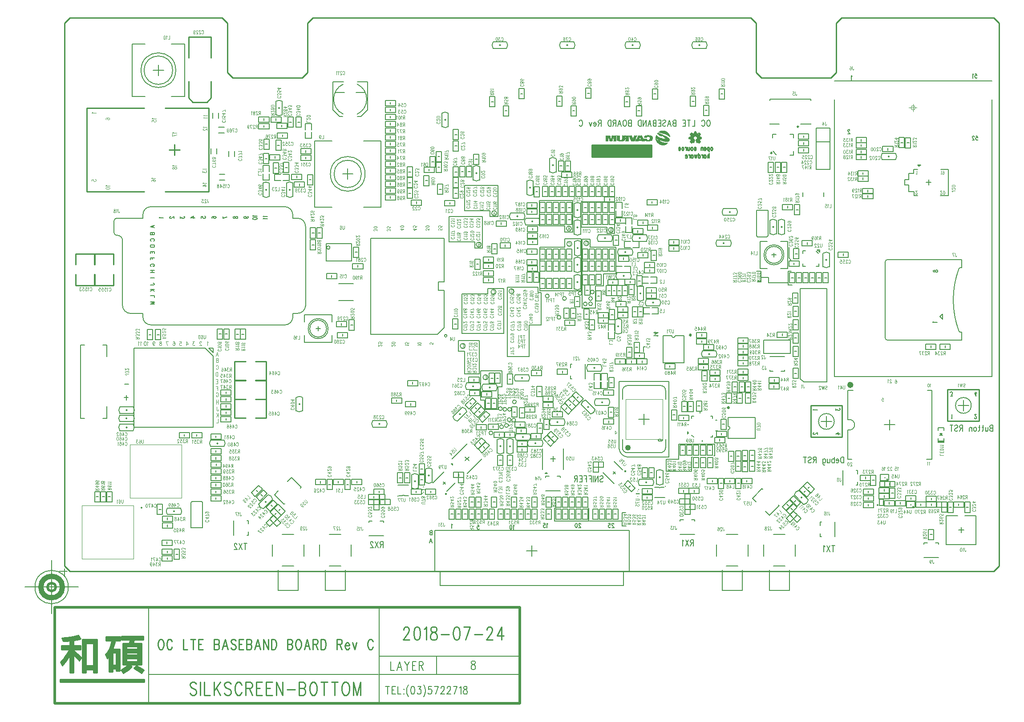
<source format=gbr>
G04 CAM350 V10.0.1 (Build 314) Date:  Fri Jul 27 19:03:03 2018 *
G04 Database: (Untitled) *
G04 Layer 12: SLSE *
%FSLAX25Y25*%
%MOIN*%
%SFA1.000B1.000*%

%MIA0B0*%
%IPPOS*%
%ADD10C,0.00400*%
%ADD11C,0.00800*%
%ADD12C,0.01000*%
%ADD13C,0.00500*%
%ADD15C,0.02000*%
%ADD16C,0.04000*%
%ADD17C,0.00700*%
%ADD18C,0.00600*%
%ADD32C,0.00450*%
%ADD223C,0.02362*%
%ADD289C,0.00100*%
%ADD290C,0.00394*%
%ADD291C,0.00787*%
%ADD292C,0.01347*%
%ADD293C,0.01573*%
%ADD294C,0.00200*%
%ADD295C,0.00591*%
%ADD296C,0.00679*%
%ADD297C,0.01035*%
%ADD298C,0.01037*%
%ADD299C,0.00799*%
%ADD300C,0.00079*%
%ADD301C,0.04264*%
%ADD302C,0.00476*%
%ADD303C,0.00380*%
%ADD304C,0.00472*%
%LNSLSE*%
%LPD*%
G54D292*
X609038Y49679D03*
G54D293*
X420012Y75084D03*
X285514Y58008D03*
G54D296*
X268082Y58419D03*
X430048Y61381D03*
G54D297*
X449993Y63678D03*
G54D298*
X249447Y56282D03*
G54D301*
X421795Y92866D03*
G54D289*
X573217Y332492D02*
G01X562783D01*
Y301508*
X573217*
Y332492*
X0Y0D02*
G01X3D01*
X2000D02*
G01X2003D01*
X696000Y415000D02*
G01X696003D01*
X700000Y411000D02*
G01X700003D01*
G54D223*
X589685Y139811D02*
G75*
G03X589685Y139811I-1181D01*
G54D15*
X340775Y-27066D02*
G01Y-99066D01*
X-7469*
Y-27066*
X340775*
X-6725Y-11766D02*
G03X-6725Y-11766I-3000D01*
G54D290*
X648740Y140328D02*
G01X648561Y140451D01*
X648293Y140820*
Y138236*
X646951Y140820D02*
G01X647219Y140697D01*
X647398Y140328*
X647487Y139713*
Y139344*
X647398Y138728*
X647219Y138359*
X646951Y138236*
X646772*
X646503Y138359*
X646324Y138728*
X646235Y139344*
Y139713*
X646324Y140328*
X646503Y140697*
X646772Y140820*
X646951*
X622076Y143207D02*
G01X622165Y143453D01*
X622434Y143576*
X622613*
X622881Y143453*
X623060Y143084*
X623150Y142469*
Y141853*
X623060Y141361*
X622881Y141115*
X622613Y140992*
X622523*
X622255Y141115*
X622076Y141361*
X621986Y141730*
Y141853*
X622076Y142222*
X622255Y142469*
X622523Y142592*
X622613*
X622881Y142469*
X623060Y142222*
X623150Y141853*
X612144Y130190D02*
G01X613039D01*
X613128Y129083*
X613039Y129206*
X612770Y129329*
X612502*
X612233Y129206*
X612054Y128960*
X611965Y128591*
X612054Y128344*
X612144Y127975*
X612323Y127729*
X612591Y127606*
X612860*
X613128Y127729*
X613218Y127852*
X613307Y128098*
X614488Y77729D02*
G01X614309Y77852D01*
X614041Y78221*
Y75638*
X612162Y77852D02*
G01X612251Y78098D01*
X612520Y78221*
X612699*
X612967Y78098*
X613146Y77729*
X613236Y77114*
Y76499*
X613146Y76007*
X612967Y75761*
X612699Y75638*
X612609*
X612341Y75761*
X612162Y76007*
X612072Y76376*
Y76499*
X612162Y76868*
X612341Y77114*
X612609Y77237*
X612699*
X612967Y77114*
X613146Y76868*
X613236Y76499*
X624331Y77729D02*
G01X624152Y77852D01*
X623883Y78221*
Y75638*
X621915Y78221D02*
G01X622810D01*
X622899Y77114*
X622810Y77237*
X622541Y77360*
X622273*
X622004Y77237*
X621825Y76991*
X621736Y76622*
X621825Y76376*
X621915Y76007*
X622094Y75761*
X622362Y75638*
X622631*
X622899Y75761*
X622989Y75884*
X623078Y76130*
X619123Y143354D02*
G01Y143477D01*
X619034Y143723*
X618944Y143846*
X618765Y143969*
X618407*
X618228Y143846*
X618139Y143723*
X618049Y143477*
Y143231*
X618139Y142985*
X618318Y142616*
X619213Y141386*
X617960*
X617155Y143477D02*
G01X616976Y143600D01*
X616707Y143969*
Y141386*
X619517Y77606D02*
G01Y77729D01*
X619427Y77975*
X619338Y78098*
X619159Y78221*
X618801*
X618622Y78098*
X618533Y77975*
X618443Y77729*
Y77483*
X618533Y77237*
X618712Y76868*
X619606Y75638*
X618354*
X617459Y77606D02*
G01Y77729D01*
X617369Y77975*
X617280Y78098*
X617101Y78221*
X616743*
X616564Y78098*
X616475Y77975*
X616385Y77729*
Y77483*
X616475Y77237*
X616654Y76868*
X617548Y75638*
X616296*
X589596Y81150D02*
G01Y81273D01*
X589506Y81519*
X589417Y81642*
X589238Y81765*
X588880*
X588701Y81642*
X588611Y81519*
X588522Y81273*
Y81027*
X588611Y80781*
X588790Y80411*
X589685Y79181*
X588432*
X587090Y81765D02*
G01X587359Y81642D01*
X587538Y81273*
X587627Y80657*
Y80288*
X587538Y79673*
X587359Y79304*
X587090Y79181*
X586911*
X586643Y79304*
X586464Y79673*
X586374Y80288*
Y80657*
X586464Y81273*
X586643Y81642*
X586911Y81765*
X587090*
X647953Y81666D02*
G01X647774Y81789D01*
X647505Y82158*
Y79575*
X646700Y81666D02*
G01X646521Y81789D01*
X646253Y82158*
Y79575*
X633756Y50395D02*
G01Y49608D01*
X634149Y50002D02*
G01X633362D01*
X614173Y70866D02*
G01Y70079D01*
X614567Y70472D02*
G01X613780D01*
X447780Y99165D02*
G01Y129087D01*
X420220*
Y99165*
X447780*
X413758Y104073D02*
G01X412381Y102892D01*
Y105451*
X413758Y104073*
G54D291*
X415300Y92075D02*
G03X421400Y85780I6854J539D01*
X415299Y92079D02*
G01Y142472D01*
X452701*
Y85780*
X421402*
X434000Y110189D02*
G01Y118063D01*
X437937Y114126D02*
G01X430063D01*
X417858Y99165D02*
G01Y92866D01*
Y92864D02*
G03X421799Y88929I3642J-293D01*
X421795D02*
G01X446205D01*
Y88929D02*
G03X450142Y92866J3937D01*
Y92866D02*
G01Y99165D01*
Y129087D02*
G01Y135386D01*
Y135388D02*
G03X446201Y139323I-3642J293D01*
X446205D02*
G01X421795D01*
Y139323D02*
G03X417858Y135386J-3937D01*
Y135386D02*
G01Y129087D01*
X225054Y298002D02*
G03X225054Y298002I-12998D01*
X222300D02*
G03X222300Y298002I-10244D01*
X215993D02*
G01X208119D01*
X212056Y301939D02*
G01Y294065D01*
X570606Y116339D02*
G01Y108465D01*
X574543Y112402D02*
G01X566669D01*
X532882Y312520D02*
G01X530520Y314882D01*
X530126Y325118D02*
G01Y327874D01*
X532882*
X543118D02*
G01X545874D01*
Y325118*
Y314882D02*
G01Y312126D01*
X543118*
X564512Y238437D02*
G01X562937Y240012D01*
X555063Y240406D02*
G01X553094D01*
Y238437*
Y230563D02*
G01Y228594D01*
X555063*
X564906Y230563D02*
G01Y228594D01*
X562937*
X565693Y241193D02*
G01X563724D01*
X565693Y239224*
Y241193*
X618031Y113827D02*
G01Y105953D01*
X614094Y109890D02*
G01X621969D01*
X590472Y135874D02*
G01X586535D01*
Y113827*
X587717*
X587713Y105953D02*
G03X587720Y113827I82J3937D01*
X587717Y105953D02*
G01X586535D01*
Y83906*
X589685*
X645591D02*
G01X649528D01*
Y135874*
X646378*
X111128Y161322D02*
G01X105222Y167228D01*
X52072*
Y108172*
X111128*
Y161322*
X107978Y167228D02*
G01X111128Y164078D01*
Y167228*
X107978*
X216417Y215601D02*
G01X205394D01*
X216417Y203002D02*
G01X205394D01*
X669291Y124409D02*
G01X677165D01*
X673228Y128346D02*
G01Y120472D01*
X422858Y30807D02*
G01X277189D01*
Y-295*
X281323*
Y-10728*
X418724*
Y-295*
X422858*
Y30807*
X353961Y15453D02*
G01X346087D01*
X350024Y19390D02*
G01Y11516D01*
G54D18*
X594125Y292465D02*
G01X601825D01*
Y296465*
X594125*
Y292465*
X597975Y293678D02*
G01Y295252D01*
X594125Y296402D02*
G01X601825D01*
Y300402*
X594125*
Y296402*
X597975Y297615D02*
G01Y299189D01*
X597745Y283194D02*
G01X605445D01*
Y287194*
X597745*
Y283194*
X601595Y284407D02*
G01Y285981D01*
X597745Y279257D02*
G01X605445D01*
Y283257*
X597745*
Y279257*
X601595Y280470D02*
G01Y282044D01*
X499616Y125901D02*
G01Y133601D01*
X495616*
Y125901*
X499616*
X498403Y129751D02*
G01X496829D01*
X507731Y125958D02*
G01Y133658D01*
X503731*
Y125958*
X507731*
X506519Y129808D02*
G01X504944D01*
X509250Y134400D02*
G01Y142100D01*
X505250*
Y134400*
X509250*
X508037Y138250D02*
G01X506463D01*
X504000Y134400D02*
G01Y142100D01*
X500000*
Y134400*
X504000*
X502787Y138250D02*
G01X501213D01*
X481400Y142750D02*
G01Y150450D01*
X477400*
Y142750*
X481400*
X480187Y146600D02*
G01X478613D01*
X491050Y146400D02*
G01X483350D01*
Y142400*
X491050*
Y146400*
X487200Y145187D02*
G01Y143613D01*
X491050Y151000D02*
G01X483350D01*
Y147000*
X491050*
Y151000*
X487200Y149787D02*
G01Y148213D01*
X477800Y160580D02*
G01X487800D01*
Y160580D02*
G03X487800Y165420I-3223J2420D01*
Y165420D02*
G01X477800D01*
Y165420D02*
G03X477800Y160580I3223J-2420D01*
X483300Y163000D02*
G03X483300Y163000I-500D01*
X478550Y166200D02*
G01X486250D01*
Y170200*
X478550*
Y166200*
X482400Y167413D02*
G01Y168987D01*
X481050Y179200D02*
G01X473350D01*
Y175200*
X481050*
Y179200*
X477200Y177987D02*
G01Y176413D01*
X473350Y170400D02*
G01X481050D01*
Y174400*
X473350*
Y170400*
X477200Y171613D02*
G01Y173187D01*
X535320Y145296D02*
G01X527620D01*
Y141296*
X535320*
Y145296*
X531470Y144083D02*
G01Y142508D01*
X320056Y134802D02*
G01X312356D01*
Y130802*
X320056*
Y134802*
X316206Y133589D02*
G01Y132014D01*
X323306Y140322D02*
G01X313306D01*
Y140322D02*
G03X313306Y135482I3223J-2420D01*
Y135482D02*
G01X323306D01*
Y135482D02*
G03X323306Y140322I-3224J2420D01*
X318806Y137902D02*
G03X318806Y137902I-500D01*
X177376Y332882D02*
G01Y340582D01*
X173376*
Y332882*
X177376*
X176163Y336732D02*
G01X174588D01*
X423750Y223920D02*
G01X413750D01*
Y223920D02*
G03X413750Y219080I3223J-2420D01*
Y219080D02*
G01X423750D01*
Y219080D02*
G03X423750Y223920I-3223J2420D01*
X419250Y221500D02*
G03X419250Y221500I-500D01*
X386520Y252800D02*
G01Y262800D01*
Y262800D02*
G03X381680Y262800I-2420J-3223D01*
Y262800D02*
G01Y252800D01*
Y252800D02*
G03X386520Y252800I2420J3223D01*
X384600Y257800D02*
G03X384600Y257800I-500D01*
X409706Y252222D02*
G01X399706D01*
Y252222D02*
G03X399706Y247382I3223J-2420D01*
Y247382D02*
G01X409706D01*
Y247382D02*
G03X409706Y252222I-3224J2420D01*
X405206Y249802D02*
G03X405206Y249802I-500D01*
X381680Y275800D02*
G01Y265800D01*
Y265800D02*
G03X386520Y265800I2420J3223D01*
Y265800D02*
G01Y275800D01*
Y275800D02*
G03X381680Y275800I-2420J-3223D01*
X384600Y270800D02*
G03X384600Y270800I-500D01*
X425806Y247382D02*
G01X435806D01*
Y247382D02*
G03X435806Y252222I-3224J2420D01*
Y252222D02*
G01X425806D01*
Y252222D02*
G03X425806Y247382I3223J-2420D01*
X431306Y249802D02*
G03X431306Y249802I-500D01*
X386520Y224800D02*
G01Y234800D01*
Y234800D02*
G03X381680Y234800I-2420J-3223D01*
Y234800D02*
G01Y224800D01*
Y224800D02*
G03X386520Y224800I2420J3223D01*
X384600Y229800D02*
G03X384600Y229800I-500D01*
X414900Y236880D02*
G01X424900D01*
Y236880D02*
G03X424900Y241720I-3223J2420D01*
Y241720D02*
G01X414900D01*
Y241720D02*
G03X414900Y236880I3223J-2420D01*
X420400Y239300D02*
G03X420400Y239300I-500D01*
X386670Y237250D02*
G01Y247250D01*
Y247250D02*
G03X381830Y247250I-2420J-3223D01*
Y247250D02*
G01Y237250D01*
Y237250D02*
G03X386670Y237250I2420J3223D01*
X384750Y242250D02*
G03X384750Y242250I-500D01*
X355250Y264670D02*
G01X345250D01*
Y264670D02*
G03X345250Y259830I3223J-2420D01*
Y259830D02*
G01X355250D01*
Y259830D02*
G03X355250Y264670I-3223J2420D01*
X350750Y262250D02*
G03X350750Y262250I-500D01*
X386520Y211800D02*
G01Y221800D01*
Y221800D02*
G03X381680Y221800I-2420J-3223D01*
Y221800D02*
G01Y211800D01*
Y211800D02*
G03X386520Y211800I2420J3223D01*
X384600Y216800D02*
G03X384600Y216800I-500D01*
X368120Y299500D02*
G01Y309500D01*
Y309500D02*
G03X363280Y309500I-2420J-3223D01*
Y309500D02*
G01Y299500D01*
Y299500D02*
G03X368120Y299500I2420J3223D01*
X366200Y304500D02*
G03X366200Y304500I-500D01*
X334000Y263830D02*
G01X344000D01*
Y263830D02*
G03X344000Y268670I-3223J2420D01*
Y268670D02*
G01X334000D01*
Y268670D02*
G03X334000Y263830I3223J-2420D01*
X339500Y266250D02*
G03X339500Y266250I-500D01*
X351020Y282600D02*
G01Y292600D01*
Y292600D02*
G03X346180Y292600I-2420J-3223D01*
Y292600D02*
G01Y282600D01*
Y282600D02*
G03X351020Y282600I2420J3223D01*
X349100Y287600D02*
G03X349100Y287600I-500D01*
X287420Y333500D02*
G01Y343500D01*
Y343500D02*
G03X282580Y343500I-2420J-3223D01*
Y343500D02*
G01Y333500D01*
Y333500D02*
G03X287420Y333500I2420J3223D01*
X285500Y338500D02*
G03X285500Y338500I-500D01*
X612390Y308665D02*
G01X622390D01*
Y308665D02*
G03X622390Y313505I-3223J2420D01*
Y313505D02*
G01X612390D01*
Y313505D02*
G03X612390Y308665I3223J-2420D01*
X617890Y311085D02*
G03X617890Y311085I-500D01*
X230806Y108182D02*
G01X240806D01*
Y108182D02*
G03X240806Y113022I-3224J2420D01*
Y113022D02*
G01X230806D01*
Y113022D02*
G03X230806Y108182I3223J-2420D01*
X236306Y110602D02*
G03X236306Y110602I-500D01*
X498616Y248445D02*
G01X488616D01*
Y248445D02*
G03X488616Y243605I3223J-2420D01*
Y243605D02*
G01X498616D01*
Y243605D02*
G03X498616Y248445I-3223J2420D01*
X494116Y246025D02*
G03X494116Y246025I-500D01*
X493250Y267080D02*
G01X503250D01*
Y267080D02*
G03X503250Y271920I-3223J2420D01*
Y271920D02*
G01X493250D01*
Y271920D02*
G03X493250Y267080I3223J-2420D01*
X498750Y269500D02*
G03X498750Y269500I-500D01*
X568080Y238500D02*
G01Y228500D01*
Y228500D02*
G03X572920Y228500I2420J3223D01*
Y228500D02*
G01Y238500D01*
Y238500D02*
G03X568080Y238500I-2420J-3223D01*
X571000Y233500D02*
G03X571000Y233500I-500D01*
X533126Y253202D02*
G01Y263202D01*
Y263202D02*
G03X528286Y263202I-2420J-3224D01*
Y263202D02*
G01Y253202D01*
Y253202D02*
G03X533126Y253202I2420J3223D01*
X531206Y258202D02*
G03X531206Y258202I-500D01*
X539425Y253202D02*
G01Y263202D01*
Y263202D02*
G03X534585Y263202I-2420J-3224D01*
Y263202D02*
G01Y253202D01*
Y253202D02*
G03X539425Y253202I2420J3223D01*
X537505Y258202D02*
G03X537505Y258202I-500D01*
X428830Y213500D02*
G01Y203500D01*
Y203500D02*
G03X433670Y203500I2420J3223D01*
Y203500D02*
G01Y213500D01*
Y213500D02*
G03X428830Y213500I-2420J-3223D01*
X431750Y208500D02*
G03X431750Y208500I-500D01*
X331000Y396920D02*
G01X321000D01*
Y396920D02*
G03X321000Y392080I3223J-2420D01*
Y392080D02*
G01X331000D01*
Y392080D02*
G03X331000Y396920I-3223J2420D01*
X326500Y394500D02*
G03X326500Y394500I-500D01*
X166206Y291182D02*
G01Y281182D01*
Y281182D02*
G03X171046Y281182I2420J3223D01*
Y281182D02*
G01Y291182D01*
Y291182D02*
G03X166206Y291182I-2420J-3224D01*
X169126Y286182D02*
G03X169126Y286182I-500D01*
X148500Y291130D02*
G01Y281130D01*
Y281130D02*
G03X153340Y281130I2420J3223D01*
Y281130D02*
G01Y291130D01*
Y291130D02*
G03X148500Y291130I-2420J-3223D01*
X151420Y286130D02*
G03X151420Y286130I-500D01*
X163044Y342400D02*
G01Y352400D01*
Y352400D02*
G03X158204Y352400I-2420J-3223D01*
Y352400D02*
G01Y342400D01*
Y342400D02*
G03X163044Y342400I2420J3223D01*
X161124Y347400D02*
G03X161124Y347400I-500D01*
X311006Y141222D02*
G01X301006D01*
Y141222D02*
G03X301006Y136382I3223J-2420D01*
Y136382D02*
G01X311006D01*
Y136382D02*
G03X311006Y141222I-3224J2420D01*
X306506Y138802D02*
G03X306506Y138802I-500D01*
X386859Y125026D02*
G01X393930Y117955D01*
Y117955D02*
G03X397352Y121377I-568J3990D01*
Y121377D02*
G01X390281Y128448D01*
Y128448D02*
G03X386859Y125026I568J-3990D01*
X392606Y123202D02*
G03X392606Y123202I-500D01*
X337500Y142580D02*
G01X347500D01*
Y142580D02*
G03X347500Y147420I-3223J2420D01*
Y147420D02*
G01X337500D01*
Y147420D02*
G03X337500Y142580I3223J-2420D01*
X343000Y145000D02*
G03X343000Y145000I-500D01*
X331186Y98802D02*
G01Y88802D01*
Y88802D02*
G03X336026Y88802I2420J3223D01*
Y88802D02*
G01Y98802D01*
Y98802D02*
G03X331186Y98802I-2420J-3224D01*
X334106Y93802D02*
G03X334106Y93802I-500D01*
X323986Y98802D02*
G01Y88802D01*
Y88802D02*
G03X328826Y88802I2420J3223D01*
Y88802D02*
G01Y98802D01*
Y98802D02*
G03X323986Y98802I-2420J-3224D01*
X326906Y93802D02*
G03X326906Y93802I-500D01*
X348250Y103170D02*
G01X338250D01*
Y103170D02*
G03X338250Y98330I3223J-2420D01*
Y98330D02*
G01X348250D01*
Y98330D02*
G03X348250Y103170I-3223J2420D01*
X343750Y100750D02*
G03X343750Y100750I-500D01*
X347500Y93580D02*
G01X357500D01*
Y93580D02*
G03X357500Y98420I-3223J2420D01*
Y98420D02*
G01X347500D01*
Y98420D02*
G03X347500Y93580I3223J-2420D01*
X353000Y96000D02*
G03X353000Y96000I-500D01*
X364000Y109480D02*
G01X374000D01*
Y109480D02*
G03X374000Y114320I-3223J2420D01*
Y114320D02*
G01X364000D01*
Y114320D02*
G03X364000Y109480I3223J-2420D01*
X369500Y111900D02*
G03X369500Y111900I-500D01*
X297930Y123048D02*
G01X290859Y115977D01*
Y115977D02*
G03X294281Y112555I3990J568D01*
Y112555D02*
G01X301352Y119626D01*
Y119626D02*
G03X297930Y123048I-3990J-568D01*
X296606Y117802D02*
G03X296606Y117802I-500D01*
X430500Y396920D02*
G01X420500D01*
Y396920D02*
G03X420500Y392080I3223J-2420D01*
Y392080D02*
G01X430500D01*
Y392080D02*
G03X430500Y396920I-3223J2420D01*
X426000Y394500D02*
G03X426000Y394500I-500D01*
X173380Y130400D02*
G01Y120400D01*
Y120400D02*
G03X178220Y120400I2420J3223D01*
Y120400D02*
G01Y130400D01*
Y130400D02*
G03X173380Y130400I-2420J-3223D01*
X176300Y125400D02*
G03X176300Y125400I-500D01*
X401750Y154920D02*
G01X391750D01*
Y154920D02*
G03X391750Y150080I3223J-2420D01*
Y150080D02*
G01X401750D01*
Y150080D02*
G03X401750Y154920I-3223J2420D01*
X397250Y152500D02*
G03X397250Y152500I-500D01*
X397606Y124382D02*
G01X407606D01*
Y124382D02*
G03X407606Y129222I-3224J2420D01*
Y129222D02*
G01X397606D01*
Y129222D02*
G03X397606Y124382I3223J-2420D01*
X403106Y126802D02*
G03X403106Y126802I-500D01*
X546553Y57224D02*
G01X553624Y50153D01*
Y50153D02*
G03X557047Y53576I-568J3991D01*
Y53576D02*
G01X549976Y60647D01*
Y60647D02*
G03X546553Y57224I568J-3991D01*
X552300Y55400D02*
G03X552300Y55400I-500D01*
X152424Y57447D02*
G01X145353Y50376D01*
Y50376D02*
G03X148776Y46953I3991J568D01*
Y46953D02*
G01X155847Y54024D01*
Y54024D02*
G03X152424Y57447I-3991J-568D01*
X151100Y52200D02*
G03X151100Y52200I-500D01*
X51380Y117100D02*
G01X41380D01*
Y117100D02*
G03X41380Y112260I3223J-2420D01*
Y112260D02*
G01X51380D01*
Y112260D02*
G03X51380Y117100I-3223J2420D01*
X46880Y114680D02*
G03X46880Y114680I-500D01*
X51380Y110380D02*
G01X41380D01*
Y110380D02*
G03X41380Y105540I3223J-2420D01*
Y105540D02*
G01X51380D01*
Y105540D02*
G03X51380Y110380I-3223J2420D01*
X46880Y107960D02*
G03X46880Y107960I-500D01*
X51430Y123260D02*
G01X41430D01*
Y123260D02*
G03X41430Y118420I3223J-2420D01*
Y118420D02*
G01X51430D01*
Y118420D02*
G03X51430Y123260I-3223J2420D01*
X46930Y120840D02*
G03X46930Y120840I-500D01*
X76900Y42580D02*
G01X86900D01*
Y42580D02*
G03X86900Y47420I-3223J2420D01*
Y47420D02*
G01X76900D01*
Y47420D02*
G03X76900Y42580I3223J-2420D01*
X82400Y45000D02*
G03X82400Y45000I-500D01*
X109400Y93580D02*
G01X119400D01*
Y93580D02*
G03X119400Y98420I-3223J2420D01*
Y98420D02*
G01X109400D01*
Y98420D02*
G03X109400Y93580I3223J-2420D01*
X114900Y96000D02*
G03X114900Y96000I-500D01*
X412280Y188700D02*
G01Y178700D01*
Y178700D02*
G03X417120Y178700I2420J3223D01*
Y178700D02*
G01Y188700D01*
Y188700D02*
G03X412280Y188700I-2420J-3223D01*
X415200Y183700D02*
G03X415200Y183700I-500D01*
X435706Y199082D02*
G01X445706D01*
Y199082D02*
G03X445706Y203922I-3224J2420D01*
Y203922D02*
G01X435706D01*
Y203922D02*
G03X435706Y199082I3223J-2420D01*
X441206Y201502D02*
G03X441206Y201502I-500D01*
X480500Y396920D02*
G01X470500D01*
Y396920D02*
G03X470500Y392080I3223J-2420D01*
Y392080D02*
G01X480500D01*
Y392080D02*
G03X480500Y396920I-3223J2420D01*
X476000Y394500D02*
G03X476000Y394500I-500D01*
X381500Y396920D02*
G01X371500D01*
Y396920D02*
G03X371500Y392080I3223J-2420D01*
Y392080D02*
G01X381500D01*
Y392080D02*
G03X381500Y396920I-3223J2420D01*
X377000Y394500D02*
G03X377000Y394500I-500D01*
X305980Y303500D02*
G01Y293500D01*
Y293500D02*
G03X310820Y293500I2420J3223D01*
Y293500D02*
G01Y303500D01*
Y303500D02*
G03X305980Y303500I-2420J-3223D01*
X308900Y298500D02*
G03X308900Y298500I-500D01*
X419293Y228764D02*
G01X424017D01*
Y224039*
X419293*
X417718Y228764D02*
G01X412994D01*
Y224039*
X417718*
X60407Y395435D02*
G01X50565D01*
Y356065*
X60407*
X80093Y395435D02*
G01X89935D01*
Y356065*
X80093*
X83248Y375750D02*
G03X83248Y375750I-12998D01*
X80880D02*
G03X80880Y375750I-10630D01*
X70250Y379687D02*
G01Y371813D01*
X66313Y375750D02*
G01X74187D01*
X437213Y215888D02*
G01X432488D01*
Y220612*
X437213*
X438787Y215888D02*
G01X443512D01*
Y220612*
X438787*
X185078Y329334D02*
G01Y324610D01*
X180353*
Y329334*
X185078Y330909D02*
G01Y335633D01*
X180353*
Y330909*
X148563Y299569D02*
G01Y304293D01*
X153288*
Y299569*
X148563Y297994D02*
G01Y293270D01*
X153288*
Y297994*
X163563Y297694D02*
G01X168287D01*
Y292969*
X163563*
X161988Y297694D02*
G01X157264D01*
Y292969*
X161988*
X407138Y180787D02*
G01Y185512D01*
X411862*
Y180787*
X407138Y179213D02*
G01Y174488D01*
X411862*
Y179213*
X401368Y141914D02*
G01Y137190D01*
X396643*
Y141914*
X401368Y143489D02*
G01Y148213D01*
X396643*
Y143489*
X402043D02*
G01Y148213D01*
X406768*
Y143489*
X402043Y141914D02*
G01Y137190D01*
X406768*
Y141914*
X438413Y193038D02*
G01X433688D01*
Y197762*
X438413*
X439987Y193038D02*
G01X444712D01*
Y197762*
X439987*
X417562Y270413D02*
G01Y265688D01*
X412838*
Y270413*
X417562Y271987D02*
G01Y276712D01*
X412838*
Y271987*
X425593Y247364D02*
G01X430317D01*
Y242639*
X425593*
X424018Y247364D02*
G01X419294D01*
Y242639*
X424018*
X425062Y258713D02*
G01Y253988D01*
X420338*
Y258713*
X425062Y260287D02*
G01Y265012D01*
X420338*
Y260287*
X460156Y248802D02*
G01X452456D01*
Y244802*
X460156*
Y248802*
X456306Y247589D02*
G01Y246014D01*
X460206Y244102D02*
G01X452506D01*
Y240102*
X460206*
Y244102*
X456356Y242889D02*
G01Y241314D01*
X442000Y231650D02*
G01X434300D01*
Y227650*
X442000*
Y231650*
X438150Y230437D02*
G01Y228863D01*
X123200Y174050D02*
G01Y181750D01*
X119200*
Y174050*
X123200*
X121987Y177900D02*
G01X120413D01*
X442000Y227600D02*
G01X434300D01*
Y223600*
X442000*
Y227600*
X438150Y226387D02*
G01Y224813D01*
X118400Y174050D02*
G01Y181750D01*
X114400*
Y174050*
X118400*
X117187Y177900D02*
G01X115613D01*
X294750Y181650D02*
G01Y189350D01*
X290750*
Y181650*
X294750*
X293537Y185500D02*
G01X291963D01*
X360100Y259950D02*
G01Y267650D01*
X356100*
Y259950*
X360100*
X358887Y263800D02*
G01X357313D01*
X370100Y259950D02*
G01Y267650D01*
X366100*
Y259950*
X370100*
X368887Y263800D02*
G01X367313D01*
X365100Y259950D02*
G01Y267650D01*
X361100*
Y259950*
X365100*
X363887Y263800D02*
G01X362313D01*
X375100Y259950D02*
G01Y267650D01*
X371100*
Y259950*
X375100*
X373887Y263800D02*
G01X372313D01*
X380100Y259950D02*
G01Y267650D01*
X376100*
Y259950*
X380100*
X378887Y263800D02*
G01X377313D01*
X392100Y259950D02*
G01Y267650D01*
X388100*
Y259950*
X392100*
X390887Y263800D02*
G01X389313D01*
X397100Y259950D02*
G01Y267650D01*
X393100*
Y259950*
X397100*
X395887Y263800D02*
G01X394313D01*
X402100Y259950D02*
G01Y267650D01*
X398100*
Y259950*
X402100*
X400887Y263800D02*
G01X399313D01*
X407100Y259950D02*
G01Y267650D01*
X403100*
Y259950*
X407100*
X405887Y263800D02*
G01X404313D01*
X412100Y259950D02*
G01Y267650D01*
X408100*
Y259950*
X412100*
X410887Y263800D02*
G01X409313D01*
X412550Y261100D02*
G01X420250D01*
Y265100*
X412550*
Y261100*
X416400Y262313D02*
G01Y263887D01*
X411106Y252152D02*
G01Y244452D01*
X415106*
Y252152*
X411106*
X412318Y248302D02*
G01X413893D01*
X356100Y276650D02*
G01Y268950D01*
X360100*
Y276650*
X356100*
X357313Y272800D02*
G01X358887D01*
X361100Y276650D02*
G01Y268950D01*
X365100*
Y276650*
X361100*
X362313Y272800D02*
G01X363887D01*
X366100Y276650D02*
G01Y268950D01*
X370100*
Y276650*
X366100*
X367313Y272800D02*
G01X368887D01*
X371100Y276650D02*
G01Y268950D01*
X375100*
Y276650*
X371100*
X372313Y272800D02*
G01X373887D01*
X376100Y276650D02*
G01Y268950D01*
X380100*
Y276650*
X376100*
X377313Y272800D02*
G01X378887D01*
X388100Y276650D02*
G01Y268950D01*
X392100*
Y276650*
X388100*
X389313Y272800D02*
G01X390887D01*
X393100Y276650D02*
G01Y268950D01*
X397100*
Y276650*
X393100*
X394313Y272800D02*
G01X395887D01*
X398100Y276650D02*
G01Y268950D01*
X402100*
Y276650*
X398100*
X399313Y272800D02*
G01X400887D01*
X403100Y276650D02*
G01Y268950D01*
X407100*
Y276650*
X403100*
X404313Y272800D02*
G01X405887D01*
X408100Y276650D02*
G01Y268950D01*
X412100*
Y276650*
X408100*
X409313Y272800D02*
G01X410887D01*
X425456Y252902D02*
G01X433156D01*
Y256902*
X425456*
Y252902*
X429306Y254114D02*
G01Y255689D01*
X412100Y224950D02*
G01Y232650D01*
X408100*
Y224950*
X412100*
X410887Y228800D02*
G01X409313D01*
X407100Y224950D02*
G01Y232650D01*
X403100*
Y224950*
X407100*
X405887Y228800D02*
G01X404313D01*
X402100Y224950D02*
G01Y232650D01*
X398100*
Y224950*
X402100*
X400887Y228800D02*
G01X399313D01*
X397100Y224950D02*
G01Y232650D01*
X393100*
Y224950*
X397100*
X395887Y228800D02*
G01X394313D01*
X392100Y224950D02*
G01Y232650D01*
X388100*
Y224950*
X392100*
X390887Y228800D02*
G01X389313D01*
X380100Y224950D02*
G01Y232650D01*
X376100*
Y224950*
X380100*
X378887Y228800D02*
G01X377313D01*
X375100Y224950D02*
G01Y232650D01*
X371100*
Y224950*
X375100*
X373887Y228800D02*
G01X372313D01*
X370100Y224950D02*
G01Y232650D01*
X366100*
Y224950*
X370100*
X368887Y228800D02*
G01X367313D01*
X365100Y224950D02*
G01Y232650D01*
X361100*
Y224950*
X365100*
X363887Y228800D02*
G01X362313D01*
X360100Y224950D02*
G01Y232650D01*
X356100*
Y224950*
X360100*
X358887Y228800D02*
G01X357313D01*
X196256Y219302D02*
G01X203956D01*
Y223302*
X196256*
Y219302*
X200106Y220514D02*
G01Y222089D01*
X414850Y232500D02*
G01X422550D01*
Y236500*
X414850*
Y232500*
X418700Y233713D02*
G01Y235287D01*
X356100Y241650D02*
G01Y233950D01*
X360100*
Y241650*
X356100*
X357313Y237800D02*
G01X358887D01*
X361100Y241650D02*
G01Y233950D01*
X365100*
Y241650*
X361100*
X362313Y237800D02*
G01X363887D01*
X366100Y241650D02*
G01Y233950D01*
X370100*
Y241650*
X366100*
X367313Y237800D02*
G01X368887D01*
X371100Y241650D02*
G01Y233950D01*
X375100*
Y241650*
X371100*
X372313Y237800D02*
G01X373887D01*
X376100Y241650D02*
G01Y233950D01*
X380100*
Y241650*
X376100*
X377313Y237800D02*
G01X378887D01*
X388100Y241650D02*
G01Y233950D01*
X392100*
Y241650*
X388100*
X389313Y237800D02*
G01X390887D01*
X393100Y241650D02*
G01Y233950D01*
X397100*
Y241650*
X393100*
X394313Y237800D02*
G01X395887D01*
X398100Y241650D02*
G01Y233950D01*
X402100*
Y241650*
X398100*
X399313Y237800D02*
G01X400887D01*
X403100Y241650D02*
G01Y233950D01*
X407100*
Y241650*
X403100*
X404313Y237800D02*
G01X405887D01*
X408100Y241650D02*
G01Y233950D01*
X412100*
Y241650*
X408100*
X409313Y237800D02*
G01X410887D01*
X346650Y249750D02*
G01X354350D01*
Y253750*
X346650*
Y249750*
X350500Y250963D02*
G01Y252537D01*
X346650Y245000D02*
G01X354350D01*
Y249000*
X346650*
Y245000*
X350500Y246213D02*
G01Y247787D01*
X346250Y237800D02*
G01X353950D01*
Y241800*
X346250*
Y237800*
X350100Y239013D02*
G01Y240587D01*
X346250Y229800D02*
G01X353950D01*
Y233800*
X346250*
Y229800*
X350100Y231013D02*
G01Y232587D01*
X346556Y225002D02*
G01X354256D01*
Y229002*
X346556*
Y225002*
X350406Y226214D02*
G01Y227789D01*
X323210Y258870D02*
G01X330910D01*
Y262870*
X323210*
Y258870*
X327060Y260083D02*
G01Y261657D01*
X346650Y254750D02*
G01X354350D01*
Y258750*
X346650*
Y254750*
X350500Y255963D02*
G01Y257537D01*
X326150Y242250D02*
G01X333850D01*
Y246250*
X326150*
Y242250*
X330000Y243463D02*
G01Y245037D01*
X360100Y211950D02*
G01Y219650D01*
X356100*
Y211950*
X360100*
X358887Y215800D02*
G01X357313D01*
X365100Y211950D02*
G01Y219650D01*
X361100*
Y211950*
X365100*
X363887Y215800D02*
G01X362313D01*
X370100Y211950D02*
G01Y219650D01*
X366100*
Y211950*
X370100*
X368887Y215800D02*
G01X367313D01*
X375100Y211950D02*
G01Y219650D01*
X371100*
Y211950*
X375100*
X373887Y215800D02*
G01X372313D01*
X380100Y211950D02*
G01Y219650D01*
X376100*
Y211950*
X380100*
X378887Y215800D02*
G01X377313D01*
X392006Y214752D02*
G01Y222452D01*
X388006*
Y214752*
X392006*
X390793Y218602D02*
G01X389218D01*
X397006Y214752D02*
G01Y222452D01*
X393006*
Y214752*
X397006*
X395793Y218602D02*
G01X394218D01*
X393500Y206900D02*
G01Y214600D01*
X389500*
Y206900*
X393500*
X392287Y210750D02*
G01X390713D01*
X402000Y214900D02*
G01Y222600D01*
X398000*
Y214900*
X402000*
X400787Y218750D02*
G01X399213D01*
X414600D02*
G01X406900D01*
Y214750*
X414600*
Y218750*
X410750Y217537D02*
G01Y215963D01*
X368100Y288650D02*
G01Y280950D01*
X372100*
Y288650*
X368100*
X369313Y284800D02*
G01X370887D01*
X363100Y288650D02*
G01Y280950D01*
X367100*
Y288650*
X363100*
X364313Y284800D02*
G01X365887D01*
X358100Y288650D02*
G01Y280950D01*
X362100*
Y288650*
X358100*
X359313Y284800D02*
G01X360887D01*
X355600Y280750D02*
G01Y288450D01*
X351600*
Y280750*
X355600*
X354387Y284600D02*
G01X352813D01*
X346150Y272500D02*
G01X353850D01*
Y276500*
X346150*
Y272500*
X350000Y273713D02*
G01Y275287D01*
X346150Y267750D02*
G01X353850D01*
Y271750*
X346150*
Y267750*
X350000Y268963D02*
G01Y270537D01*
X373800Y300050D02*
G01Y307750D01*
X369800*
Y300050*
X373800*
X372587Y303900D02*
G01X371013D01*
X378100Y288650D02*
G01Y280950D01*
X382100*
Y288650*
X378100*
X379313Y284800D02*
G01X380887D01*
X373100Y288650D02*
G01Y280950D01*
X377100*
Y288650*
X373100*
X374313Y284800D02*
G01X375887D01*
X412050Y280800D02*
G01X404350D01*
Y276800*
X412050*
Y280800*
X408200Y279587D02*
G01Y278013D01*
X383100Y288650D02*
G01Y280950D01*
X387100*
Y288650*
X383100*
X384313Y284800D02*
G01X385887D01*
X436150Y274750D02*
G01X443850D01*
Y278750*
X436150*
Y274750*
X440000Y275963D02*
G01Y277537D01*
X408100Y288650D02*
G01Y280950D01*
X412100*
Y288650*
X408100*
X409313Y284800D02*
G01X410887D01*
X403100Y288650D02*
G01Y280950D01*
X407100*
Y288650*
X403100*
X404313Y284800D02*
G01X405887D01*
X398100Y288650D02*
G01Y280950D01*
X402100*
Y288650*
X398100*
X399313Y284800D02*
G01X400887D01*
X393100Y288650D02*
G01Y280950D01*
X397100*
Y288650*
X393100*
X394313Y284800D02*
G01X395887D01*
X388100Y288650D02*
G01Y280950D01*
X392100*
Y288650*
X388100*
X389313Y284800D02*
G01X390887D01*
X427350Y219000D02*
G01X419650D01*
Y215000*
X427350*
Y219000*
X423500Y217787D02*
G01Y216213D01*
X620453Y318597D02*
G01X612753D01*
Y314597*
X620453*
Y318597*
X616603Y317385D02*
G01Y315810D01*
X292350Y278000D02*
G01X284650D01*
Y274000*
X292350*
Y278000*
X288500Y276787D02*
G01Y275213D01*
X267350Y278500D02*
G01X259650D01*
Y274500*
X267350*
Y278500*
X263500Y277287D02*
G01Y275713D01*
X526906Y306752D02*
G01Y299052D01*
X530906*
Y306752*
X526906*
X528118Y302902D02*
G01X529693D01*
X557356Y322902D02*
G01X549656D01*
Y318902*
X557356*
Y322902*
X553506Y321689D02*
G01Y320114D01*
X557356Y328002D02*
G01X549656D01*
Y324002*
X557356*
Y328002*
X553506Y326789D02*
G01Y325214D01*
X256500Y303350D02*
G01Y295650D01*
X260500*
Y303350*
X256500*
X257713Y299500D02*
G01X259287D01*
X440250Y57400D02*
G01X432550D01*
Y53400*
X440250*
Y57400*
X436400Y56187D02*
G01Y54613D01*
X460720Y50380D02*
G01X468420D01*
Y54380*
X460720*
Y50380*
X464570Y51593D02*
G01Y53167D01*
X260500Y287650D02*
G01Y295350D01*
X256500*
Y287650*
X260500*
X259287Y291500D02*
G01X257713D01*
X256500Y287350D02*
G01Y279650D01*
X260500*
Y287350*
X256500*
X257713Y283500D02*
G01X259287D01*
X579356Y235502D02*
G01X587056D01*
Y239502*
X579356*
Y235502*
X583206Y236714D02*
G01Y238289D01*
X546106Y241952D02*
G01Y234252D01*
X550106*
Y241952*
X546106*
X547318Y238102D02*
G01X548893D01*
X295000Y323650D02*
G01Y331350D01*
X291000*
Y323650*
X295000*
X293787Y327500D02*
G01X292213D01*
X548006Y223952D02*
G01Y216252D01*
X552006*
Y223952*
X548006*
X549218Y220102D02*
G01X550793D01*
X542450Y228700D02*
G01X550150D01*
Y232700*
X542450*
Y228700*
X546300Y229913D02*
G01Y231487D01*
X562006Y216252D02*
G01Y223952D01*
X558006*
Y216252*
X562006*
X560793Y220102D02*
G01X559218D01*
X291000Y322850D02*
G01Y315150D01*
X295000*
Y322850*
X291000*
X292213Y319000D02*
G01X293787D01*
X211156Y187302D02*
G01X203456D01*
Y183302*
X211156*
Y187302*
X207306Y186089D02*
G01Y184514D01*
X291000Y295350D02*
G01Y287650D01*
X295000*
Y295350*
X291000*
X292213Y291500D02*
G01X293787D01*
X204356Y175202D02*
G01X212056D01*
Y179202*
X204356*
Y175202*
X208206Y176414D02*
G01Y177989D01*
X223456Y230802D02*
G01X215756D01*
Y226802*
X223456*
Y230802*
X219606Y229589D02*
G01Y228014D01*
X291000Y287350D02*
G01Y279650D01*
X295000*
Y287350*
X291000*
X292213Y283500D02*
G01X293787D01*
X674206Y51902D02*
G01Y44202D01*
X678206*
Y51902*
X674206*
X675418Y48052D02*
G01X676993D01*
X661456Y51902D02*
G01Y44202D01*
X665456*
Y51902*
X661456*
X662668Y48052D02*
G01X664243D01*
X605850Y61750D02*
G01X598150D01*
Y57750*
X605850*
Y61750*
X602000Y60537D02*
G01Y58963D01*
X605850Y56750D02*
G01X598150D01*
Y52750*
X605850*
Y56750*
X602000Y55537D02*
G01Y53963D01*
X605850Y51750D02*
G01X598150D01*
Y47750*
X605850*
Y51750*
X602000Y50537D02*
G01Y48963D01*
X629834Y53181D02*
G01X622134D01*
Y49181*
X629834*
Y53181*
X625984Y51969D02*
G01Y50394D01*
X645363Y52331D02*
G01X653063D01*
Y56331*
X645363*
Y52331*
X649213Y53543D02*
G01Y55118D01*
X637708Y56724D02*
G01X630008D01*
Y52724*
X637708*
Y56724*
X633858Y55512D02*
G01Y53937D01*
X609930Y54299D02*
G01X617630D01*
Y58299*
X609930*
Y54299*
X613780Y55512D02*
G01Y57087D01*
X618106Y62402D02*
G01Y54702D01*
X622106*
Y62402*
X618106*
X619318Y58552D02*
G01X620893D01*
X177726Y297782D02*
G01X170026D01*
Y293782*
X177726*
Y297782*
X173876Y296569D02*
G01Y294994D01*
X160126Y298532D02*
G01Y306232D01*
X156126*
Y298532*
X160126*
X158913Y302382D02*
G01X157338D01*
X153226Y316382D02*
G01Y324082D01*
X149226*
Y316382*
X153226*
X152013Y320232D02*
G01X150438D01*
X171976Y287932D02*
G01X179676D01*
Y291932*
X171976*
Y287932*
X175826Y289144D02*
G01Y290719D01*
X168076Y298982D02*
G01Y306682D01*
X164076*
Y298982*
X168076*
X166863Y302832D02*
G01X165288D01*
X171226Y332882D02*
G01Y340582D01*
X167226*
Y332882*
X171226*
X170013Y336732D02*
G01X168438D01*
X181926Y297532D02*
G01Y289832D01*
X185926*
Y297532*
X181926*
X183138Y293682D02*
G01X184713D01*
X152926Y305582D02*
G01Y313282D01*
X148926*
Y305582*
X152926*
X151713Y309432D02*
G01X150138D01*
X153720Y308430D02*
G01X161420D01*
Y312430*
X153720*
Y308430*
X157570Y309643D02*
G01Y311217D01*
X184476Y312032D02*
G01X176776D01*
Y308032*
X184476*
Y312032*
X180626Y310819D02*
G01Y309244D01*
X158226Y323332D02*
G01Y315632D01*
X162226*
Y323332*
X158226*
X159438Y319482D02*
G01X161013D01*
X184476Y316982D02*
G01X176776D01*
Y312982*
X184476*
Y316982*
X180626Y315769D02*
G01Y314194D01*
X311056Y135702D02*
G01X303356D01*
Y131702*
X311056*
Y135702*
X307206Y134489D02*
G01Y132914D01*
X335606Y140352D02*
G01Y148052D01*
X331606*
Y140352*
X335606*
X334393Y144202D02*
G01X332818D01*
X329650Y100500D02*
G01X337350D01*
Y104500*
X329650*
Y100500*
X333500Y101713D02*
G01Y103287D01*
X357750Y130900D02*
G01Y138600D01*
X353750*
Y130900*
X357750*
X356537Y134750D02*
G01X354963D01*
X329356Y104502D02*
G01X321656D01*
Y100502*
X329356*
Y104502*
X325506Y103289D02*
G01Y101714D01*
X369742Y99593D02*
G01X364297Y105038D01*
X361469Y102210*
X366914Y96765*
X369742Y99593*
X366162Y101458D02*
G01X365049Y100345D01*
X366766Y96636D02*
G01X361321Y102081D01*
X358493Y99253*
X363938Y93808*
X366766Y96636*
X363186Y98501D02*
G01X362073Y97388D01*
X345850Y107500D02*
G01X338150D01*
Y103500*
X345850*
Y107500*
X342000Y106287D02*
G01Y104713D01*
X349400Y99250D02*
G01X357100D01*
Y103250*
X349400*
Y99250*
X353250Y100463D02*
G01Y102037D01*
X358900Y113950D02*
G01Y106250D01*
X362900*
Y113950*
X358900*
X360113Y110100D02*
G01X361687D01*
X432500Y213850D02*
G01Y221550D01*
X428500*
Y213850*
X432500*
X431287Y217700D02*
G01X429713D01*
X312692Y88863D02*
G01X318137Y94308D01*
X315308Y97137*
X309863Y91692*
X312692Y88863*
X314557Y92443D02*
G01X313443Y93557D01*
X309692Y91863D02*
G01X315137Y97308D01*
X312308Y100137*
X306863Y94692*
X309692Y91863*
X311557Y95443D02*
G01X310443Y96557D01*
X551437Y51392D02*
G01X545992Y56837D01*
X543163Y54008*
X548608Y48563*
X551437Y51392*
X547857Y53257D02*
G01X546743Y52143D01*
X426650Y159750D02*
G01X434350D01*
Y163750*
X426650*
Y159750*
X430500Y160963D02*
G01Y162537D01*
X428650Y155250D02*
G01X436350D01*
Y159250*
X428650*
Y155250*
X432500Y156463D02*
G01Y158037D01*
X411256Y136002D02*
G01X403556D01*
Y132002*
X411256*
Y136002*
X407406Y134789D02*
G01Y133214D01*
X411350Y114250D02*
G01X403650D01*
Y110250*
X411350*
Y114250*
X407500Y113037D02*
G01Y111463D01*
X489006Y69752D02*
G01X481306D01*
Y65752*
X489006*
Y69752*
X485156Y68539D02*
G01Y66964D01*
X514850Y69750D02*
G01X507150D01*
Y65750*
X514850*
Y69750*
X511000Y68537D02*
G01Y66963D01*
X551537Y39692D02*
G01X546092Y45137D01*
X543263Y42308*
X548708Y36863*
X551537Y39692*
X547957Y41557D02*
G01X546843Y40443D01*
X489750Y69850D02*
G01Y62150D01*
X493750*
Y69850*
X489750*
X490963Y66000D02*
G01X492537D01*
X502750Y69850D02*
G01Y62150D01*
X506750*
Y69850*
X502750*
X503963Y66000D02*
G01X505537D01*
X543292Y42563D02*
G01X548737Y48008D01*
X545908Y50837*
X540463Y45392*
X543292Y42563*
X545157Y46143D02*
G01X544043Y47257D01*
X153792Y45063D02*
G01X159237Y50508D01*
X156408Y53337*
X150963Y47892*
X153792Y45063*
X155657Y48643D02*
G01X154543Y49757D01*
X215056Y65002D02*
G01X222756D01*
Y69002*
X215056*
Y65002*
X218906Y66214D02*
G01Y67789D01*
X187850Y64900D02*
G01X195550D01*
Y68900*
X187850*
Y64900*
X191700Y66113D02*
G01Y67687D01*
X153742Y33613D02*
G01X159187Y39058D01*
X156358Y41887*
X150913Y36442*
X153742Y33613*
X155607Y37193D02*
G01X154493Y38307D01*
X209950Y69000D02*
G01Y61300D01*
X213950*
Y69000*
X209950*
X211163Y65150D02*
G01X212737D01*
X196450Y69000D02*
G01Y61300D01*
X200450*
Y69000*
X196450*
X197663Y65150D02*
G01X199237D01*
X162237Y41892D02*
G01X156792Y47337D01*
X153963Y44508*
X159408Y39063*
X162237Y41892*
X158657Y43757D02*
G01X157543Y42643D01*
X117056Y112002D02*
G01X124756D01*
Y116002*
X117056*
Y112002*
X120906Y113214D02*
G01Y114789D01*
X124756Y125802D02*
G01X117056D01*
Y121802*
X124756*
Y125802*
X120906Y124589D02*
G01Y123014D01*
X73400Y42650D02*
G01Y50350D01*
X69400*
Y42650*
X73400*
X72187Y46500D02*
G01X70613D01*
X72950Y12700D02*
G01X80650D01*
Y16700*
X72950*
Y12700*
X76800Y13913D02*
G01Y15487D01*
X72900Y19500D02*
G01X80600D01*
Y23500*
X72900*
Y19500*
X76750Y20713D02*
G01Y22287D01*
X109556Y99002D02*
G01X117256D01*
Y103002*
X109556*
Y99002*
X113406Y100214D02*
G01Y101789D01*
X117250Y56700D02*
G01X109550D01*
Y52700*
X117250*
Y56700*
X113400Y55487D02*
G01Y53913D01*
X109550Y68000D02*
G01X117250D01*
Y72000*
X109550*
Y68000*
X113400Y69213D02*
G01Y70787D01*
X256856Y139202D02*
G01X264556D01*
Y143202*
X256856*
Y139202*
X260706Y140414D02*
G01Y141989D01*
X263056Y127302D02*
G01X255356D01*
Y123302*
X263056*
Y127302*
X259206Y126089D02*
G01Y124514D01*
X466169Y119724D02*
G01Y127424D01*
X462169*
Y119724*
X466169*
X464956Y123574D02*
G01X463382D01*
X495500Y106400D02*
G01Y114100D01*
X491500*
Y106400*
X495500*
X494287Y110250D02*
G01X492713D01*
X497250Y90100D02*
G01Y82400D01*
X501250*
Y90100*
X497250*
X498463Y86250D02*
G01X500037D01*
X435656Y204602D02*
G01X443356D01*
Y208602*
X435656*
Y204602*
X439506Y205814D02*
G01Y207389D01*
X240150Y344000D02*
G01X247850D01*
Y348000*
X240150*
Y344000*
X244000Y345213D02*
G01Y346787D01*
X240150Y349000D02*
G01X247850D01*
Y353000*
X240150*
Y349000*
X244000Y350213D02*
G01Y351787D01*
X414400Y190050D02*
G01X422100D01*
Y194050*
X414400*
Y190050*
X418250Y191263D02*
G01Y192837D01*
X277700Y303200D02*
G01Y310900D01*
X273700*
Y303200*
X277700*
X276487Y307050D02*
G01X274913D01*
X276850Y303000D02*
G01X269150D01*
Y299000*
X276850*
Y303000*
X273000Y301787D02*
G01Y300213D01*
X340300Y362050D02*
G01Y354350D01*
X344300*
Y362050*
X340300*
X341513Y358200D02*
G01X343087D01*
X291000Y303350D02*
G01Y295650D01*
X295000*
Y303350*
X291000*
X292213Y299500D02*
G01X293787D01*
X295900Y303550D02*
G01Y295850D01*
X299900*
Y303550*
X295900*
X297113Y299700D02*
G01X298687D01*
X390400Y362350D02*
G01Y354650D01*
X394400*
Y362350*
X390400*
X391613Y358500D02*
G01X393187D01*
X440200Y361750D02*
G01Y354050D01*
X444200*
Y361750*
X440200*
X441413Y357900D02*
G01X442987D01*
X301000Y303550D02*
G01Y295850D01*
X305000*
Y303550*
X301000*
X302213Y299700D02*
G01X303787D01*
X621567Y53181D02*
G01X613867D01*
Y49181*
X621567*
Y53181*
X617717Y51969D02*
G01Y50394D01*
X302756Y141602D02*
G01X310456D01*
Y145602*
X302756*
Y141602*
X306606Y142814D02*
G01Y144389D01*
X377369Y129010D02*
G01X382814Y123565D01*
X385642Y126393*
X380197Y131838*
X377369Y129010*
X380949Y127145D02*
G01X382062Y128258D01*
X374569Y126210D02*
G01X380014Y120765D01*
X382842Y123593*
X377397Y129038*
X374569Y126210*
X378149Y124345D02*
G01X379262Y125458D01*
X318106Y148652D02*
G01Y140952D01*
X322106*
Y148652*
X318106*
X319318Y144802D02*
G01X320893D01*
X335606Y79452D02*
G01Y87152D01*
X331606*
Y79452*
X335606*
X334393Y83302D02*
G01X332818D01*
X322306Y148652D02*
G01Y140952D01*
X326306*
Y148652*
X322306*
X323518Y144802D02*
G01X325093D01*
X328406Y79452D02*
G01Y87152D01*
X324406*
Y79452*
X328406*
X327193Y83302D02*
G01X325618D01*
X338900Y93750D02*
G01X346600D01*
Y97750*
X338900*
Y93750*
X342750Y94963D02*
G01Y96537D01*
X338900Y89250D02*
G01X346600D01*
Y93250*
X338900*
Y89250*
X342750Y90463D02*
G01Y92037D01*
X372850Y119750D02*
G01X365150D01*
Y115750*
X372850*
Y119750*
X369000Y118537D02*
G01Y116963D01*
X309322Y126378D02*
G01X303877Y120934D01*
X306706Y118105*
X312150Y123550*
X309322Y126378*
X307457Y122799D02*
G01X308571Y121685D01*
X312078Y123622D02*
G01X306633Y118178D01*
X309462Y115349*
X314906Y120794*
X312078Y123622*
X310213Y120043D02*
G01X311326Y118929D01*
X553363Y64208D02*
G01X558808Y58763D01*
X561637Y61592*
X556192Y67037*
X553363Y64208*
X556943Y62343D02*
G01X558057Y63457D01*
X540292Y45563D02*
G01X545737Y51008D01*
X542908Y53837*
X537463Y48392*
X540292Y45563*
X542157Y49143D02*
G01X541043Y50257D01*
X494400Y65750D02*
G01X502100D01*
Y69750*
X494400*
Y65750*
X498250Y66963D02*
G01Y68537D01*
X145308Y64437D02*
G01X139863Y58992D01*
X142692Y56163*
X148137Y61608*
X145308Y64437*
X143443Y60857D02*
G01X144557Y59743D01*
X165237Y44892D02*
G01X159792Y50337D01*
X156963Y47508*
X162408Y42063*
X165237Y44892*
X161657Y46757D02*
G01X160543Y45643D01*
X208956Y69002D02*
G01X201256D01*
Y65002*
X208956*
Y69002*
X205106Y67789D02*
G01Y66214D01*
X382000Y206100D02*
G01Y198400D01*
X386000*
Y206100*
X382000*
X383213Y202250D02*
G01X384787D01*
X247850Y342750D02*
G01X240150D01*
Y338750*
X247850*
Y342750*
X244000Y341537D02*
G01Y339963D01*
X278250Y306850D02*
G01Y299150D01*
X282250*
Y306850*
X278250*
X279463Y303000D02*
G01X281037D01*
X282250Y307150D02*
G01Y314850D01*
X278250*
Y307150*
X282250*
X281037Y311000D02*
G01X279463D01*
X306400Y312850D02*
G01Y305150D01*
X310400*
Y312850*
X306400*
X307613Y309000D02*
G01X309187D01*
X433406Y190752D02*
G01Y198452D01*
X429406*
Y190752*
X433406*
X432193Y194602D02*
G01X430618D01*
X490300Y361750D02*
G01Y354050D01*
X494300*
Y361750*
X490300*
X491513Y357900D02*
G01X493087D01*
X350306Y216552D02*
G01Y224252D01*
X346306*
Y216552*
X350306*
X349093Y220402D02*
G01X347518D01*
X444256Y259602D02*
G01X436556D01*
Y255602*
X444256*
Y259602*
X440406Y258389D02*
G01Y256814D01*
X437056Y263502D02*
G01X429356D01*
Y259502*
X437056*
Y263502*
X433206Y262289D02*
G01Y260714D01*
X131556Y181652D02*
G01Y173952D01*
X135556*
Y181652*
X131556*
X132768Y177802D02*
G01X134343D01*
X355406Y216552D02*
G01Y224252D01*
X351406*
Y216552*
X355406*
X354193Y220402D02*
G01X352618D01*
X127556Y181652D02*
G01Y173952D01*
X131556*
Y181652*
X127556*
X128768Y177802D02*
G01X130343D01*
X439390Y240800D02*
G01Y233100D01*
X443390*
Y240800*
X439390*
X440603Y236950D02*
G01X442177D01*
X417706Y214352D02*
G01Y206652D01*
X421706*
Y214352*
X417706*
X418918Y210502D02*
G01X420493D01*
X437056Y239202D02*
G01X429356D01*
Y235202*
X437056*
Y239202*
X433206Y237989D02*
G01Y236414D01*
X313650Y221250D02*
G01X321350D01*
Y225250*
X313650*
Y221250*
X317500Y222463D02*
G01Y224037D01*
X629755Y325149D02*
G01Y317449D01*
X633755*
Y325149*
X629755*
X630968Y321299D02*
G01X632543D01*
X625073Y325302D02*
G01Y317602D01*
X629073*
Y325302*
X625073*
X626286Y321452D02*
G01X627860D01*
X600585Y312543D02*
G01X592885D01*
Y308543*
X600585*
Y312543*
X596735Y311330D02*
G01Y309755D01*
X600557Y316462D02*
G01X592857D01*
Y312462*
X600557*
Y316462*
X596707Y315249D02*
G01Y313674D01*
X600575Y321374D02*
G01X592875D01*
Y317374*
X600575*
Y321374*
X596725Y320162D02*
G01Y318587D01*
X600575Y325311D02*
G01X592875D01*
Y321311*
X600575*
Y325311*
X596725Y324099D02*
G01Y322524D01*
X549656Y313802D02*
G01X557356D01*
Y317802*
X549656*
Y313802*
X553506Y315014D02*
G01Y316589D01*
X532306Y306752D02*
G01Y299052D01*
X536306*
Y306752*
X532306*
X533518Y302902D02*
G01X535093D01*
X397900Y210250D02*
G01Y202550D01*
X401900*
Y210250*
X397900*
X399113Y206400D02*
G01X400687D01*
X537106Y306752D02*
G01Y299052D01*
X541106*
Y306752*
X537106*
X538318Y302902D02*
G01X539893D01*
X395930Y81940D02*
G01Y74240D01*
X399930*
Y81940*
X395930*
X397143Y78090D02*
G01X398717D01*
X307250Y234100D02*
G01Y226400D01*
X311250*
Y234100*
X307250*
X308463Y230250D02*
G01X310037D01*
X568006Y223952D02*
G01Y216252D01*
X572006*
Y223952*
X568006*
X569218Y220102D02*
G01X570793D01*
X552356Y243902D02*
G01X560056D01*
Y247902*
X552356*
Y243902*
X556206Y245114D02*
G01Y246689D01*
X313650Y216500D02*
G01X321350D01*
Y220500*
X313650*
Y216500*
X317500Y217713D02*
G01Y219287D01*
X567006Y216252D02*
G01Y223952D01*
X563006*
Y216252*
X567006*
X565793Y220102D02*
G01X564218D01*
X553006Y223952D02*
G01Y216252D01*
X557006*
Y223952*
X553006*
X554218Y220102D02*
G01X555793D01*
X547006Y216252D02*
G01Y223952D01*
X543006*
Y216252*
X547006*
X545793Y220102D02*
G01X544218D01*
X546706Y274952D02*
G01Y267252D01*
X550706*
Y274952*
X546706*
X547918Y271102D02*
G01X549493D01*
X320000Y245600D02*
G01Y237900D01*
X324000*
Y245600*
X320000*
X321213Y241750D02*
G01X322787D01*
X537656Y271202D02*
G01X545356D01*
Y275202*
X537656*
Y271202*
X541506Y272414D02*
G01Y273989D01*
X313650Y231750D02*
G01X321350D01*
Y235750*
X313650*
Y231750*
X317500Y232963D02*
G01Y234537D01*
X413506Y214352D02*
G01Y206652D01*
X417506*
Y214352*
X413506*
X414718Y210502D02*
G01X416293D01*
X313650Y227000D02*
G01X321350D01*
Y231000*
X313650*
Y227000*
X317500Y228213D02*
G01Y229787D01*
X216406Y243152D02*
G01Y235452D01*
X220406*
Y243152*
X216406*
X217618Y239302D02*
G01X219193D01*
X217106Y180852D02*
G01Y188552D01*
X213106*
Y180852*
X217106*
X215893Y184702D02*
G01X214318D01*
X549500Y191150D02*
G01Y198850D01*
X545500*
Y191150*
X549500*
X548287Y195000D02*
G01X546713D01*
X549500Y181150D02*
G01Y188850D01*
X545500*
Y181150*
X549500*
X548287Y185000D02*
G01X546713D01*
X549500Y171150D02*
G01Y178850D01*
X545500*
Y171150*
X549500*
X548287Y175000D02*
G01X546713D01*
X655650Y166500D02*
G01X663350D01*
Y170500*
X655650*
Y166500*
X659500Y167713D02*
G01Y169287D01*
X644969Y166504D02*
G01X652669D01*
Y170504*
X644969*
Y166504*
X648819Y167717D02*
G01Y169291D01*
X549500Y161150D02*
G01Y168850D01*
X545500*
Y161150*
X549500*
X548287Y165000D02*
G01X546713D01*
X545500Y152350D02*
G01Y144650D01*
X549500*
Y152350*
X545500*
X546713Y148500D02*
G01X548287D01*
X549356Y201102D02*
G01Y208802D01*
X545356*
Y201102*
X549356*
X548143Y204952D02*
G01X546568D01*
X647056Y31502D02*
G01Y23802D01*
X651056*
Y31502*
X647056*
X648268Y27652D02*
G01X649843D01*
X673535Y52000D02*
G01X665835D01*
Y48000*
X673535*
Y52000*
X669685Y50787D02*
G01Y49213D01*
X656976Y51960D02*
G01Y44260D01*
X660976*
Y51960*
X656976*
X658189Y48110D02*
G01X659764D01*
X660937Y52000D02*
G01X653237D01*
Y48000*
X660937*
Y52000*
X657087Y50787D02*
G01Y49213D01*
X653063Y52000D02*
G01X645363D01*
Y48000*
X653063*
Y52000*
X649213Y50787D02*
G01Y49213D01*
X645189Y52000D02*
G01X637489D01*
Y48000*
X645189*
Y52000*
X641339Y50787D02*
G01Y49213D01*
X609956Y58802D02*
G01X617656D01*
Y62802*
X609956*
Y58802*
X613806Y60014D02*
G01Y61589D01*
X621921Y67512D02*
G01X614221D01*
Y63512*
X621921*
Y67512*
X618071Y66299D02*
G01Y64724D01*
X603706Y72102D02*
G01X596006D01*
Y68102*
X603706*
Y72102*
X599856Y70889D02*
G01Y69314D01*
X618141Y67512D02*
G01X610441D01*
Y63512*
X618141*
Y67512*
X614291Y66299D02*
G01Y64724D01*
X603706Y72152D02*
G01Y64452D01*
X607706*
Y72152*
X603706*
X604918Y68302D02*
G01X606493D01*
X167076Y328682D02*
G01X159376D01*
Y324682*
X167076*
Y328682*
X163226Y327469D02*
G01Y325894D01*
X145426Y331732D02*
G01X153126D01*
Y335732*
X145426*
Y331732*
X149276Y332944D02*
G01Y334519D01*
X162276Y340832D02*
G01X154576D01*
Y336832*
X162276*
Y340832*
X158426Y339619D02*
G01Y338044D01*
X145426Y336832D02*
G01X153126D01*
Y340832*
X145426*
Y336832*
X149276Y338044D02*
G01Y339619D01*
X158776Y332032D02*
G01X166476D01*
Y336032*
X158776*
Y332032*
X162626Y333244D02*
G01Y334819D01*
X366100Y131500D02*
G01X358400D01*
Y127500*
X366100*
Y131500*
X362250Y130287D02*
G01Y128713D01*
X366100Y126750D02*
G01X358400D01*
Y122750*
X366100*
Y126750*
X362250Y125537D02*
G01Y123963D01*
X344750Y114900D02*
G01Y122600D01*
X340750*
Y114900*
X344750*
X343537Y118750D02*
G01X341963D01*
X358106Y103452D02*
G01Y111152D01*
X354106*
Y103452*
X358106*
X356893Y107302D02*
G01X355318D01*
X376756Y151602D02*
G01X369056D01*
Y147602*
X376756*
Y151602*
X372906Y150389D02*
G01Y148814D01*
X345100Y112000D02*
G01X337400D01*
Y108000*
X345100*
Y112000*
X341250Y110787D02*
G01Y109213D01*
X344650Y119250D02*
G01X352350D01*
Y123250*
X344650*
Y119250*
X348500Y120463D02*
G01Y122037D01*
X414400Y194250D02*
G01X422100D01*
Y198250*
X414400*
Y194250*
X418250Y195463D02*
G01Y197037D01*
X334900Y123250D02*
G01Y115550D01*
X338900*
Y123250*
X334900*
X336113Y119400D02*
G01X337687D01*
X315856Y109902D02*
G01X308156D01*
Y105902*
X315856*
Y109902*
X312006Y108689D02*
G01Y107114D01*
X319406Y122052D02*
G01Y129752D01*
X315406*
Y122052*
X319406*
X318193Y125902D02*
G01X316618D01*
X324856Y110502D02*
G01X317156D01*
Y106502*
X324856*
Y110502*
X321006Y109289D02*
G01Y107714D01*
X323606Y122052D02*
G01Y129752D01*
X319606*
Y122052*
X323606*
X322393Y125902D02*
G01X320818D01*
X426500Y171850D02*
G01Y164150D01*
X430500*
Y171850*
X426500*
X427713Y168000D02*
G01X429287D01*
X420650Y155250D02*
G01X428350D01*
Y159250*
X420650*
Y155250*
X424500Y156463D02*
G01Y158037D01*
X407506Y145352D02*
G01Y137652D01*
X411506*
Y145352*
X407506*
X408718Y141502D02*
G01X410293D01*
X407250Y123100D02*
G01Y115400D01*
X411250*
Y123100*
X407250*
X408463Y119250D02*
G01X410037D01*
X412150Y155250D02*
G01X419850D01*
Y159250*
X412150*
Y155250*
X416000Y156463D02*
G01Y158037D01*
X379006Y197252D02*
G01Y189552D01*
X383006*
Y197252*
X379006*
X380218Y193402D02*
G01X381793D01*
X425000Y160400D02*
G01Y168100D01*
X421000*
Y160400*
X425000*
X423787Y164250D02*
G01X422213D01*
X388950Y196650D02*
G01Y188950D01*
X392950*
Y196650*
X388950*
X390163Y192800D02*
G01X391737D01*
X61906Y181352D02*
G01Y173652D01*
X65906*
Y181352*
X61906*
X63118Y177502D02*
G01X64693D01*
X541350Y179500D02*
G01X533650D01*
Y175500*
X541350*
Y179500*
X537500Y178287D02*
G01Y176713D01*
X392000Y48150D02*
G01Y55850D01*
X388000*
Y48150*
X392000*
X390787Y52000D02*
G01X389213D01*
X387000Y48150D02*
G01Y55850D01*
X383000*
Y48150*
X387000*
X385787Y52000D02*
G01X384213D01*
X318000Y46850D02*
G01Y39150D01*
X322000*
Y46850*
X318000*
X319213Y43000D02*
G01X320787D01*
X313000Y46850D02*
G01Y39150D01*
X317000*
Y46850*
X313000*
X314213Y43000D02*
G01X315787D01*
X124756Y130950D02*
G01X117056D01*
Y126950*
X124756*
Y130950*
X120906Y129738D02*
G01Y128163D01*
X117056Y132002D02*
G01X124756D01*
Y136002*
X117056*
Y132002*
X120906Y133214D02*
G01Y134789D01*
X124756Y121002D02*
G01X117056D01*
Y117002*
X124756*
Y121002*
X120906Y119789D02*
G01Y118214D01*
X80850Y41500D02*
G01X73150D01*
Y37500*
X80850*
Y41500*
X77000Y40287D02*
G01Y38713D01*
X72950Y7700D02*
G01X80650D01*
Y11700*
X72950*
Y7700*
X76800Y8913D02*
G01Y10487D01*
X86000Y8950D02*
G01Y16650D01*
X82000*
Y8950*
X86000*
X84787Y12800D02*
G01X83213D01*
X117250Y92000D02*
G01X109550D01*
Y88000*
X117250*
Y92000*
X113400Y90787D02*
G01Y89213D01*
X117250Y61700D02*
G01X109550D01*
Y57700*
X117250*
Y61700*
X113400Y60487D02*
G01Y58913D01*
X117250Y86900D02*
G01X109550D01*
Y82900*
X117250*
Y86900*
X113400Y85687D02*
G01Y84113D01*
X117250Y77000D02*
G01X109550D01*
Y73000*
X117250*
Y77000*
X113400Y75787D02*
G01Y74213D01*
X117250Y66800D02*
G01X109550D01*
Y62800*
X117250*
Y66800*
X113400Y65587D02*
G01Y64013D01*
X474650Y151000D02*
G01X482350D01*
Y155000*
X474650*
Y151000*
X478500Y152213D02*
G01Y153787D01*
X474650Y155600D02*
G01X482350D01*
Y159600*
X474650*
Y155600*
X478500Y156813D02*
G01Y158387D01*
X504350Y171000D02*
G01X512050D01*
Y175000*
X504350*
Y171000*
X508200Y172213D02*
G01Y173787D01*
X504350Y166800D02*
G01X512050D01*
Y170800*
X504350*
Y166800*
X508200Y168013D02*
G01Y169587D01*
X504350Y162600D02*
G01X512050D01*
Y166600*
X504350*
Y162600*
X508200Y163813D02*
G01Y165387D01*
X504350Y158200D02*
G01X512050D01*
Y162200*
X504350*
Y158200*
X508200Y159413D02*
G01Y160987D01*
X504350Y147600D02*
G01X512050D01*
Y151600*
X504350*
Y147600*
X508200Y148813D02*
G01Y150387D01*
X504350Y143000D02*
G01X512050D01*
Y147000*
X504350*
Y143000*
X508200Y144213D02*
G01Y145787D01*
X504350Y154000D02*
G01X512050D01*
Y158000*
X504350*
Y154000*
X508200Y155213D02*
G01Y156787D01*
X477200Y120150D02*
G01Y127850D01*
X473200*
Y120150*
X477200*
X475987Y124000D02*
G01X474413D01*
X252556Y130002D02*
G01X244856D01*
Y126002*
X252556*
Y130002*
X248706Y128789D02*
G01Y127214D01*
X409606Y214352D02*
G01Y206652D01*
X413606*
Y214352*
X409606*
X410818Y210502D02*
G01X412393D01*
X466006Y94652D02*
G01Y86952D01*
X470006*
Y94652*
X466006*
X467218Y90802D02*
G01X468793D01*
X464906Y86952D02*
G01Y94652D01*
X460906*
Y86952*
X464906*
X463693Y90802D02*
G01X462118D01*
X466800Y127450D02*
G01Y119750D01*
X470800*
Y127450*
X466800*
X468013Y123600D02*
G01X469587D01*
X476206Y85352D02*
G01Y77652D01*
X480206*
Y85352*
X476206*
X477418Y81502D02*
G01X478993D01*
X471106Y85352D02*
G01Y77652D01*
X475106*
Y85352*
X471106*
X472318Y81502D02*
G01X473893D01*
X458500Y113400D02*
G01Y121100D01*
X454500*
Y113400*
X458500*
X457287Y117250D02*
G01X455713D01*
X481506Y85352D02*
G01Y77652D01*
X485506*
Y85352*
X481506*
X482718Y81502D02*
G01X484293D01*
X480206Y86952D02*
G01Y94652D01*
X476206*
Y86952*
X480206*
X478993Y90802D02*
G01X477418D01*
X475006Y86952D02*
G01Y94652D01*
X471006*
Y86952*
X475006*
X473793Y90802D02*
G01X472218D01*
X459900Y113000D02*
G01X467600D01*
Y117000*
X459900*
Y113000*
X463750Y114213D02*
G01Y115787D01*
X485306Y86952D02*
G01Y94652D01*
X481306*
Y86952*
X485306*
X484093Y90802D02*
G01X482518D01*
X399656Y186002D02*
G01X407356D01*
Y190002*
X399656*
Y186002*
X403506Y187214D02*
G01Y188789D01*
X393100Y188650D02*
G01Y180950D01*
X397100*
Y188650*
X393100*
X394313Y184800D02*
G01X395887D01*
X399656Y189902D02*
G01X407356D01*
Y193902*
X399656*
Y189902*
X403506Y191114D02*
G01Y192689D01*
X412106Y188652D02*
G01Y196352D01*
X408106*
Y188652*
X412106*
X410893Y192502D02*
G01X409318D01*
X527550Y136600D02*
G01X535250D01*
Y140600*
X527550*
Y136600*
X531400Y137813D02*
G01Y139387D01*
X412850Y198400D02*
G01X420550D01*
Y202400*
X412850*
Y198400*
X416700Y199613D02*
G01Y201187D01*
X443356Y212602D02*
G01X435656D01*
Y208602*
X443356*
Y212602*
X439506Y211389D02*
G01Y209814D01*
X283400Y282650D02*
G01Y290350D01*
X279400*
Y282650*
X283400*
X282187Y286500D02*
G01X280613D01*
X332600Y341450D02*
G01Y349150D01*
X328600*
Y341450*
X332600*
X331387Y345300D02*
G01X329813D01*
X432200Y341450D02*
G01Y349150D01*
X428200*
Y341450*
X432200*
X430987Y345300D02*
G01X429413D01*
X405706Y214352D02*
G01Y206652D01*
X409706*
Y214352*
X405706*
X406918Y210502D02*
G01X408493D01*
X269000Y296850D02*
G01Y289150D01*
X273000*
Y296850*
X269000*
X270213Y293000D02*
G01X271787D01*
X318400Y356050D02*
G01Y348350D01*
X322400*
Y356050*
X318400*
X319613Y352200D02*
G01X321187D01*
X419200Y356050D02*
G01Y348350D01*
X423200*
Y356050*
X419200*
X420413Y352200D02*
G01X421987D01*
X372350Y295300D02*
G01X380050D01*
Y299300*
X372350*
Y295300*
X376200Y296513D02*
G01Y298087D01*
X378800Y300050D02*
G01Y307750D01*
X374800*
Y300050*
X378800*
X377587Y303900D02*
G01X376013D01*
X429206Y190752D02*
G01Y198452D01*
X425206*
Y190752*
X429206*
X427993Y194602D02*
G01X426418D01*
X247850Y317500D02*
G01X240150D01*
Y313500*
X247850*
Y317500*
X244000Y316287D02*
G01Y314713D01*
X247850Y312500D02*
G01X240150D01*
Y308500*
X247850*
Y312500*
X244000Y311287D02*
G01Y309713D01*
X247850Y322500D02*
G01X240150D01*
Y318500*
X247850*
Y322500*
X244000Y321287D02*
G01Y319713D01*
X247850Y332500D02*
G01X240150D01*
Y328500*
X247850*
Y332500*
X244000Y331287D02*
G01Y329713D01*
X247850Y297500D02*
G01X240150D01*
Y293500*
X247850*
Y297500*
X244000Y296287D02*
G01Y294713D01*
X247850Y327500D02*
G01X240150D01*
Y323500*
X247850*
Y327500*
X244000Y326287D02*
G01Y324713D01*
X247850Y307500D02*
G01X240150D01*
Y303500*
X247850*
Y307500*
X244000Y306287D02*
G01Y304713D01*
X247850Y337500D02*
G01X240150D01*
Y333500*
X247850*
Y337500*
X244000Y336287D02*
G01Y334713D01*
X247850Y302500D02*
G01X240150D01*
Y298500*
X247850*
Y302500*
X244000Y301287D02*
G01Y299713D01*
X247850Y292500D02*
G01X240150D01*
Y288500*
X247850*
Y292500*
X244000Y291287D02*
G01Y289713D01*
X482600Y341750D02*
G01Y349450D01*
X478600*
Y341750*
X482600*
X481387Y345600D02*
G01X479813D01*
X422500Y215100D02*
G01Y207400D01*
X426500*
Y215100*
X422500*
X423713Y211250D02*
G01X425287D01*
X383300Y341450D02*
G01Y349150D01*
X379300*
Y341450*
X383300*
X382087Y345300D02*
G01X380513D01*
X468700Y356350D02*
G01Y348650D01*
X472700*
Y356350*
X468700*
X469913Y352500D02*
G01X471487D01*
X368600Y356250D02*
G01Y348550D01*
X372600*
Y356250*
X368600*
X369813Y352400D02*
G01X371387D01*
X247850Y282500D02*
G01X240150D01*
Y278500*
X247850*
Y282500*
X244000Y281287D02*
G01Y279713D01*
X247850Y287500D02*
G01X240150D01*
Y283500*
X247850*
Y287500*
X244000Y286287D02*
G01Y284713D01*
X102850Y104000D02*
G01X95150D01*
Y100000*
X102850*
Y104000*
X99000Y102787D02*
G01Y101213D01*
X85850Y100000D02*
G01X93550D01*
Y104000*
X85850*
Y100000*
X89700Y101213D02*
G01Y102787D01*
X558637Y58592D02*
G01X553192Y64037D01*
X550363Y61208*
X555808Y55763*
X558637Y58592*
X555057Y60457D02*
G01X553943Y59343D01*
X146292Y52863D02*
G01X151737Y58308D01*
X148908Y61137*
X143463Y55692*
X146292Y52863*
X148157Y56443D02*
G01X147043Y57557D01*
X188806Y257552D02*
G01Y249852D01*
X192806*
Y257552*
X188806*
X190018Y253702D02*
G01X191593D01*
X184006Y257552D02*
G01Y249852D01*
X188006*
Y257552*
X184006*
X185218Y253702D02*
G01X186793D01*
X357350Y150750D02*
G01X349650D01*
Y146750*
X357350*
Y150750*
X353500Y149537D02*
G01Y147963D01*
X388000Y46850D02*
G01Y39150D01*
X392000*
Y46850*
X388000*
X389213Y43000D02*
G01X390787D01*
X383000Y46850D02*
G01Y39150D01*
X387000*
Y46850*
X383000*
X384213Y43000D02*
G01X385787D01*
X345000Y46850D02*
G01Y39150D01*
X349000*
Y46850*
X345000*
X346213Y43000D02*
G01X347787D01*
X339750Y46850D02*
G01Y39150D01*
X343750*
Y46850*
X339750*
X340963Y43000D02*
G01X342537D01*
X329750Y46850D02*
G01Y39150D01*
X333750*
Y46850*
X329750*
X330963Y43000D02*
G01X332537D01*
X514000Y134400D02*
G01Y142100D01*
X510000*
Y134400*
X514000*
X512787Y138250D02*
G01X511213D01*
X513000Y82600D02*
G01Y74900D01*
X517000*
Y82600*
X513000*
X514213Y78750D02*
G01X515787D01*
X507500Y82350D02*
G01Y74650D01*
X511500*
Y82350*
X507500*
X508713Y78500D02*
G01X510287D01*
X502500Y82600D02*
G01Y74900D01*
X506500*
Y82600*
X502500*
X503713Y78750D02*
G01X505287D01*
X468500Y42590D02*
G01Y50290D01*
X464500*
Y42590*
X468500*
X467287Y46440D02*
G01X465713D01*
X464500Y46340D02*
G01X472200D01*
Y50340*
X464500*
Y46340*
X468350Y47553D02*
G01Y49127D01*
X235500Y46140D02*
G01Y53840D01*
X231500*
Y46140*
X235500*
X234287Y49990D02*
G01X232713D01*
X235450Y53890D02*
G01X227750D01*
Y49890*
X235450*
Y53890*
X231600Y52677D02*
G01Y51103D01*
X543392Y36863D02*
G01X548837Y42308D01*
X546008Y45137*
X540563Y39692*
X543392Y36863*
X545257Y40443D02*
G01X544143Y41557D01*
X161887Y36442D02*
G01X156442Y41887D01*
X153613Y39058*
X159058Y33613*
X161887Y36442*
X158307Y38307D02*
G01X157193Y37193D01*
X373906Y197252D02*
G01Y189552D01*
X377906*
Y197252*
X373906*
X375118Y193402D02*
G01X376693D01*
X382156Y188502D02*
G01X374456D01*
Y184502*
X382156*
Y188502*
X378306Y187289D02*
G01Y185714D01*
X371669Y123310D02*
G01X377114Y117865D01*
X379942Y120693*
X374497Y126138*
X371669Y123310*
X375249Y121445D02*
G01X376362Y122558D01*
X380274Y131911D02*
G01X385719Y126467D01*
X388548Y129295*
X383103Y134740*
X380274Y131911*
X383854Y130046D02*
G01X384968Y131160D01*
X305514Y130038D02*
G01X300069Y124593D01*
X302897Y121765*
X308342Y127210*
X305514Y130038*
X303649Y126458D02*
G01X304762Y125345D01*
X315714Y120138D02*
G01X310269Y114693D01*
X313097Y111865*
X318542Y117310*
X315714Y120138*
X313849Y116558D02*
G01X314962Y115445D01*
X514000Y126150D02*
G01Y133850D01*
X510000*
Y126150*
X514000*
X512787Y130000D02*
G01X511213D01*
X513000Y90850D02*
G01Y83150D01*
X517000*
Y90850*
X513000*
X514213Y87000D02*
G01X515787D01*
X507500Y90600D02*
G01Y82900D01*
X511500*
Y90600*
X507500*
X508713Y86750D02*
G01X510287D01*
X502500Y90350D02*
G01Y82650D01*
X506500*
Y90350*
X502500*
X503713Y86500D02*
G01X505287D01*
X457170Y155740D02*
G01X449470D01*
Y151740*
X457170*
Y155740*
X453320Y154527D02*
G01Y152953D01*
X117350Y82000D02*
G01X109650D01*
Y78000*
X117350*
Y82000*
X113500Y80787D02*
G01Y79213D01*
X80850Y36250D02*
G01X73150D01*
Y32250*
X80850*
Y36250*
X77000Y35037D02*
G01Y33463D01*
X395980Y77920D02*
G01X403680D01*
Y81920*
X395980*
Y77920*
X399830Y79133D02*
G01Y80707D01*
X295070Y74230D02*
G01Y66530D01*
X299070*
Y74230*
X295070*
X296283Y70380D02*
G01X297857D01*
X299050Y74300D02*
G01X291350D01*
Y70300*
X299050*
Y74300*
X295200Y73087D02*
G01Y71513D01*
X432500Y77850D02*
G01Y70150D01*
X436500*
Y77850*
X432500*
X433713Y74000D02*
G01X435287D01*
X437500Y77850D02*
G01Y70150D01*
X441500*
Y77850*
X437500*
X438713Y74000D02*
G01X440287D01*
X464500Y58100D02*
G01Y50400D01*
X468500*
Y58100*
X464500*
X465713Y54250D02*
G01X467287D01*
X459900Y58250D02*
G01X467600D01*
Y62250*
X459900*
Y58250*
X463750Y59463D02*
G01Y61037D01*
X432610Y58130D02*
G01X440310D01*
Y62130*
X432610*
Y58130*
X436460Y59343D02*
G01Y60917D01*
X419113Y65058D02*
G01X424558Y59613D01*
X427387Y62442*
X421942Y67887*
X419113Y65058*
X422693Y63193D02*
G01X423807Y64307D01*
X265500Y80600D02*
G01Y72900D01*
X269500*
Y80600*
X265500*
X266713Y76750D02*
G01X268287D01*
X269500Y64800D02*
G01Y72500D01*
X265500*
Y64800*
X269500*
X268287Y68650D02*
G01X266713D01*
X243810Y53910D02*
G01X236110D01*
Y49910*
X243810*
Y53910*
X239960Y52697D02*
G01Y51123D01*
X236040Y57650D02*
G01Y49950D01*
X240040*
Y57650*
X236040*
X237253Y53800D02*
G01X238827D01*
X239350Y61750D02*
G01X231650D01*
Y57750*
X239350*
Y61750*
X235500Y60537D02*
G01Y58963D01*
X267250Y61700D02*
G01X259550D01*
Y57700*
X267250*
Y61700*
X263400Y60487D02*
G01Y58913D01*
X278090Y61730D02*
G01X270390D01*
Y57730*
X278090*
Y61730*
X274240Y60517D02*
G01Y58943D01*
X475350Y62250D02*
G01X467650D01*
Y58250*
X475350*
Y62250*
X471500Y61037D02*
G01Y59463D01*
X227750Y53750D02*
G01X235450D01*
Y57750*
X227750*
Y53750*
X231600Y54963D02*
G01Y56537D01*
X26500Y52150D02*
G01Y59850D01*
X22500*
Y52150*
X26500*
X25287Y56000D02*
G01X23713D01*
X253400Y66350D02*
G01Y74050D01*
X249400*
Y66350*
X253400*
X252187Y70200D02*
G01X250613D01*
X448170Y65500D02*
G01Y75500D01*
Y75500D02*
G03X443330Y75500I-2420J-3223D01*
Y75500D02*
G01Y65500D01*
Y65500D02*
G03X448170Y65500I2420J3223D01*
X446250Y70500D02*
G03X446250Y70500I-500D01*
X275170Y66750D02*
G01Y76750D01*
Y76750D02*
G03X270330Y76750I-2420J-3223D01*
Y76750D02*
G01Y66750D01*
Y66750D02*
G03X275170Y66750I2420J3223D01*
X273250Y71750D02*
G03X273250Y71750I-500D01*
X258500Y66350D02*
G01Y74050D01*
X254500*
Y66350*
X258500*
X257287Y70200D02*
G01X255713D01*
X307000Y39150D02*
G01Y46850D01*
X303000*
Y39150*
X307000*
X305787Y43000D02*
G01X304213D01*
X72000Y173650D02*
G01Y181350D01*
X68000*
Y173650*
X72000*
X70787Y177500D02*
G01X69213D01*
X297000Y39150D02*
G01Y46850D01*
X293000*
Y39150*
X297000*
X295787Y43000D02*
G01X294213D01*
X312000Y39150D02*
G01Y46850D01*
X308000*
Y39150*
X312000*
X310787Y43000D02*
G01X309213D01*
X324750Y46850D02*
G01Y39150D01*
X328750*
Y46850*
X324750*
X325963Y43000D02*
G01X327537D01*
X338750Y39150D02*
G01Y46850D01*
X334750*
Y39150*
X338750*
X337537Y43000D02*
G01X335963D01*
X354000Y39150D02*
G01Y46850D01*
X350000*
Y39150*
X354000*
X352787Y43000D02*
G01X351213D01*
X364500Y39150D02*
G01Y46850D01*
X360500*
Y39150*
X364500*
X363287Y43000D02*
G01X361713D01*
X368000Y46850D02*
G01Y39150D01*
X372000*
Y46850*
X368000*
X369213Y43000D02*
G01X370787D01*
X373000Y46850D02*
G01Y39150D01*
X377000*
Y46850*
X373000*
X374213Y43000D02*
G01X375787D01*
X382000Y39150D02*
G01Y46850D01*
X378000*
Y39150*
X382000*
X380787Y43000D02*
G01X379213D01*
X399500Y39150D02*
G01Y46850D01*
X395500*
Y39150*
X399500*
X398287Y43000D02*
G01X396713D01*
X377000Y48150D02*
G01Y55850D01*
X373000*
Y48150*
X377000*
X375787Y52000D02*
G01X374213D01*
X372000Y48150D02*
G01Y55850D01*
X368000*
Y48150*
X372000*
X370787Y52000D02*
G01X369213D01*
X323750Y48150D02*
G01Y55850D01*
X319750*
Y48150*
X323750*
X322537Y52000D02*
G01X320963D01*
X409500Y39150D02*
G01Y46850D01*
X405500*
Y39150*
X409500*
X408287Y43000D02*
G01X406713D01*
X292000Y39150D02*
G01Y46850D01*
X288000*
Y39150*
X292000*
X290787Y43000D02*
G01X289213D01*
X302000Y39150D02*
G01Y46850D01*
X298000*
Y39150*
X302000*
X300787Y43000D02*
G01X299213D01*
X307000Y48150D02*
G01Y55850D01*
X303000*
Y48150*
X307000*
X305787Y52000D02*
G01X304213D01*
X312000Y48150D02*
G01Y55850D01*
X308000*
Y48150*
X312000*
X310787Y52000D02*
G01X309213D01*
X338750Y48150D02*
G01Y55850D01*
X334750*
Y48150*
X338750*
X337537Y52000D02*
G01X335963D01*
X354000Y48150D02*
G01Y55850D01*
X350000*
Y48150*
X354000*
X352787Y52000D02*
G01X351213D01*
X364500Y48150D02*
G01Y55850D01*
X360500*
Y48150*
X364500*
X363287Y52000D02*
G01X361713D01*
X382000Y48150D02*
G01Y55850D01*
X378000*
Y48150*
X382000*
X380787Y52000D02*
G01X379213D01*
X404500Y39150D02*
G01Y46850D01*
X400500*
Y39150*
X404500*
X403287Y43000D02*
G01X401713D01*
X414500Y39150D02*
G01Y46850D01*
X410500*
Y39150*
X414500*
X413287Y43000D02*
G01X411713D01*
X440500Y69120D02*
G01X430500D01*
Y69120D02*
G03X430500Y64280I3223J-2420D01*
Y64280D02*
G01X440500D01*
Y64280D02*
G03X440500Y69120I-3223J2420D01*
X436000Y66700D02*
G03X436000Y66700I-500D01*
X264820Y62500D02*
G01Y72500D01*
Y72500D02*
G03X259980Y72500I-2420J-3223D01*
Y72500D02*
G01Y62500D01*
Y62500D02*
G03X264820Y62500I2420J3223D01*
X262900Y67500D02*
G03X262900Y67500I-500D01*
X184000Y248600D02*
G01Y240900D01*
X188000*
Y248600*
X184000*
X185213Y244750D02*
G01X186787D01*
X488150Y101000D02*
G01X495850D01*
Y105000*
X488150*
Y101000*
X492000Y102213D02*
G01Y103787D01*
X486900Y96500D02*
G01X494600D01*
Y100500*
X486900*
Y96500*
X490750Y97713D02*
G01Y99287D01*
X35500Y52150D02*
G01Y59850D01*
X31500*
Y52150*
X35500*
X34287Y56000D02*
G01X32713D01*
X31000Y52150D02*
G01Y59850D01*
X27000*
Y52150*
X31000*
X29787Y56000D02*
G01X28213D01*
X544205Y224947D02*
G01X542011D01*
Y214723*
X544986*
X518412Y225007D02*
G01X521647D01*
Y216977*
X518858*
X542007Y216459D02*
G01X527349D01*
Y220390*
X521855*
X367854Y47532D02*
G01X366999D01*
Y37754*
X392760*
Y47378*
X392281*
X420173Y44194D02*
G01X417721D01*
Y34037*
X420523*
X417546Y37656D02*
G01X393147D01*
X356170Y112403D02*
G01Y114218D01*
X356771Y114819*
G54D11*
X526931Y251688D02*
G01X526100Y250857D01*
X519100*
X518269Y251688*
Y270543*
X526931*
Y251688*
X94669Y51612D02*
G01X95500Y52443D01*
X102500*
X103331Y51612*
Y32757*
X94669*
Y51612*
X562783Y322000D02*
G01X573217D01*
Y332492D02*
G01X562783D01*
X573217Y301508D02*
G01Y332492D01*
X562783Y301508D02*
G01X573217D01*
X562783Y332492D02*
G01Y301508D01*
X195787Y245727D02*
G01X214787D01*
Y232727*
X195787*
Y245727*
X198787Y242727D02*
G03X198787Y242727I-1250D01*
X235480Y-77323D02*
G01X340598D01*
X235531Y-63766D02*
G01X340775D01*
X2775Y-11766D02*
G03X2775Y-11766I-12500D01*
X-29725D02*
G01X10275D01*
X-9725Y8234D02*
G01Y-31766D01*
X62775Y-27266D02*
G01Y-99066D01*
X13275Y-98974D02*
G01X57775D01*
X235531Y-26766D02*
G01Y-99066D01*
X278531Y-63701D02*
G01Y-77323D01*
X63031Y-77353D02*
G01X235086D01*
X244314Y-67602D02*
G01Y-74164D01*
X247042*
X250905Y-67602D02*
G01X249087Y-74164D01*
X250905Y-67602D02*
G01X252724Y-74164D01*
X249769Y-71977D02*
G01X252042D01*
X254769Y-67602D02*
G01X256587Y-70727D01*
Y-74164*
X258405Y-67602D02*
G01X256587Y-70727D01*
X260451Y-67602D02*
G01Y-74164D01*
Y-67602D02*
G01X263405D01*
X260451Y-70727D02*
G01X262269D01*
X260451Y-74164D02*
G01X263405D01*
X265451Y-67602D02*
G01Y-74164D01*
Y-67602D02*
G01X267496D01*
X268178Y-67914*
X268405Y-68227*
X268633Y-68852*
Y-69477*
X268405Y-70102*
X268178Y-70414*
X267496Y-70727*
X265451*
X267042D02*
G01X268633Y-74164D01*
X241849Y-86171D02*
G01Y-92078D01*
X240417Y-86171D02*
G01X243280D01*
X245121D02*
G01Y-92078D01*
Y-86171D02*
G01X247780D01*
X245121Y-88984D02*
G01X246758D01*
X245121Y-92078D02*
G01X247780D01*
X249621Y-86171D02*
G01Y-92078D01*
X252076*
X254121Y-88140D02*
G01X253917Y-88421D01*
X254121Y-88703*
X254326Y-88421*
X254121Y-88140*
Y-91515D02*
G01X253917Y-91796D01*
X254121Y-92078*
X254326Y-91796*
X254121Y-91515*
X257599Y-85046D02*
G01X257190Y-85609D01*
X256780Y-86453*
X256371Y-87578*
X256167Y-88984*
Y-90109*
X256371Y-91515*
X256780Y-92640*
X257190Y-93484*
X257599Y-94046*
X260667Y-86171D02*
G01X260053Y-86453D01*
X259644Y-87296*
X259440Y-88703*
Y-89546*
X259644Y-90953*
X260053Y-91796*
X260667Y-92078*
X261076*
X261690Y-91796*
X262099Y-90953*
X262303Y-89546*
Y-88703*
X262099Y-87296*
X261690Y-86453*
X261076Y-86171*
X260667*
X264553D02*
G01X266803D01*
X265576Y-88421*
X266190*
X266599Y-88703*
X266803Y-88984*
X267008Y-89828*
Y-90390*
X266803Y-91234*
X266394Y-91796*
X265780Y-92078*
X265167*
X264553Y-91796*
X264349Y-91515*
X264144Y-90953*
X268849Y-85046D02*
G01X269258Y-85609D01*
X269667Y-86453*
X270076Y-87578*
X270280Y-88984*
Y-90109*
X270076Y-91515*
X269667Y-92640*
X269258Y-93484*
X268849Y-94046*
X274780Y-86171D02*
G01X272735D01*
X272530Y-88703*
X272735Y-88421*
X273349Y-88140*
X273962*
X274576Y-88421*
X274985Y-88984*
X275190Y-89828*
X274985Y-90390*
X274780Y-91234*
X274371Y-91796*
X273758Y-92078*
X273144*
X272530Y-91796*
X272326Y-91515*
X272121Y-90953*
X279894Y-86171D02*
G01X277849Y-92078D01*
X277030Y-86171D02*
G01X279894D01*
X281940Y-87578D02*
G01Y-87296D01*
X282144Y-86734*
X282349Y-86453*
X282758Y-86171*
X283576*
X283985Y-86453*
X284190Y-86734*
X284394Y-87296*
Y-87859*
X284190Y-88421*
X283780Y-89265*
X281735Y-92078*
X284599*
X286644Y-87578D02*
G01Y-87296D01*
X286849Y-86734*
X287053Y-86453*
X287462Y-86171*
X288280*
X288690Y-86453*
X288894Y-86734*
X289099Y-87296*
Y-87859*
X288894Y-88421*
X288485Y-89265*
X286440Y-92078*
X289303*
X294008Y-86171D02*
G01X291962Y-92078D01*
X291144Y-86171D02*
G01X294008D01*
X295849Y-87296D02*
G01X296258Y-87015D01*
X296871Y-86171*
Y-92078*
X299735Y-86171D02*
G01X299121Y-86453D01*
X298917Y-87015*
Y-87578*
X299121Y-88140*
X299530Y-88421*
X300349Y-88703*
X300962Y-88984*
X301371Y-89546*
X301576Y-90109*
Y-90953*
X301371Y-91515*
X301167Y-91796*
X300553Y-92078*
X299735*
X299121Y-91796*
X298917Y-91515*
X298712Y-90953*
Y-90109*
X298917Y-89546*
X299326Y-88984*
X299940Y-88703*
X300758Y-88421*
X301167Y-88140*
X301371Y-87578*
Y-87015*
X301167Y-86453*
X300553Y-86171*
X299735*
G54D12*
X92800Y385000D02*
G01Y400750D01*
X109700*
Y385000*
X92800Y367500D02*
G01Y355000D01*
X96000Y351750*
X106500*
X109700Y355000*
Y367500*
X135450Y129200D02*
G01X127400D01*
Y143200*
X135450*
X142950Y129200D02*
G01X151000D01*
Y143200*
X142950*
X135450Y143300D02*
G01X127400D01*
Y157300*
X135450*
X142950Y143300D02*
G01X151000D01*
Y157300*
X142950*
X135450Y115100D02*
G01X127400D01*
Y129100*
X135450*
X142950Y115100D02*
G01X151000D01*
Y129100*
X142950*
X582417Y124213D02*
G01X558794D01*
Y100591*
X582417*
Y124213*
X529895Y313701D02*
G03X529895Y313701I-556D01*
X497764Y122779D02*
G03X497764Y122779I-707D01*
X469296Y177132D02*
G03X469296Y177132I-707D01*
X75203Y347299D02*
G01X108037D01*
Y284701*
X75203*
X59455Y347299D02*
G01X16699D01*
Y295193*
Y297752D02*
G01Y284701D01*
X59455*
X82250Y319937D02*
G01Y312063D01*
X78313Y316000D02*
G01X86187D01*
X661417Y136220D02*
G01Y112598D01*
X685039*
Y136220*
X661417*
X8400Y230050D02*
G01Y238100D01*
X22400*
Y230050*
X8400Y222550D02*
G01Y214500D01*
X22400*
Y222550*
X22500Y230050D02*
G01Y238100D01*
X36500*
Y230050*
X22500Y222550D02*
G01Y214500D01*
X36500*
Y222550*
X482750Y313359D02*
G01Y310000D01*
Y311599D02*
G01X482401Y312079D01*
X482168Y312239*
X481819*
X481587Y312079*
X481470Y311599*
Y310000*
X479028Y312239D02*
G01Y310000D01*
Y311759D02*
G01X479260Y312079D01*
X479493Y312239*
X479842*
X480075Y312079*
X480307Y311759*
X480424Y311280*
Y310960*
X480307Y310480*
X480075Y310160*
X479842Y310000*
X479493*
X479260Y310160*
X479028Y310480*
X477981Y312239D02*
G01Y310000D01*
Y311280D02*
G01X477865Y311759D01*
X477632Y312079*
X477399Y312239*
X477050*
X474608Y313359D02*
G01Y310000D01*
Y311759D02*
G01X474840Y312079D01*
X475073Y312239*
X475422*
X475655Y312079*
X475887Y311759*
X476004Y311280*
Y310960*
X475887Y310480*
X475655Y310160*
X475422Y310000*
X475073*
X474840Y310160*
X474608Y310480*
X473561Y312239D02*
G01X473096Y310000D01*
X472630Y312239D02*
G01X473096Y310000D01*
X472630Y312239D02*
G01X472165Y310000D01*
X471700Y312239D02*
G01X472165Y310000D01*
X469257Y312239D02*
G01Y310000D01*
Y311759D02*
G01X469490Y312079D01*
X469722Y312239*
X470071*
X470304Y312079*
X470537Y311759*
X470653Y311280*
Y310960*
X470537Y310480*
X470304Y310160*
X470071Y310000*
X469722*
X469490Y310160*
X469257Y310480*
X468210Y312239D02*
G01Y310000D01*
Y311280D02*
G01X468094Y311759D01*
X467861Y312079*
X467629Y312239*
X467280*
X466233Y311280D02*
G01X464837D01*
Y311599*
X464953Y311919*
X465070Y312079*
X465302Y312239*
X465651*
X465884Y312079*
X466116Y311759*
X466233Y311280*
Y310960*
X466116Y310480*
X465884Y310160*
X465651Y310000*
X465302*
X465070Y310160*
X464837Y310480*
X484668Y317989D02*
G01X484901Y317829D01*
X485134Y317509*
X485250Y317030*
Y316710*
X485134Y316230*
X484901Y315910*
X484668Y315750*
X484319*
X484087Y315910*
X483854Y316230*
X483738Y316710*
Y317030*
X483854Y317509*
X484087Y317829*
X484319Y317989*
X484668*
X482691D02*
G01Y314630D01*
Y317509D02*
G01X482458Y317829D01*
X482226Y317989*
X481877*
X481644Y317829*
X481411Y317509*
X481295Y317030*
Y316710*
X481411Y316230*
X481644Y315910*
X481877Y315750*
X482226*
X482458Y315910*
X482691Y316230*
X480248Y317030D02*
G01X478852D01*
Y317349*
X478969Y317669*
X479085Y317829*
X479318Y317989*
X479667*
X479899Y317829*
X480132Y317509*
X480248Y317030*
Y316710*
X480132Y316230*
X479899Y315910*
X479667Y315750*
X479318*
X479085Y315910*
X478852Y316230*
X477806Y317989D02*
G01Y315750D01*
Y317349D02*
G01X477457Y317829D01*
X477224Y317989*
X476875*
X476642Y317829*
X476526Y317349*
Y315750*
X471524Y317509D02*
G01X471641Y317829D01*
X471990Y317989*
X472339*
X472688Y317829*
X472804Y317509*
X472688Y317189*
X472455Y317030*
X471873Y316870*
X471641Y316710*
X471524Y316390*
Y316230*
X471641Y315910*
X471990Y315750*
X472339*
X472688Y315910*
X472804Y316230*
X469896Y317989D02*
G01X470129Y317829D01*
X470361Y317509*
X470478Y317030*
Y316710*
X470361Y316230*
X470129Y315910*
X469896Y315750*
X469547*
X469314Y315910*
X469082Y316230*
X468965Y316710*
Y317030*
X469082Y317509*
X469314Y317829*
X469547Y317989*
X469896*
X467919D02*
G01Y316390D01*
X467802Y315910*
X467570Y315750*
X467221*
X466988Y315910*
X466639Y316390*
Y317989D02*
G01Y315750D01*
X465592Y317989D02*
G01Y315750D01*
Y317030D02*
G01X465476Y317509D01*
X465243Y317829*
X465011Y317989*
X464662*
X462219Y317509D02*
G01X462452Y317829D01*
X462684Y317989*
X463033*
X463266Y317829*
X463498Y317509*
X463615Y317030*
Y316710*
X463498Y316230*
X463266Y315910*
X463033Y315750*
X462684*
X462452Y315910*
X462219Y316230*
X461172Y317030D02*
G01X459776D01*
Y317349*
X459893Y317669*
X460009Y317829*
X460242Y317989*
X460591*
X460823Y317829*
X461056Y317509*
X461172Y317030*
Y316710*
X461056Y316230*
X460823Y315910*
X460591Y315750*
X460242*
X460009Y315910*
X459776Y316230*
X395000Y319750D02*
G01X439500D01*
Y310750*
X395000*
Y319750*
Y319749D02*
G01X439500D01*
X395000Y318849D02*
G01X439500D01*
X395000Y317949D02*
G01X439500D01*
X395000Y317049D02*
G01X439500D01*
X395000Y316149D02*
G01X439500D01*
X395000Y315249D02*
G01X439500D01*
X395000Y314349D02*
G01X439500D01*
X395000Y313449D02*
G01X439500D01*
X395000Y312549D02*
G01X439500D01*
X395000Y311649D02*
G01X439500D01*
X0Y4000D02*
G01X4000Y0D01*
X696000*
X700000Y4000*
Y411000*
X696000Y415000*
X582000*
X578000Y411000*
Y374000*
X574000Y370000*
X522000*
X518000Y374000*
Y411000*
X514000Y415000*
X186000*
X182000Y411000*
Y374000*
X178000Y370000*
X126000*
X122000Y374000*
Y411000*
X118000Y415000*
X4000*
X0Y411000*
Y4000*
X42491Y-48674D02*
G01Y-51234D01*
X49211*
X48251Y-53794*
X43451*
Y-70114*
X47611*
X45371Y-72034*
X42171Y-73954*
X44091Y-76194*
X47621Y-73954*
X50171Y-71394*
X48571Y-70114*
X57531*
Y-53794*
X51131*
X52091Y-51234*
X58811*
Y-48674*
X42491*
X53691Y-70754D02*
G01X52091Y-72674D01*
X57531Y-76194*
X59131Y-73954*
X56631Y-72394*
X53691Y-70754*
X46331Y-56354D02*
G01X54651D01*
Y-58274*
X46331*
Y-56354*
Y-60834D02*
G01X54651D01*
Y-62754*
X46331*
Y-60834*
Y-65314D02*
G01X54651D01*
Y-67554*
X46331*
Y-65314*
X42851Y-49424D02*
G01X58421D01*
X58511Y-50224D02*
G01X42911D01*
X49241Y-50934D02*
G01X51871D01*
X42781Y-50744D02*
G01X58591D01*
X49451Y-51644D02*
G01X51571D01*
X49141Y-52394D02*
G01X51301D01*
X48861Y-53124D02*
G01X51091D01*
X48371Y-53894D02*
G01X51111D01*
X43841Y-54524D02*
G01X57121D01*
X43841Y-55264D02*
G01X57141D01*
X43781Y-55944D02*
G01X57241D01*
X43871Y-56684D02*
G01X45961D01*
X43821Y-57334D02*
G01X45971D01*
X43771Y-58064D02*
G01X46021D01*
X43741Y-58814D02*
G01X57271D01*
X54961Y-56654D02*
G01X57211D01*
X55041Y-57384D02*
G01X57201D01*
X54971Y-58094D02*
G01X57231D01*
X43821Y-59514D02*
G01X57241D01*
X43841Y-60194D02*
G01X57141D01*
X43811Y-60924D02*
G01X45991D01*
X43801Y-61634D02*
G01X45971D01*
Y-61644*
X43711Y-62354D02*
G01X46021D01*
X43671Y-63244D02*
G01X57311D01*
X55031Y-60874D02*
G01X57141D01*
X55031Y-61504D02*
G01X57191D01*
X55011Y-62174D02*
G01X57171D01*
X54971Y-62714D02*
G01X57151D01*
X43761Y-63954D02*
G01X57141D01*
X43801Y-64714D02*
G01X57171D01*
X43851Y-65384D02*
G01X45941D01*
X45991Y-66114D02*
G01X43791D01*
X43841Y-66844D02*
G01X46031D01*
Y-67574D02*
G01X43731D01*
X55061Y-65464D02*
G01X57151D01*
X55011Y-66224D02*
G01X57261D01*
X54981Y-66924D02*
G01X57271D01*
X54931Y-67564D02*
G01X57181D01*
X43791Y-68154D02*
G01X57181D01*
X43841Y-68814D02*
G01X57171D01*
X57191Y-69484D02*
G01X43781D01*
X47521Y-70544D02*
G01X48571D01*
X46961Y-71164D02*
G01X49191D01*
X46211Y-71834D02*
G01X49201D01*
X48511Y-72604D02*
G01X45101D01*
X47791Y-73344D02*
G01X44061D01*
X46791Y-74094D02*
G01X42901D01*
X45581Y-74914D02*
G01X43421D01*
X44511Y-75494D02*
G01X43961D01*
X53461Y-71564D02*
G01X54291D01*
X52941Y-72204D02*
G01X55471D01*
X53021Y-72814D02*
G01X56581D01*
X54081Y-73494D02*
G01X57591D01*
X55041Y-74174D02*
G01X58481D01*
X56211Y-74924D02*
G01X57981D01*
X57101Y-75484D02*
G01X57711D01*
X10291Y-47914D02*
G01X4531Y-49194D01*
X-2189Y-49834*
X-909Y-52394*
X1341*
X3891Y-52074*
Y-55594*
X-2509*
Y-58474*
X3571*
X2291Y-61034*
X691Y-63274*
X-899Y-65824*
X-3149Y-68074*
X-1869Y-70634*
X1011Y-67434*
X3891Y-62954*
Y-76074*
X6771*
Y-62634*
X9011Y-64554*
X10931Y-67114*
X12531Y-64554*
X6771Y-59434*
Y-58474*
X11891*
Y-55594*
X6771*
Y-51754*
X9561Y-51134*
X11891Y-50474*
X10291Y-47914*
X16051Y-70634D02*
G01Y-53994D01*
X21491*
Y-70634*
X16051*
X13171Y-76074D02*
G01Y-51114D01*
X24371*
Y-76074*
X21491*
Y-73514*
X16051*
Y-76074*
X13171*
X30971Y-48994D02*
G01Y-51874D01*
X35131*
X34491Y-55074*
X33531Y-57954*
X32251Y-60194*
X30651Y-62434*
X31931Y-65314*
X33211Y-63714*
Y-75234*
X36091*
Y-72994*
X38651*
Y-74594*
X41211*
Y-58274*
X36091*
X37051Y-55394*
X38011Y-51874*
X41531*
Y-48994*
X30971*
X36091Y-70434D02*
G01Y-60834D01*
X38651*
Y-70434*
X36091*
X-1179Y-49924D02*
G01Y-51094D01*
X-639Y-52054D02*
G01Y-50024D01*
X41Y-52054D02*
G01Y-49964D01*
X681Y-52074D02*
G01Y-49864D01*
X1291Y-52054D02*
G01Y-49804D01*
X1971Y-51994D02*
G01Y-49804D01*
X2651Y-51894D02*
G01Y-49754D01*
X3361Y-51774D02*
G01Y-49644D01*
X3961Y-51794D02*
G01Y-49604D01*
X4491Y-49534D02*
G01Y-75694D01*
X5091Y-75814D02*
G01Y-49514D01*
X5731Y-49254D02*
G01Y-75814D01*
X6251Y-75864D02*
G01Y-49114D01*
X6981Y-49074D02*
G01Y-51314D01*
X7661Y-48884D02*
G01Y-51234D01*
X8441Y-48704D02*
G01Y-51034D01*
X9241Y-48544D02*
G01Y-50834D01*
X9951Y-48374D02*
G01Y-50674D01*
X10701Y-49154D02*
G01Y-50514D01*
X-1729Y-55954D02*
G01Y-58114D01*
X-1019Y-58034D02*
G01Y-56024D01*
X-229Y-55994D02*
G01Y-58094D01*
X471Y-58074D02*
G01Y-56004D01*
X1161Y-58074D02*
G01Y-55994D01*
X1861Y-58134D02*
G01Y-55984D01*
X2601Y-58124D02*
G01Y-55964D01*
X3351Y-58134D02*
G01Y-55964D01*
X3941Y-55794D02*
G01Y-62654D01*
X3301Y-59944D02*
G01Y-63114D01*
X2781Y-64044D02*
G01Y-60974D01*
X2081Y-61964D02*
G01Y-65064D01*
X1271Y-63134D02*
G01Y-66294D01*
X561Y-64224D02*
G01Y-67414D01*
X-189Y-65424D02*
G01Y-68234D01*
X-949Y-66434D02*
G01Y-69194D01*
X-1719Y-67054D02*
G01Y-69924D01*
X-2349Y-67754D02*
G01Y-68974D01*
X7011Y-58134D02*
G01Y-55974D01*
X7821Y-58104D02*
G01Y-55974D01*
X8681Y-58114D02*
G01Y-55964D01*
X9531Y-58114D02*
G01Y-55974D01*
X10331Y-58124D02*
G01Y-55934D01*
X11111Y-58154D02*
G01Y-55944D01*
X6911Y-60014D02*
G01Y-62334D01*
X7651Y-60724D02*
G01Y-62854D01*
X8351Y-61264D02*
G01Y-63554D01*
X9051Y-61944D02*
G01Y-64124D01*
X9701Y-62494D02*
G01Y-64804D01*
X10351Y-62984D02*
G01Y-65784D01*
X11041Y-63624D02*
G01Y-66354D01*
X11691Y-64244D02*
G01Y-65374D01*
X13861Y-51494D02*
G01Y-75794D01*
X14601Y-75704D02*
G01Y-51514D01*
X15321Y-51464D02*
G01Y-75804D01*
X16051Y-70934D02*
G01Y-73194D01*
X16761D02*
G01Y-70904D01*
X17511Y-71004D02*
G01Y-73224D01*
X18291Y-73184D02*
G01Y-70974D01*
X19161D02*
G01Y-73254D01*
X19891Y-73144D02*
G01Y-70984D01*
X20611Y-73184D02*
G01Y-70984D01*
X21381Y-73254D02*
G01Y-70874D01*
X15731Y-51824D02*
G01X24121D01*
X15661Y-52524D02*
G01X24011D01*
X15611Y-53194D02*
G01X24121D01*
X22091Y-53514D02*
G01Y-75804D01*
X22901Y-53334D02*
G01Y-75764D01*
X23621Y-75704D02*
G01Y-53424D01*
X31291Y-49774D02*
G01X41211D01*
X41151Y-50524D02*
G01X31391D01*
X31351Y-51224D02*
G01X41151D01*
X35491Y-51904D02*
G01X37571D01*
X37481Y-52664D02*
G01X35361D01*
X35191Y-53404D02*
G01X37261D01*
X35051Y-54154D02*
G01X37011D01*
X34911Y-54814D02*
G01X36811D01*
X36591Y-55544D02*
G01X34721D01*
X34501Y-56254D02*
G01X36401D01*
X36161Y-56924D02*
G01X34251D01*
X34041Y-57584D02*
G01X36041D01*
X33761Y-58204D02*
G01X35731D01*
X33411Y-58854D02*
G01X40861D01*
X40831Y-59494D02*
G01X33101D01*
X32691Y-60154D02*
G01X40871D01*
X32111Y-60954D02*
G01X35711D01*
X35701Y-61904D02*
G01X31521D01*
X31101Y-62674D02*
G01X35811D01*
X31471Y-63424D02*
G01X35681D01*
X31731Y-64114D02*
G01X32381D01*
X33891Y-63854D02*
G01Y-74824D01*
X34581Y-74834D02*
G01Y-63814D01*
X35261Y-63844D02*
G01Y-74854D01*
X35331*
X35991Y-70734D02*
G01Y-72724D01*
X36731Y-70794D02*
G01Y-72694D01*
X37401Y-72684D02*
G01Y-70814D01*
X38081D02*
G01Y-72704D01*
X38791Y-72784D02*
G01Y-70644D01*
X38811*
X39271Y-74254D02*
G01Y-60224D01*
X39961Y-60504D02*
G01Y-74264D01*
X40601Y-74324D02*
G01Y-60434D01*
X-3469Y-81074D02*
G01X59531D01*
Y-83074*
X-3469*
Y-81074*
X-2969Y-81574D02*
G01X59031D01*
Y-82574*
X-2969*
Y-81574*
Y-82074D02*
G01X58531D01*
Y-83074*
X-2969*
Y-82074*
X253947Y-43908D02*
G01Y-43440D01*
X254288Y-42502*
X254629Y-42033*
X255310Y-41565*
X256674*
X257356Y-42033*
X257697Y-42502*
X258038Y-43440*
Y-44377*
X257697Y-45315*
X257015Y-46721*
X253606Y-51408*
X258379*
X263492Y-41565D02*
G01X262469Y-42033D01*
X261788Y-43440*
X261447Y-45783*
Y-47190*
X261788Y-49533*
X262469Y-50940*
X263492Y-51408*
X264174*
X265197Y-50940*
X265879Y-49533*
X266219Y-47190*
Y-45783*
X265879Y-43440*
X265197Y-42033*
X264174Y-41565*
X263492*
X269288Y-43440D02*
G01X269969Y-42971D01*
X270992Y-41565*
Y-51408*
X275765Y-41565D02*
G01X274742Y-42033D01*
X274401Y-42971*
Y-43908*
X274742Y-44846*
X275424Y-45315*
X276788Y-45783*
X277810Y-46252*
X278492Y-47190*
X278833Y-48127*
Y-49533*
X278492Y-50471*
X278151Y-50940*
X277129Y-51408*
X275765*
X274742Y-50940*
X274401Y-50471*
X274060Y-49533*
Y-48127*
X274401Y-47190*
X275083Y-46252*
X276106Y-45783*
X277469Y-45315*
X278151Y-44846*
X278492Y-43908*
Y-42971*
X278151Y-42033*
X277129Y-41565*
X275765*
X281901Y-47190D02*
G01X288038D01*
X293151Y-41565D02*
G01X292129Y-42033D01*
X291447Y-43440*
X291106Y-45783*
Y-47190*
X291447Y-49533*
X292129Y-50940*
X293151Y-51408*
X293833*
X294856Y-50940*
X295538Y-49533*
X295879Y-47190*
Y-45783*
X295538Y-43440*
X294856Y-42033*
X293833Y-41565*
X293151*
X303719D02*
G01X300310Y-51408D01*
X298947Y-41565D02*
G01X303719D01*
X306788Y-47190D02*
G01X312924D01*
X316333Y-43908D02*
G01Y-43440D01*
X316674Y-42502*
X317015Y-42033*
X317697Y-41565*
X319060*
X319742Y-42033*
X320083Y-42502*
X320424Y-43440*
Y-44377*
X320083Y-45315*
X319401Y-46721*
X315992Y-51408*
X320765*
X327242Y-41565D02*
G01X323833Y-48127D01*
X328947*
X327242Y-41565D02*
G01Y-51408D01*
X71548Y-50937D02*
G01X71025Y-51296D01*
X70503Y-52015*
X70241Y-52734*
X69980Y-53812*
Y-55609*
X70241Y-56687*
X70503Y-57406*
X71025Y-58125*
X71548Y-58484*
X72593*
X73116Y-58125*
X73639Y-57406*
X73900Y-56687*
X74162Y-55609*
Y-53812*
X73900Y-52734*
X73639Y-52015*
X73116Y-51296*
X72593Y-50937*
X71548*
X80434Y-52734D02*
G01X80173Y-52015D01*
X79650Y-51296*
X79128Y-50937*
X78082*
X77559Y-51296*
X77037Y-52015*
X76775Y-52734*
X76514Y-53812*
Y-55609*
X76775Y-56687*
X77037Y-57406*
X77559Y-58125*
X78082Y-58484*
X79128*
X79650Y-58125*
X80173Y-57406*
X80434Y-56687*
X88798Y-50937D02*
G01Y-58484D01*
X91934*
X96116Y-50937D02*
G01Y-58484D01*
X94287Y-50937D02*
G01X97946D01*
X100298D02*
G01Y-58484D01*
Y-50937D02*
G01X103696D01*
X100298Y-54531D02*
G01X102389D01*
X100298Y-58484D02*
G01X103696D01*
X112059Y-50937D02*
G01Y-58484D01*
Y-50937D02*
G01X114412D01*
X115196Y-51296*
X115457Y-51656*
X115718Y-52375*
Y-53093*
X115457Y-53812*
X115196Y-54171*
X114412Y-54531*
X112059D02*
G01X114412D01*
X115196Y-54890*
X115457Y-55250*
X115718Y-55968*
Y-57046*
X115457Y-57765*
X115196Y-58125*
X114412Y-58484*
X112059*
X120162Y-50937D02*
G01X118071Y-58484D01*
X120162Y-50937D02*
G01X122253Y-58484D01*
X118855Y-55968D02*
G01X121468D01*
X128264Y-52015D02*
G01X127741Y-51296D01*
X126957Y-50937*
X125912*
X125128Y-51296*
X124605Y-52015*
Y-52734*
X124866Y-53453*
X125128Y-53812*
X125650Y-54171*
X127218Y-54890*
X127741Y-55250*
X128003Y-55609*
X128264Y-56328*
Y-57406*
X127741Y-58125*
X126957Y-58484*
X125912*
X125128Y-58125*
X124605Y-57406*
X130616Y-50937D02*
G01Y-58484D01*
Y-50937D02*
G01X134014D01*
X130616Y-54531D02*
G01X132707D01*
X130616Y-58484D02*
G01X134014D01*
X136366Y-50937D02*
G01Y-58484D01*
Y-50937D02*
G01X138718D01*
X139503Y-51296*
X139764Y-51656*
X140025Y-52375*
Y-53093*
X139764Y-53812*
X139503Y-54171*
X138718Y-54531*
X136366D02*
G01X138718D01*
X139503Y-54890*
X139764Y-55250*
X140025Y-55968*
Y-57046*
X139764Y-57765*
X139503Y-58125*
X138718Y-58484*
X136366*
X144468Y-50937D02*
G01X142378Y-58484D01*
X144468Y-50937D02*
G01X146559Y-58484D01*
X143162Y-55968D02*
G01X145775D01*
X148912Y-50937D02*
G01Y-58484D01*
Y-50937D02*
G01X152571Y-58484D01*
Y-50937D02*
G01Y-58484D01*
X154923Y-50937D02*
G01Y-58484D01*
Y-50937D02*
G01X156753D01*
X157537Y-51296*
X158059Y-52015*
X158321Y-52734*
X158582Y-53812*
Y-55609*
X158321Y-56687*
X158059Y-57406*
X157537Y-58125*
X156753Y-58484*
X154923*
X166946Y-50937D02*
G01Y-58484D01*
Y-50937D02*
G01X169298D01*
X170082Y-51296*
X170343Y-51656*
X170605Y-52375*
Y-53093*
X170343Y-53812*
X170082Y-54171*
X169298Y-54531*
X166946D02*
G01X169298D01*
X170082Y-54890*
X170343Y-55250*
X170605Y-55968*
Y-57046*
X170343Y-57765*
X170082Y-58125*
X169298Y-58484*
X166946*
X174525Y-50937D02*
G01X174003Y-51296D01*
X173480Y-52015*
X173218Y-52734*
X172957Y-53812*
Y-55609*
X173218Y-56687*
X173480Y-57406*
X174003Y-58125*
X174525Y-58484*
X175571*
X176093Y-58125*
X176616Y-57406*
X176878Y-56687*
X177139Y-55609*
Y-53812*
X176878Y-52734*
X176616Y-52015*
X176093Y-51296*
X175571Y-50937*
X174525*
X181582D02*
G01X179491Y-58484D01*
X181582Y-50937D02*
G01X183673Y-58484D01*
X180275Y-55968D02*
G01X182889D01*
X186025Y-50937D02*
G01Y-58484D01*
Y-50937D02*
G01X188378D01*
X189162Y-51296*
X189423Y-51656*
X189684Y-52375*
Y-53093*
X189423Y-53812*
X189162Y-54171*
X188378Y-54531*
X186025*
X187855D02*
G01X189684Y-58484D01*
X192037Y-50937D02*
G01Y-58484D01*
Y-50937D02*
G01X193866D01*
X194650Y-51296*
X195173Y-52015*
X195434Y-52734*
X195696Y-53812*
Y-55609*
X195434Y-56687*
X195173Y-57406*
X194650Y-58125*
X193866Y-58484*
X192037*
X204059Y-50937D02*
G01Y-58484D01*
Y-50937D02*
G01X206412D01*
X207196Y-51296*
X207457Y-51656*
X207718Y-52375*
Y-53093*
X207457Y-53812*
X207196Y-54171*
X206412Y-54531*
X204059*
X205889D02*
G01X207718Y-58484D01*
X210071Y-55609D02*
G01X213207D01*
Y-54890*
X212946Y-54171*
X212684Y-53812*
X212162Y-53453*
X211378*
X210855Y-53812*
X210332Y-54531*
X210071Y-55609*
Y-56328*
X210332Y-57406*
X210855Y-58125*
X211378Y-58484*
X212162*
X212684Y-58125*
X213207Y-57406*
X215559Y-53453D02*
G01X217128Y-58484D01*
X218696Y-53453D02*
G01X217128Y-58484D01*
X230980Y-52734D02*
G01X230718Y-52015D01*
X230196Y-51296*
X229673Y-50937*
X228628*
X228105Y-51296*
X227582Y-52015*
X227321Y-52734*
X227059Y-53812*
Y-55609*
X227321Y-56687*
X227582Y-57406*
X228105Y-58125*
X228628Y-58484*
X229673*
X230196Y-58125*
X230718Y-57406*
X230980Y-56687*
X98600Y-84421D02*
G01X97918Y-83483D01*
X96895Y-83015*
X95532*
X94509Y-83483*
X93827Y-84421*
Y-85358*
X94168Y-86296*
X94509Y-86765*
X95191Y-87233*
X97236Y-88171*
X97918Y-88640*
X98259Y-89108*
X98600Y-90046*
Y-91452*
X97918Y-92390*
X96895Y-92858*
X95532*
X94509Y-92390*
X93827Y-91452*
X101668Y-83015D02*
G01Y-92858D01*
X104736Y-83015D02*
G01Y-92858D01*
X108827*
X111895Y-83015D02*
G01Y-92858D01*
X116668Y-83015D02*
G01X111895Y-89577D01*
X113600Y-87233D02*
G01X116668Y-92858D01*
X124509Y-84421D02*
G01X123827Y-83483D01*
X122804Y-83015*
X121441*
X120418Y-83483*
X119736Y-84421*
Y-85358*
X120077Y-86296*
X120418Y-86765*
X121100Y-87233*
X123145Y-88171*
X123827Y-88640*
X124168Y-89108*
X124509Y-90046*
Y-91452*
X123827Y-92390*
X122804Y-92858*
X121441*
X120418Y-92390*
X119736Y-91452*
X132691Y-85358D02*
G01X132350Y-84421D01*
X131668Y-83483*
X130986Y-83015*
X129623*
X128941Y-83483*
X128259Y-84421*
X127918Y-85358*
X127577Y-86765*
Y-89108*
X127918Y-90515*
X128259Y-91452*
X128941Y-92390*
X129623Y-92858*
X130986*
X131668Y-92390*
X132350Y-91452*
X132691Y-90515*
X135759Y-83015D02*
G01Y-92858D01*
Y-83015D02*
G01X138827D01*
X139850Y-83483*
X140191Y-83952*
X140532Y-84890*
Y-85827*
X140191Y-86765*
X139850Y-87233*
X138827Y-87702*
X135759*
X138145D02*
G01X140532Y-92858D01*
X143600Y-83015D02*
G01Y-92858D01*
Y-83015D02*
G01X148032D01*
X143600Y-87702D02*
G01X146327D01*
X143600Y-92858D02*
G01X148032D01*
X151100Y-83015D02*
G01Y-92858D01*
Y-83015D02*
G01X155532D01*
X151100Y-87702D02*
G01X153827D01*
X151100Y-92858D02*
G01X155532D01*
X158600Y-83015D02*
G01Y-92858D01*
Y-83015D02*
G01X163373Y-92858D01*
Y-83015D02*
G01Y-92858D01*
X166441Y-88640D02*
G01X172577D01*
X175645Y-83015D02*
G01Y-92858D01*
Y-83015D02*
G01X178714D01*
X179736Y-83483*
X180077Y-83952*
X180418Y-84890*
Y-85827*
X180077Y-86765*
X179736Y-87233*
X178714Y-87702*
X175645D02*
G01X178714D01*
X179736Y-88171*
X180077Y-88640*
X180418Y-89577*
Y-90983*
X180077Y-91921*
X179736Y-92390*
X178714Y-92858*
X175645*
X185532Y-83015D02*
G01X184850Y-83483D01*
X184168Y-84421*
X183827Y-85358*
X183486Y-86765*
Y-89108*
X183827Y-90515*
X184168Y-91452*
X184850Y-92390*
X185532Y-92858*
X186895*
X187577Y-92390*
X188259Y-91452*
X188600Y-90515*
X188941Y-89108*
Y-86765*
X188600Y-85358*
X188259Y-84421*
X187577Y-83483*
X186895Y-83015*
X185532*
X194395D02*
G01Y-92858D01*
X192009Y-83015D02*
G01X196782D01*
X202236D02*
G01Y-92858D01*
X199850Y-83015D02*
G01X204623D01*
X209736D02*
G01X209054Y-83483D01*
X208373Y-84421*
X208032Y-85358*
X207691Y-86765*
Y-89108*
X208032Y-90515*
X208373Y-91452*
X209054Y-92390*
X209736Y-92858*
X211100*
X211782Y-92390*
X212464Y-91452*
X212804Y-90515*
X213145Y-89108*
Y-86765*
X212804Y-85358*
X212464Y-84421*
X211782Y-83483*
X211100Y-83015*
X209736*
X216214D02*
G01Y-92858D01*
Y-83015D02*
G01X218941Y-92858D01*
X221668Y-83015D02*
G01X218941Y-92858D01*
X221668Y-83015D02*
G01Y-92858D01*
X469225Y327787D02*
G01X469900Y326652D01*
X469409Y325394*
X468136Y325026*
Y324704*
X469348Y324366*
X469976Y323201*
X469332Y321974*
X469532Y321774*
X470559Y322388*
X470927Y322234*
X471265Y323155*
X473642D02*
G03X471265Y323155I-1189J1809D01*
X473642D02*
G01X473933Y322403D01*
X474409Y322449*
X475268Y321805*
X475436Y321989*
X474869Y323231*
X475421Y324397*
X476556Y324658*
X476571Y324934*
X475314Y325348*
X474731Y326590*
X475498Y327679*
X475268Y327863*
X474240Y327265*
X473029Y327679*
X472906Y327664*
X472614Y329014*
X472369*
X472047Y327833*
X470667Y327250*
X469639Y327925*
X469516Y327971*
X470651Y322787D02*
G01X469716Y324857D01*
X470437Y326790*
X470421Y326759*
X473734Y321897D02*
G01X475176Y324857D01*
G54D13*
X447442Y98954D02*
G01X447755Y98841D01*
X447911Y98500*
Y98272*
X447755Y97931*
X447286Y97704*
X446505Y97591*
X445724*
X445099Y97704*
X444786Y97931*
X444630Y98272*
Y98386*
X444786Y98727*
X445099Y98954*
X445567Y99068*
X445724*
X446192Y98954*
X446505Y98727*
X446661Y98386*
Y98272*
X446505Y97931*
X446192Y97704*
X445724Y97591*
X536750Y150000D02*
G01X539250D01*
Y151000*
X530750Y150000D02*
G01X528250D01*
Y151000*
Y161000D02*
G01X539250D01*
X588095Y330541D02*
G01Y330697D01*
X587982Y331009*
X587868Y331166*
X587641Y331322*
X587186*
X586959Y331166*
X586845Y331009*
X586732Y330697*
Y330384*
X586845Y330072*
X587072Y329603*
X588209Y328041*
X586618*
X682631Y326501D02*
G01X683767D01*
X683881Y325095*
X683767Y325251*
X683426Y325407*
X683085*
X682744Y325251*
X682517Y324938*
X682403Y324470*
X682517Y324157*
X682631Y323688*
X682858Y323376*
X683199Y323220*
X683540*
X683881Y323376*
X683994Y323532*
X684108Y323845*
X681267Y325720D02*
G01Y325876D01*
X681153Y326188*
X681040Y326345*
X680812Y326501*
X680358*
X680131Y326345*
X680017Y326188*
X679903Y325876*
Y325563*
X680017Y325251*
X680244Y324782*
X681381Y323220*
X679790*
X589895Y371190D02*
G01X589668Y371346D01*
X589327Y371815*
Y368534*
X681960Y373143D02*
G01X683096D01*
X683210Y371737*
X683096Y371893*
X682755Y372049*
X682414*
X682073Y371893*
X681846Y371580*
X681732Y371112*
X681846Y370799*
X681960Y370330*
X682187Y370018*
X682528Y369862*
X682869*
X683210Y370018*
X683323Y370174*
X683437Y370487*
X680710Y372518D02*
G01X680482Y372674D01*
X680141Y373143*
Y369862*
X536418Y227064D02*
G01X541536D01*
Y247536*
X536418*
X526182Y227064D02*
G01X521064D01*
Y247536*
X526182*
X538791Y237300D02*
G03X538791Y237300I-7491D01*
X537599D02*
G03X537599Y237300I-6299D01*
X531300Y235725D02*
G01Y238875D01*
X532875Y237300D02*
G01X529725D01*
X64137Y258508D02*
G01X67418Y259417D01*
X64137Y258508D02*
G01X67418Y257599D01*
X66324Y259076D02*
G01Y257940D01*
X64121Y253997D02*
G01X67402D01*
X64121D02*
G01Y252974D01*
X64277Y252633*
X64434Y252520*
X64746Y252406*
X65059*
X65371Y252520*
X65527Y252633*
X65684Y252974*
Y253997D02*
G01Y252974D01*
X65840Y252633*
X65996Y252520*
X66309Y252406*
X66777*
X67090Y252520*
X67246Y252633*
X67402Y252974*
Y253997*
X64902Y247625D02*
G01X64590Y247738D01*
X64277Y247966*
X64121Y248193*
Y248647*
X64277Y248875*
X64590Y249102*
X64902Y249216*
X65371Y249329*
X66152*
X66621Y249216*
X66934Y249102*
X67246Y248875*
X67402Y248647*
Y248193*
X67246Y247966*
X66934Y247738*
X66621Y247625*
X64121Y244548D02*
G01X67402D01*
X64121D02*
G01Y243753D01*
X64277Y243412*
X64590Y243184*
X64902Y243071*
X65371Y242957*
X66152*
X66621Y243071*
X66934Y243184*
X67246Y243412*
X67402Y243753*
Y244548*
X64121Y239767D02*
G01X67402D01*
X64121D02*
G01Y238289D01*
X65684Y239767D02*
G01Y238858D01*
X67402Y239767D02*
G01Y238289D01*
X64121Y235042D02*
G01X67402D01*
X64121D02*
G01Y233565D01*
X65684Y235042D02*
G01Y234133D01*
X64902Y228727D02*
G01X64590Y228841D01*
X64277Y229068*
X64121Y229295*
Y229750*
X64277Y229977*
X64590Y230204*
X64902Y230318*
X65371Y230432*
X66152*
X66621Y230318*
X66934Y230204*
X67246Y229977*
X67402Y229750*
Y229295*
X67246Y229068*
X66934Y228841*
X66621Y228727*
X66152*
Y229295D02*
G01Y228727D01*
X64121Y225650D02*
G01X67402D01*
X64121Y224059D02*
G01X67402D01*
X65684Y225650D02*
G01Y224059D01*
X64121Y220130D02*
G01X67402D01*
X64121Y214838D02*
G01X66621D01*
X67090Y214951*
X67246Y215065*
X67402Y215292*
Y215520*
X67246Y215747*
X67090Y215861*
X66621Y215974*
X66309*
X64121Y211477D02*
G01X67402D01*
X64121Y209886D02*
G01X66309Y211477D01*
X65527Y210909D02*
G01X67402Y209886D01*
X64121Y206639D02*
G01X67402D01*
Y205275*
X64121Y202142D02*
G01X67402D01*
X64121D02*
G01X67402Y201233D01*
X64121Y200324D02*
G01X67402Y201233D01*
X64121Y200324D02*
G01X67402D01*
X71439Y265690D02*
G01X71283Y265463D01*
X70814Y265122*
X74095*
X79469Y266088D02*
G01X79313D01*
X79001Y265974*
X78844Y265861*
X78688Y265633*
Y265179*
X78844Y264951*
X79001Y264838*
X79313Y264724*
X79626*
X79938Y264838*
X80407Y265065*
X81969Y266201*
Y264611*
X86562Y265974D02*
G01Y264724D01*
X87812Y265406*
Y265065*
X87968Y264838*
X88125Y264724*
X88593Y264611*
X88906*
X89375Y264724*
X89687Y264951*
X89843Y265292*
Y265633*
X89687Y265974*
X89531Y266088*
X89218Y266201*
X94436Y265122D02*
G01X96624Y266258D01*
Y264554*
X94436Y265122D02*
G01X97717D01*
X102310Y264781D02*
G01Y265917D01*
X103716Y266031*
X103560Y265917*
X103404Y265576*
Y265236*
X103560Y264895*
X103873Y264667*
X104341Y264554*
X104654Y264667*
X105123Y264781*
X105435Y265008*
X105591Y265349*
Y265690*
X105435Y266031*
X105279Y266145*
X104966Y266258*
X110653Y264781D02*
G01X110340Y264895D01*
X110184Y265236*
Y265463*
X110340Y265804*
X110809Y266031*
X111590Y266145*
X112372*
X112997Y266031*
X113309Y265804*
X113465Y265463*
Y265349*
X113309Y265008*
X112997Y264781*
X112528Y264667*
X112372*
X111903Y264781*
X111590Y265008*
X111434Y265349*
Y265463*
X111590Y265804*
X111903Y266031*
X112372Y266145*
X118452Y264611D02*
G01X121733Y265747D01*
X118452Y266201D02*
G01Y264611D01*
X126326Y265633D02*
G01X126482Y265974D01*
X126795Y266088*
X127107*
X127420Y265974*
X127576Y265747*
X127732Y265292*
X127888Y264951*
X128201Y264724*
X128513Y264611*
X128982*
X129295Y264724*
X129451Y264838*
X129607Y265179*
Y265633*
X129451Y265974*
X129295Y266088*
X128982Y266201*
X128513*
X128201Y266088*
X127888Y265861*
X127732Y265520*
X127576Y265065*
X127420Y264838*
X127107Y264724*
X126795*
X126482Y264838*
X126326Y265179*
Y265633*
X135294Y264667D02*
G01X135762Y264781D01*
X136075Y265008*
X136231Y265349*
Y265463*
X136075Y265804*
X135762Y266031*
X135294Y266145*
X135137*
X134669Y266031*
X134356Y265804*
X134200Y265463*
Y265349*
X134356Y265008*
X134669Y264781*
X135294Y264667*
X136075*
X136856Y264781*
X137325Y265008*
X137481Y265349*
Y265576*
X137325Y265917*
X137012Y266031*
X141518Y266997D02*
G01X141362Y266770D01*
X140893Y266429*
X144174*
X140893Y264724D02*
G01X141049Y265065D01*
X141518Y265292*
X142299Y265406*
X142768*
X143549Y265292*
X144018Y265065*
X144174Y264724*
Y264497*
X144018Y264156*
X143549Y263929*
X142768Y263815*
X142299*
X141518Y263929*
X141049Y264156*
X140893Y264497*
Y264724*
X149392Y266486D02*
G01X149236Y266258D01*
X148767Y265917*
X152048*
X149392Y264895D02*
G01X149236Y264667D01*
X148767Y264326*
X152048*
X553500Y142000D02*
G01X571000D01*
Y212000*
X551000*
Y144500*
X553500Y142000*
X543500Y173500D02*
G01X523500D01*
Y163500*
X543500*
Y173500*
X650656Y225416D02*
G01X650812Y225757D01*
X651125Y225871*
X651437*
X651750Y225757*
X651906Y225530*
X652062Y225075*
X652218Y224734*
X652531Y224507*
X652843Y224393*
X653312*
X653625Y224507*
X653781Y224621*
X653937Y224962*
Y225416*
X653781Y225757*
X653625Y225871*
X653312Y225984*
X652843*
X652531Y225871*
X652218Y225643*
X652062Y225302*
X651906Y224848*
X651750Y224621*
X651437Y224507*
X651125*
X650812Y224621*
X650656Y224962*
Y225416*
X650887Y187402D02*
G01X650731Y187174D01*
X650262Y186833*
X653543*
X594094Y73079D02*
G01Y75579D01*
X593094*
X594094Y67079D02*
G01Y64579D01*
X593094*
X583094D02*
G01Y75579D01*
X200142Y187120D02*
G01Y192238D01*
X179669*
Y187120*
X200142Y176883D02*
G01Y171765D01*
X179669*
Y176883*
X197396Y182002D02*
G03X197396Y182002I-7490D01*
X196205D02*
G03X196205Y182002I-6299D01*
X191480D02*
G01X188331D01*
X189906Y183576D02*
G01Y180427D01*
X657287Y103287D02*
G01X655713D01*
X656500Y102500*
X657287Y103287*
X657681Y102106D02*
G01X655319D01*
X561256Y121457D02*
G01X561100Y121229D01*
X560631Y120889*
X563913*
X577560Y122017D02*
G01Y120767D01*
X578810Y121449*
Y121108*
X578967Y120880*
X579123Y120767*
X579592Y120653*
X579904*
X580373Y120767*
X580685Y120994*
X580842Y121335*
Y121676*
X580685Y122017*
X580529Y122130*
X580217Y122244*
X561413Y104020D02*
G01X561256D01*
X560944Y103907*
X560788Y103793*
X560631Y103566*
Y103111*
X560788Y102884*
X560944Y102770*
X561256Y102657*
X561569*
X561881Y102770*
X562350Y102997*
X563913Y104134*
Y102543*
X577560Y102997D02*
G01X579748Y104134D01*
Y102429*
X577560Y102997D02*
G01X580842D01*
X636905Y52364D02*
G01X630606D01*
Y47639*
X636200*
X636905Y48324*
Y52364*
X635952Y48801D02*
G01X635405Y48805D01*
Y48336*
X635952*
Y48801*
X617323Y72835D02*
G01X611024D01*
Y68110*
X616618*
X617323Y68795*
Y72835*
X616370Y69272D02*
G01X615823Y69276D01*
Y68807*
X616370*
Y69272*
X443862Y176253D02*
G01X444018Y176480D01*
X444487Y176821*
X441206*
X444487Y178980D02*
G01X442300Y177844D01*
Y179548*
X444487Y178980D02*
G01X441206D01*
X378828Y146712D02*
G01Y144212D01*
X379828*
X378828Y152712D02*
G01Y155212D01*
X379828*
X389828D02*
G01Y144212D01*
X664173Y115060D02*
G01X664401Y114904D01*
X664741Y114435*
Y117717*
X663613Y131364D02*
G01X664863D01*
X664181Y132614*
X664522*
X664749Y132771*
X664863Y132927*
X664977Y133396*
Y133708*
X664863Y134177*
X664636Y134489*
X664295Y134646*
X663954*
X663613Y134489*
X663499Y134333*
X663386Y134021*
X681610Y115217D02*
G01Y115060D01*
X681723Y114748*
X681837Y114592*
X682064Y114435*
X682519*
X682746Y114592*
X682860Y114748*
X682973Y115060*
Y115373*
X682860Y115685*
X682632Y116154*
X681496Y117717*
X683087*
X682632Y131364D02*
G01X681496Y133552D01*
X683201*
X682632Y131364D02*
G01Y134646D01*
X646200Y21400D02*
G01X643700D01*
Y20400*
X652200Y21400D02*
G01X654700D01*
Y20400*
Y10400D02*
G01X643700D01*
X362900Y71390D02*
G01X360400D01*
Y70390*
X368900Y71390D02*
G01X371400D01*
Y70390*
Y60390D02*
G01X360400D01*
X463500Y38700D02*
G01X461000D01*
Y37700*
X469500Y38700D02*
G01X472000D01*
Y37700*
Y27700D02*
G01X461000D01*
X137700Y35700D02*
G01Y38200D01*
X136700*
X137700Y29700D02*
G01Y27200D01*
X136700*
X126700D02*
G01Y38200D01*
X230400Y37800D02*
G01X227900D01*
Y36800*
X236400Y37800D02*
G01X238900D01*
Y36800*
Y26800D02*
G01X227900D01*
X565800Y28500D02*
G01Y26000D01*
X566800*
X565800Y34500D02*
G01Y37000D01*
X566800*
X576800D02*
G01Y26000D01*
X274311Y24640D02*
G01X275220Y21358D01*
X274311Y24640D02*
G01X273402Y21358D01*
X274880Y22452D02*
G01X273743D01*
X386524Y35276D02*
G01Y35432D01*
X386411Y35744*
X386297Y35901*
X386070Y36057*
X385615*
X385388Y35901*
X385274Y35744*
X385161Y35432*
Y35119*
X385274Y34807*
X385501Y34338*
X386638Y32776*
X385047*
X383342Y36057D02*
G01X383683Y35901D01*
X383911Y35432*
X384024Y34651*
Y34182*
X383911Y33401*
X383683Y32932*
X383342Y32776*
X383115*
X382774Y32932*
X382547Y33401*
X382433Y34182*
Y34651*
X382547Y35432*
X382774Y35901*
X383115Y36057*
X383342*
X361835Y35432D02*
G01X361607Y35588D01*
X361266Y36057*
Y32776*
X358766Y36057D02*
G01X359903D01*
X360016Y34651*
X359903Y34807*
X359562Y34963*
X359221*
X358880Y34807*
X358653Y34494*
X358539Y34026*
X358653Y33713*
X358766Y33244*
X358994Y32932*
X359335Y32776*
X359676*
X360016Y32932*
X360130Y33088*
X360244Y33401*
X336675Y34177D02*
G01X336448Y34333D01*
X336107Y34802*
Y31521*
X334402Y34802D02*
G01X334743Y34646D01*
X334970Y34177*
X335084Y33396*
Y32927*
X334970Y32146*
X334743Y31677*
X334402Y31521*
X334175*
X333834Y31677*
X333607Y32146*
X333493Y32927*
Y33396*
X333607Y34177*
X333834Y34646*
X334175Y34802*
X334402*
X309176Y34820D02*
G01X310313D01*
X310426Y33414*
X310313Y33570*
X309972Y33726*
X309631*
X309290Y33570*
X309063Y33258*
X308949Y32789*
X309063Y32476*
X309176Y32008*
X309404Y31695*
X309744Y31539*
X310085*
X310426Y31695*
X310540Y31851*
X310654Y32164*
X411327Y35276D02*
G01Y35432D01*
X411214Y35744*
X411100Y35901*
X410873Y36057*
X410418*
X410191Y35901*
X410077Y35744*
X409964Y35432*
Y35119*
X410077Y34807*
X410305Y34338*
X411441Y32776*
X409850*
X407350Y36057D02*
G01X408486D01*
X408600Y34651*
X408486Y34807*
X408145Y34963*
X407805*
X407464Y34807*
X407236Y34494*
X407123Y34026*
X407236Y33713*
X407350Y33244*
X407577Y32932*
X407918Y32776*
X408259*
X408600Y32932*
X408714Y33088*
X408827Y33401*
X290575Y35038D02*
G01X290348Y35194D01*
X290007Y35663*
Y32382*
X275220Y30545D02*
G01Y27264D01*
Y30545D02*
G01X274198D01*
X273857Y30389*
X273743Y30233*
X273630Y29920*
Y29608*
X273743Y29295*
X273857Y29139*
X274198Y28983*
X275220D02*
G01X274198D01*
X273857Y28826*
X273743Y28670*
X273630Y28358*
Y27889*
X273743Y27576*
X273857Y27420*
X274198Y27264*
X275220*
X2000Y0D02*
G01X-4000D01*
X0Y2000D02*
G01Y-4000D01*
X355500Y278000D02*
G01X380500D01*
Y254500*
X374750*
Y259000*
X355500*
Y278000*
X379654Y257000D02*
G03X379654Y257000I-1904D01*
X323654Y268500D02*
G03X323654Y268500I-1904D01*
X299500Y289500D02*
G01X324500D01*
Y266000*
X318750*
Y270500*
X299500*
Y289500*
X312154Y245000D02*
G03X312154Y245000I-1904D01*
X288000Y266000D02*
G01X313000D01*
Y242500*
X307250*
Y247000*
X288000*
Y266000*
X387000Y277000D02*
G01X412000D01*
Y253500*
X406250*
Y258000*
X387000*
Y277000*
X411154Y256000D02*
G03X411154Y256000I-1904D01*
X297500Y208000D02*
G01X317000D01*
Y212000*
X329000*
Y178500*
X297500*
Y208000*
X323154Y209500D02*
G03X323154Y209500I-1904D01*
X379904Y245500D02*
G03X379904Y245500I-1904D01*
X356000Y243000D02*
G01X374500D01*
Y249500*
X387000*
Y210500*
X356000*
Y243000*
X331500Y213000D02*
G01X337500D01*
Y212996*
X354465*
Y209000*
X357000*
Y184606*
X348000*
Y161000*
X331500*
Y213000*
X336654Y210000D02*
G03X336654Y210000I-1904D01*
X392654Y246000D02*
G03X392654Y246000I-1904D01*
X387500Y249000D02*
G01X393500D01*
Y243000*
X413000*
Y223000*
X403500*
Y214000*
X397500*
Y197500*
X387500*
Y249000*
X311500Y150500D02*
G01X327500D01*
Y138500*
X324500*
Y121500*
X314500*
Y128500*
X311500*
Y150500*
X317154Y145500D02*
G03X317154Y145500I-1904D01*
X300154Y169000D02*
G03X300154Y169000I-1904D01*
X295000Y173000D02*
G01X310500D01*
Y148000*
X299500*
Y165000*
X295000*
Y173000*
X472994Y329609D02*
G03X471871Y329609I-561J-3669D01*
X472992Y329610D02*
G01X473329Y328248D01*
X474185Y327888D02*
G03X473330Y328247I-1705J-2862D01*
X474182Y327890D02*
G01X475382Y328620D01*
X476191Y327811D02*
G03X475384Y328619I-3602J-2790D01*
X476192Y327810D02*
G01X475462Y326590D01*
X475791Y325764D02*
G03X475461Y326592I-2824J-646D01*
X475792Y325760D02*
G01X477050Y325413D01*
Y324283D02*
G03X477050Y325413I-10432J565D01*
Y324283D02*
G01X475802Y323970D01*
X475464Y323132D02*
G03X475803Y323971I-3018J1707D01*
X475462Y323130D02*
G01X476192Y321900D01*
X475403Y321098D02*
G03X476191Y321898I-6873J7559D01*
X475382Y321090D02*
G03X475406Y321101I-71J187D01*
X475382Y321090D02*
G01X474172Y321830D01*
X473501Y321522D02*
G03X474172Y321829I-864J2775D01*
X473499Y321522D02*
G01X473022Y323490D01*
X473021Y323489D02*
G03X471812Y323480I-615J1395D01*
Y323480D02*
G01X471362Y321500D01*
X470650Y321821D02*
G03X471361Y321500I1722J2865D01*
X470652Y321820D02*
G01X469452Y321110D01*
X468650Y321913D02*
G03X469451Y321111I3038J2234D01*
X468652Y321910D02*
G01X469372Y323090D01*
X469003Y323967D02*
G03X469374Y323088I2975J738D01*
X469002Y323970D02*
G01X467652Y324310D01*
X467673Y325421D02*
G03X467652Y324312I5311J-655D01*
X467672Y325420D02*
G01X469012Y325760D01*
X469372Y326649D02*
G03X469012Y325757I2915J-1695D01*
X469372Y326650D02*
G01X468662Y327830D01*
X469457Y328615D02*
G03X468660Y327827I3228J-4062D01*
X469462Y328620D02*
G01X470668Y327914D01*
X471530Y328266D02*
G03X470666Y327913I927J-3501D01*
X471526Y328264D02*
G01X471867Y329611D01*
X434904Y168324D02*
G01X433603D01*
Y164569*
X486976Y95175D02*
G01Y86698D01*
X486307*
X486901Y95360D02*
G01X459910D01*
Y84058*
X450727*
Y75024*
X469576*
Y85812*
X470439*
X542559Y243200D02*
G01Y235020D01*
X544083Y233496*
G54D10*
X275999Y171438D02*
G01Y170529D01*
X274874Y170438*
X274999Y170529*
X275124Y170801*
Y171074*
X274999Y171347*
X274749Y171529*
X274374Y171620*
X274124Y171529*
X273749Y171438*
X273499Y171256*
X273374Y170983*
Y170710*
X273499Y170438*
X273624Y170347*
X273874Y170256*
X272999Y256938D02*
G01Y256029D01*
X271874Y255938*
X271999Y256029*
X272124Y256301*
Y256574*
X271999Y256847*
X271749Y257029*
X271374Y257120*
X271124Y257029*
X270749Y256938*
X270499Y256756*
X270374Y256483*
Y256210*
X270499Y255938*
X270624Y255847*
X270874Y255756*
X272999Y258483D02*
G01X272874Y258210D01*
X272499Y258029*
X271874Y257938*
X271499*
X270874Y258029*
X270499Y258210*
X270374Y258483*
Y258665*
X270499Y258938*
X270874Y259120*
X271499Y259210*
X271874*
X272499Y259120*
X272874Y258938*
X272999Y258665*
Y258483*
X282499Y256938D02*
G01Y256029D01*
X281374Y255938*
X281499Y256029*
X281624Y256301*
Y256574*
X281499Y256847*
X281249Y257029*
X280874Y257120*
X280624Y257029*
X280249Y256938*
X279999Y256756*
X279874Y256483*
Y256210*
X279999Y255938*
X280124Y255847*
X280374Y255756*
X282499Y259120D02*
G01Y258210D01*
X281374Y258120*
X281499Y258210*
X281624Y258483*
Y258756*
X281499Y259029*
X281249Y259210*
X280874Y259301*
X280624Y259210*
X280249Y259120*
X279999Y258938*
X279874Y258665*
Y258392*
X279999Y258120*
X280124Y258029*
X280374Y257938*
X263499Y256665D02*
G01X261749Y255756D01*
Y257120*
X263499Y256665D02*
G01X260874D01*
X263499Y259120D02*
G01Y258210D01*
X262374Y258120*
X262499Y258210*
X262624Y258483*
Y258756*
X262499Y259029*
X262249Y259210*
X261874Y259301*
X261624Y259210*
X261249Y259120*
X260999Y258938*
X260874Y258665*
Y258392*
X260999Y258120*
X261124Y258029*
X261374Y257938*
X253999Y256665D02*
G01X252249Y255756D01*
Y257120*
X253999Y256665D02*
G01X251374D01*
X253999Y258483D02*
G01X253874Y258210D01*
X253499Y258029*
X252874Y257938*
X252499*
X251874Y258029*
X251499Y258210*
X251374Y258483*
Y258665*
X251499Y258938*
X251874Y259120*
X252499Y259210*
X252874*
X253499Y259120*
X253874Y258938*
X253999Y258665*
Y258483*
X243999Y255438D02*
G01Y256438D01*
X242999Y255892*
Y256165*
X242874Y256347*
X242749Y256438*
X242374Y256529*
X242124*
X241749Y256438*
X241499Y256256*
X241374Y255983*
Y255710*
X241499Y255438*
X241624Y255347*
X241874Y255256*
X243999Y258529D02*
G01Y257620D01*
X242874Y257529*
X242999Y257620*
X243124Y257892*
Y258165*
X242999Y258438*
X242749Y258620*
X242374Y258710*
X242124Y258620*
X241749Y258529*
X241499Y258347*
X241374Y258074*
Y257801*
X241499Y257529*
X241624Y257438*
X241874Y257347*
X233999Y255438D02*
G01Y256438D01*
X232999Y255892*
Y256165*
X232874Y256347*
X232749Y256438*
X232374Y256529*
X232124*
X231749Y256438*
X231499Y256256*
X231374Y255983*
Y255710*
X231499Y255438*
X231624Y255347*
X231874Y255256*
X233999Y257892D02*
G01X233874Y257620D01*
X233499Y257438*
X232874Y257347*
X232499*
X231874Y257438*
X231499Y257620*
X231374Y257892*
Y258074*
X231499Y258347*
X231874Y258529*
X232499Y258620*
X232874*
X233499Y258529*
X233874Y258347*
X233999Y258074*
Y257892*
X236874Y168847D02*
G01X236999D01*
X237249Y168938*
X237374Y169029*
X237499Y169210*
Y169574*
X237374Y169756*
X237249Y169847*
X236999Y169938*
X236749*
X236499Y169847*
X236124Y169665*
X234874Y168756*
Y170029*
X237499Y172029D02*
G01Y171120D01*
X236374Y171029*
X236499Y171120*
X236624Y171392*
Y171665*
X236499Y171938*
X236249Y172120*
X235874Y172210*
X235624Y172120*
X235249Y172029*
X234999Y171847*
X234874Y171574*
Y171301*
X234999Y171029*
X235124Y170938*
X235374Y170847*
X256999Y169256D02*
G01X257124Y169438D01*
X257499Y169710*
X254874*
X257499Y171710D02*
G01Y170801D01*
X256374Y170710*
X256499Y170801*
X256624Y171074*
Y171347*
X256499Y171620*
X256249Y171801*
X255874Y171892*
X255624Y171801*
X255249Y171710*
X254999Y171529*
X254874Y171256*
Y170983*
X254999Y170710*
X255124Y170620*
X255374Y170529*
X246874Y168847D02*
G01X246999D01*
X247249Y168938*
X247374Y169029*
X247499Y169210*
Y169574*
X247374Y169756*
X247249Y169847*
X246999Y169938*
X246749*
X246499Y169847*
X246124Y169665*
X244874Y168756*
Y170029*
X247499Y171392D02*
G01X247374Y171120D01*
X246999Y170938*
X246374Y170847*
X245999*
X245374Y170938*
X244999Y171120*
X244874Y171392*
Y171574*
X244999Y171847*
X245374Y172029*
X245999Y172120*
X246374*
X246999Y172029*
X247374Y171847*
X247499Y171574*
Y171392*
X266499Y169256D02*
G01X266624Y169438D01*
X266999Y169710*
X264374*
X266999Y171074D02*
G01X266874Y170801D01*
X266499Y170620*
X265874Y170529*
X265499*
X264874Y170620*
X264499Y170801*
X264374Y171074*
Y171256*
X264499Y171529*
X264874Y171710*
X265499Y171801*
X265874*
X266499Y171710*
X266874Y171529*
X266999Y171256*
Y171074*
G54D17*
X694630Y353843D02*
G01Y146047D01*
X576520Y146067D02*
G01X694630D01*
X576520Y146087D02*
G01Y353843D01*
Y367622D02*
G01X694630D01*
X200245Y322805D02*
G01X187253D01*
Y273199*
X200245*
X223867Y322805D02*
G01X236859D01*
Y273199*
X223867*
X658750Y105750D02*
G01Y107750D01*
X654250*
Y105750*
X658750Y99750D02*
G01Y97750D01*
X654250*
Y99750*
X658750Y97750D02*
G01X654250D01*
Y97250*
X658750*
Y97750*
Y97250D02*
G01X654250D01*
Y96750*
X658750*
Y97250*
X396670Y209500D02*
G03X396670Y209500I-1420D01*
X362920Y206500D02*
G03X362920Y206500I-1420D01*
X371670Y190500D02*
G03X371670Y190500I-1420D01*
X375820Y204600D02*
G03X375820Y204600I-1420D01*
X391420Y200500D02*
G03X391420Y200500I-1420D01*
X320725Y103802D02*
G03X320725Y103802I-1419D01*
X337820Y113400D02*
G03X337820Y113400I-1420D01*
X328687Y108337D02*
G03X328687Y108337I-1420D01*
X332325Y109402D02*
G03X332325Y109402I-1419D01*
X331170Y121500D02*
G03X331170Y121500I-1420D01*
X327825Y122002D02*
G03X327825Y122002I-1419D01*
X334420Y113700D02*
G03X334420Y113700I-1420D01*
X334670Y121500D02*
G03X334670Y121500I-1420D01*
X338325Y127102D02*
G03X338325Y127102I-1419D01*
X395370Y204550D02*
G03X395370Y204550I-1420D01*
X395320Y200600D02*
G03X395320Y200600I-1420D01*
X387470Y208450D02*
G03X387470Y208450I-1420D01*
X482545Y338344D02*
G01X482864Y338125D01*
X483182Y337688*
X483341Y337250*
X483500Y336594*
Y335500*
X483341Y334844*
X483182Y334406*
X482864Y333969*
X482545Y333750*
X481909*
X481591Y333969*
X481273Y334406*
X481114Y334844*
X480955Y335500*
Y336594*
X481114Y337250*
X481273Y337688*
X481591Y338125*
X481909Y338344*
X482545*
X477136Y337250D02*
G01X477295Y337688D01*
X477614Y338125*
X477932Y338344*
X478568*
X478886Y338125*
X479205Y337688*
X479364Y337250*
X479523Y336594*
Y335500*
X479364Y334844*
X479205Y334406*
X478886Y333969*
X478568Y333750*
X477932*
X477614Y333969*
X477295Y334406*
X477136Y334844*
X472045Y338344D02*
G01Y333750D01*
X470136*
X467591Y338344D02*
G01Y333750D01*
X468705Y338344D02*
G01X466477D01*
X465045D02*
G01Y333750D01*
Y338344D02*
G01X462977D01*
X465045Y336156D02*
G01X463773D01*
X465045Y333750D02*
G01X462977D01*
X457886Y338344D02*
G01Y333750D01*
Y338344D02*
G01X456455D01*
X455977Y338125*
X455818Y337906*
X455659Y337469*
Y337031*
X455818Y336594*
X455977Y336375*
X456455Y336156*
X457886D02*
G01X456455D01*
X455977Y335938*
X455818Y335719*
X455659Y335281*
Y334625*
X455818Y334188*
X455977Y333969*
X456455Y333750*
X457886*
X452955Y338344D02*
G01X454227Y333750D01*
X452955Y338344D02*
G01X451682Y333750D01*
X453750Y335281D02*
G01X452159D01*
X448023Y337688D02*
G01X448341Y338125D01*
X448818Y338344*
X449455*
X449932Y338125*
X450250Y337688*
Y337250*
X450091Y336813*
X449932Y336594*
X449614Y336375*
X448659Y335938*
X448341Y335719*
X448182Y335500*
X448023Y335063*
Y334406*
X448341Y333969*
X448818Y333750*
X449455*
X449932Y333969*
X450250Y334406*
X446591Y338344D02*
G01Y333750D01*
Y338344D02*
G01X444523D01*
X446591Y336156D02*
G01X445318D01*
X446591Y333750D02*
G01X444523D01*
X443091Y338344D02*
G01Y333750D01*
Y338344D02*
G01X441659D01*
X441182Y338125*
X441023Y337906*
X440864Y337469*
Y337031*
X441023Y336594*
X441182Y336375*
X441659Y336156*
X443091D02*
G01X441659D01*
X441182Y335938*
X441023Y335719*
X440864Y335281*
Y334625*
X441023Y334188*
X441182Y333969*
X441659Y333750*
X443091*
X438159Y338344D02*
G01X439432Y333750D01*
X438159Y338344D02*
G01X436886Y333750D01*
X438955Y335281D02*
G01X437364D01*
X435455Y338344D02*
G01Y333750D01*
Y338344D02*
G01X433227Y333750D01*
Y338344D02*
G01Y333750D01*
X431795Y338344D02*
G01Y333750D01*
Y338344D02*
G01X430682D01*
X430205Y338125*
X429886Y337688*
X429727Y337250*
X429568Y336594*
Y335500*
X429727Y334844*
X429886Y334406*
X430205Y333969*
X430682Y333750*
X431795*
X424477Y338344D02*
G01Y333750D01*
Y338344D02*
G01X423045D01*
X422568Y338125*
X422409Y337906*
X422250Y337469*
Y337031*
X422409Y336594*
X422568Y336375*
X423045Y336156*
X424477D02*
G01X423045D01*
X422568Y335938*
X422409Y335719*
X422250Y335281*
Y334625*
X422409Y334188*
X422568Y333969*
X423045Y333750*
X424477*
X419864Y338344D02*
G01X420182Y338125D01*
X420500Y337688*
X420659Y337250*
X420818Y336594*
Y335500*
X420659Y334844*
X420500Y334406*
X420182Y333969*
X419864Y333750*
X419227*
X418909Y333969*
X418591Y334406*
X418432Y334844*
X418273Y335500*
Y336594*
X418432Y337250*
X418591Y337688*
X418909Y338125*
X419227Y338344*
X419864*
X415568D02*
G01X416841Y333750D01*
X415568Y338344D02*
G01X414295Y333750D01*
X416364Y335281D02*
G01X414773D01*
X412864Y338344D02*
G01Y333750D01*
Y338344D02*
G01X411432D01*
X410955Y338125*
X410795Y337906*
X410636Y337469*
Y337031*
X410795Y336594*
X410955Y336375*
X411432Y336156*
X412864*
X411750D02*
G01X410636Y333750D01*
X409205Y338344D02*
G01Y333750D01*
Y338344D02*
G01X408091D01*
X407614Y338125*
X407295Y337688*
X407136Y337250*
X406977Y336594*
Y335500*
X407136Y334844*
X407295Y334406*
X407614Y333969*
X408091Y333750*
X409205*
X401886Y338344D02*
G01Y333750D01*
Y338344D02*
G01X400455D01*
X399977Y338125*
X399818Y337906*
X399659Y337469*
Y337031*
X399818Y336594*
X399977Y336375*
X400455Y336156*
X401886*
X400773D02*
G01X399659Y333750D01*
X398227Y335500D02*
G01X396318D01*
Y335938*
X396477Y336375*
X396636Y336594*
X396955Y336813*
X397432*
X397750Y336594*
X398068Y336156*
X398227Y335500*
Y335063*
X398068Y334406*
X397750Y333969*
X397432Y333750*
X396955*
X396636Y333969*
X396318Y334406*
X394886Y336813D02*
G01X393932Y333750D01*
X392977Y336813D02*
G01X393932Y333750D01*
X385500Y337250D02*
G01X385659Y337688D01*
X385977Y338125*
X386295Y338344*
X386932*
X387250Y338125*
X387568Y337688*
X387727Y337250*
X387886Y336594*
Y335500*
X387727Y334844*
X387568Y334406*
X387250Y333969*
X386932Y333750*
X386295*
X385977Y333969*
X385659Y334406*
X385500Y334844*
X135386Y21094D02*
G01Y16500D01*
X136500Y21094D02*
G01X134273D01*
X132841D02*
G01X130614Y16500D01*
Y21094D02*
G01X132841Y16500D01*
X129023Y20000D02*
G01Y20219D01*
X128864Y20656*
X128705Y20875*
X128386Y21094*
X127750*
X127432Y20875*
X127273Y20656*
X127114Y20219*
Y19781*
X127273Y19344*
X127591Y18688*
X129182Y16500*
X126955*
X238500Y22394D02*
G01Y17800D01*
Y22394D02*
G01X237068D01*
X236591Y22175*
X236432Y21956*
X236273Y21519*
Y21081*
X236432Y20644*
X236591Y20425*
X237068Y20206*
X238500*
X237386D02*
G01X236273Y17800D01*
X234841Y22394D02*
G01X232614Y17800D01*
Y22394D02*
G01X234841Y17800D01*
X231023Y21300D02*
G01Y21519D01*
X230864Y21956*
X230705Y22175*
X230386Y22394*
X229750*
X229432Y22175*
X229273Y21956*
X229114Y21519*
Y21081*
X229273Y20644*
X229591Y19988*
X231182Y17800*
X228955*
X401073Y70888D02*
G01X401391Y71325D01*
X401868Y71544*
X402505*
X402982Y71325*
X403300Y70888*
Y70450*
X403141Y70013*
X402982Y69794*
X402664Y69575*
X401709Y69138*
X401391Y68919*
X401232Y68700*
X401073Y68263*
Y67606*
X401391Y67169*
X401868Y66950*
X402505*
X402982Y67169*
X403300Y67606*
X399641Y71544D02*
G01Y66950D01*
Y71544D02*
G01X397414Y66950D01*
Y71544D02*
G01Y66950D01*
X395982Y71544D02*
G01Y66950D01*
X394550Y71544D02*
G01Y66950D01*
Y71544D02*
G01X392482D01*
X394550Y69356D02*
G01X393277D01*
X391050Y71544D02*
G01Y66950D01*
Y71544D02*
G01X388982D01*
X391050Y69356D02*
G01X389777D01*
X387550Y71544D02*
G01Y66950D01*
Y71544D02*
G01X385482D01*
X387550Y69356D02*
G01X386277D01*
X387550Y66950D02*
G01X385482D01*
X384050Y71544D02*
G01Y66950D01*
Y71544D02*
G01X382618D01*
X382141Y71325*
X381982Y71106*
X381823Y70669*
Y70231*
X381982Y69794*
X382141Y69575*
X382618Y69356*
X384050*
X382936D02*
G01X381823Y66950D01*
X471000Y23594D02*
G01Y19000D01*
Y23594D02*
G01X469568D01*
X469091Y23375*
X468932Y23156*
X468773Y22719*
Y22281*
X468932Y21844*
X469091Y21625*
X469568Y21406*
X471000*
X469886D02*
G01X468773Y19000D01*
X467341Y23594D02*
G01X465114Y19000D01*
Y23594D02*
G01X467341Y19000D01*
X463682Y22719D02*
G01X463364Y22938D01*
X462886Y23594*
Y19000*
X575686Y19394D02*
G01Y14800D01*
X576800Y19394D02*
G01X574573D01*
X573141D02*
G01X570914Y14800D01*
Y19394D02*
G01X573141Y14800D01*
X569482Y18519D02*
G01X569164Y18738D01*
X568686Y19394*
Y14800*
X46182Y132188D02*
G01Y128250D01*
X44750Y130219D02*
G01X47614D01*
X45000Y140219D02*
G01X47864D01*
X583500Y85844D02*
G01Y81250D01*
Y85844D02*
G01X582386D01*
X581909Y85625*
X581591Y85188*
X581432Y84750*
X581273Y84094*
Y83000*
X581432Y82344*
X581591Y81906*
X581909Y81469*
X582386Y81250*
X583500*
X579841Y83000D02*
G01X577932D01*
Y83438*
X578091Y83875*
X578250Y84094*
X578568Y84313*
X579045*
X579364Y84094*
X579682Y83656*
X579841Y83000*
Y82563*
X579682Y81906*
X579364Y81469*
X579045Y81250*
X578568*
X578250Y81469*
X577932Y81906*
X576500Y85844D02*
G01Y81250D01*
Y83656D02*
G01X576182Y84094D01*
X575864Y84313*
X575386*
X575068Y84094*
X574750Y83656*
X574591Y83000*
Y82563*
X574750Y81906*
X575068Y81469*
X575386Y81250*
X575864*
X576182Y81469*
X576500Y81906*
X573159Y84313D02*
G01Y82125D01*
X573000Y81469*
X572682Y81250*
X572205*
X571886Y81469*
X571409Y82125*
Y84313D02*
G01Y81250D01*
X568068Y84313D02*
G01Y80812D01*
X568227Y80156*
X568386Y79937*
X568705Y79719*
X569182*
X569500Y79937*
X568068Y83656D02*
G01X568386Y84094D01*
X568705Y84313*
X569182*
X569500Y84094*
X569818Y83656*
X569977Y83000*
Y82563*
X569818Y81906*
X569500Y81469*
X569182Y81250*
X568705*
X568386Y81469*
X568068Y81906*
X562977Y85844D02*
G01Y81250D01*
Y85844D02*
G01X561545D01*
X561068Y85625*
X560909Y85406*
X560750Y84969*
Y84531*
X560909Y84094*
X561068Y83875*
X561545Y83656*
X562977*
X561864D02*
G01X560750Y81250D01*
X557091Y85188D02*
G01X557409Y85625D01*
X557886Y85844*
X558523*
X559000Y85625*
X559318Y85188*
Y84750*
X559159Y84313*
X559000Y84094*
X558682Y83875*
X557727Y83438*
X557409Y83219*
X557250Y83000*
X557091Y82563*
Y81906*
X557409Y81469*
X557886Y81250*
X558523*
X559000Y81469*
X559318Y81906*
X554545Y85844D02*
G01Y81250D01*
X555659Y85844D02*
G01X553432D01*
X695250Y109594D02*
G01Y105000D01*
Y109594D02*
G01X693818D01*
X693341Y109375*
X693182Y109156*
X693023Y108719*
Y108281*
X693182Y107844*
X693341Y107625*
X693818Y107406*
X695250D02*
G01X693818D01*
X693341Y107188*
X693182Y106969*
X693023Y106531*
Y105875*
X693182Y105438*
X693341Y105219*
X693818Y105000*
X695250*
X691591Y108063D02*
G01Y105875D01*
X691432Y105219*
X691114Y105000*
X690636*
X690318Y105219*
X689841Y105875*
Y108063D02*
G01Y105000D01*
X687932Y109594D02*
G01Y105875D01*
X687773Y105219*
X687455Y105000*
X687136*
X688409Y108063D02*
G01X687295D01*
X685227Y109594D02*
G01Y105875D01*
X685068Y105219*
X684750Y105000*
X684432*
X685705Y108063D02*
G01X684591D01*
X682205D02*
G01X682523Y107844D01*
X682841Y107406*
X683000Y106750*
Y106313*
X682841Y105656*
X682523Y105219*
X682205Y105000*
X681727*
X681409Y105219*
X681091Y105656*
X680932Y106313*
Y106750*
X681091Y107406*
X681409Y107844*
X681727Y108063*
X682205*
X679500D02*
G01Y105000D01*
Y107188D02*
G01X679023Y107844D01*
X678705Y108063*
X678227*
X677909Y107844*
X677750Y107188*
Y105000*
X672659Y109594D02*
G01Y105000D01*
Y109594D02*
G01X671227D01*
X670750Y109375*
X670591Y109156*
X670432Y108719*
Y108281*
X670591Y107844*
X670750Y107625*
X671227Y107406*
X672659*
X671545D02*
G01X670432Y105000D01*
X666773Y108938D02*
G01X667091Y109375D01*
X667568Y109594*
X668205*
X668682Y109375*
X669000Y108938*
Y108500*
X668841Y108063*
X668682Y107844*
X668364Y107625*
X667409Y107188*
X667091Y106969*
X666932Y106750*
X666773Y106313*
Y105656*
X667091Y105219*
X667568Y105000*
X668205*
X668682Y105219*
X669000Y105656*
X664227Y109594D02*
G01Y105000D01*
X665341Y109594D02*
G01X663114D01*
X305648Y-67129D02*
G01X304966Y-67442D01*
X304739Y-68067*
Y-68692*
X304966Y-69317*
X305420Y-69629*
X306329Y-69942*
X307011Y-70254*
X307466Y-70879*
X307693Y-71504*
Y-72442*
X307466Y-73067*
X307239Y-73379*
X306557Y-73692*
X305648*
X304966Y-73379*
X304739Y-73067*
X304511Y-72442*
Y-71504*
X304739Y-70879*
X305193Y-70254*
X305875Y-69942*
X306784Y-69629*
X307239Y-69317*
X307466Y-68692*
Y-68067*
X307239Y-67442*
X306557Y-67129*
X305648*
G54D16*
X-1663Y-11766D02*
G03X-1663Y-11766I-8062D01*
G54D294*
X453000Y323500D02*
G01X445433D01*
X453007Y323216D02*
G01X446259D01*
X452744Y322936D02*
G01X447095D01*
X452527Y322660D02*
G01X447957D01*
X451971Y322380D02*
G01X449346D01*
X446203Y326584D02*
G01X449678D01*
X445667Y326860D02*
G01X449118D01*
X445391Y327140D02*
G01X448562D01*
X444796Y327417D02*
G01X447999D01*
X444554Y327704D02*
G01X447445D01*
X443952Y327984D02*
G01X446598D01*
X443949Y328260D02*
G01X446035D01*
X443959Y328543D02*
G01X444925D01*
X442819Y323500D02*
G01X444208D01*
X446595Y326300D02*
G01X446924D01*
X448320Y326020D02*
G01X450791D01*
X442920Y323220D02*
G01X444796D01*
X443064Y322940D02*
G01X445478D01*
X443249Y322667D02*
G01X446035D01*
X443382Y322383D02*
G01X446598D01*
X443557Y322096D02*
G01X447431D01*
X443721Y321823D02*
G01X448551D01*
X415581Y326283D02*
G03X415581Y326283I-140D01*
X413832D02*
G03X413832Y326283I-140D01*
X409912D02*
G03X409912Y326283I-140D01*
X413062D02*
G03X413062Y326283I-140D01*
X415581Y326843D02*
G03X415581Y326843I-140D01*
X413832D02*
G03X413832Y326843I-140D01*
Y326563D02*
G03X413832Y326563I-140D01*
X415581D02*
G03X415581Y326563I-140D01*
X410192Y326843D02*
G03X410192Y326843I-140D01*
X413062D02*
G03X413062Y326843I-140D01*
Y326563D02*
G03X413062Y326563I-140D01*
X410192D02*
G03X410192Y326563I-140D01*
X405431Y326283D02*
G03X405431Y326283I-140D01*
X408581D02*
G03X408581Y326283I-140D01*
X408301Y326843D02*
G03X408301Y326843I-140D01*
Y326563D02*
G03X408301Y326563I-140D01*
X405431D02*
G03X405431Y326563I-140D01*
X408861Y324883D02*
G03X408861Y324883I-140D01*
X407671D02*
G03X407671Y324883I-140D01*
X410822Y324603D02*
G03X410822Y324603I-140D01*
X407671D02*
G03X407671Y324603I-140D01*
X414112Y323202D02*
G03X414112Y323202I-140D01*
X419221D02*
G03X419221Y323202I-140D01*
X418941Y322922D02*
G03X418941Y322922I-140D01*
X414392D02*
G03X414392Y322922I-140D01*
X413062Y323202D02*
G03X413062Y323202I-140D01*
X411312D02*
G03X411312Y323202I-140D01*
Y322922D02*
G03X411312Y322922I-140D01*
X413062D02*
G03X413062Y322922I-140D01*
Y322642D02*
G03X413062Y322642I-140D01*
X411312D02*
G03X411312Y322642I-140D01*
X408511D02*
G03X408511Y322642I-140D01*
X409982D02*
G03X409982Y322642I-140D01*
Y322922D02*
G03X409982Y322922I-140D01*
X408511D02*
G03X408511Y322922I-140D01*
X408231Y323202D02*
G03X408231Y323202I-140D01*
X410262D02*
G03X410262Y323202I-140D01*
X419501Y323482D02*
G03X419501Y323482I-140D01*
X413832D02*
G03X413832Y323482I-140D01*
X415861Y324043D02*
G03X415861Y324043I-140D01*
X413832D02*
G03X413832Y324043I-140D01*
Y324323D02*
G03X413832Y324323I-140D01*
X415581D02*
G03X415581Y324323I-140D01*
Y324603D02*
G03X415581Y324603I-140D01*
X413832D02*
G03X413832Y324603I-140D01*
Y324883D02*
G03X413832Y324883I-140D01*
X415581D02*
G03X415581Y324883I-140D01*
Y325163D02*
G03X415581Y325163I-140D01*
X413832D02*
G03X413832Y325163I-140D01*
Y325443D02*
G03X413832Y325443I-140D01*
X415581D02*
G03X415581Y325443I-140D01*
Y325723D02*
G03X415581Y325723I-140D01*
X413832D02*
G03X413832Y325723I-140D01*
Y326002D02*
G03X413832Y326002I-140D01*
X415581D02*
G03X415581Y326002I-140D01*
X413832Y323763D02*
G03X413832Y323763I-140D01*
X415861D02*
G03X415861Y323763I-140D01*
X411312Y325163D02*
G03X411312Y325163I-140D01*
X413062D02*
G03X413062Y325163I-140D01*
Y324883D02*
G03X413062Y324883I-140D01*
X411312D02*
G03X411312Y324883I-140D01*
Y324603D02*
G03X411312Y324603I-140D01*
X413062D02*
G03X413062Y324603I-140D01*
Y324323D02*
G03X413062Y324323I-140D01*
X411312D02*
G03X411312Y324323I-140D01*
Y324043D02*
G03X411312Y324043I-140D01*
X413062D02*
G03X413062Y324043I-140D01*
Y326002D02*
G03X413062Y326002I-140D01*
X409912D02*
G03X409912Y326002I-140D01*
Y325723D02*
G03X409912Y325723I-140D01*
X413062D02*
G03X413062Y325723I-140D01*
Y323763D02*
G03X413062Y323763I-140D01*
X411312D02*
G03X411312Y323763I-140D01*
Y323482D02*
G03X411312Y323482I-140D01*
X413062D02*
G03X413062Y323482I-140D01*
Y325443D02*
G03X413062Y325443I-140D01*
X410542Y324043D02*
G03X410542Y324043I-140D01*
X407951D02*
G03X407951Y324043I-140D01*
Y324323D02*
G03X407951Y324323I-140D01*
X410542D02*
G03X410542Y324323I-140D01*
X410262Y323482D02*
G03X410262Y323482I-140D01*
X408231D02*
G03X408231Y323482I-140D01*
X407951Y323763D02*
G03X407951Y323763I-140D01*
X410542D02*
G03X410542Y323763I-140D01*
X410822Y324883D02*
G03X410822Y324883I-140D01*
X409632D02*
G03X409632Y324883I-140D01*
Y325163D02*
G03X409632Y325163I-140D01*
X410822D02*
G03X410822Y325163I-140D01*
X407181Y323202D02*
G03X407181Y323202I-140D01*
X405431D02*
G03X405431Y323202I-140D01*
Y322922D02*
G03X405431Y322922I-140D01*
X407181D02*
G03X407181Y322922I-140D01*
Y322642D02*
G03X407181Y322642I-140D01*
X405431D02*
G03X405431Y322642I-140D01*
X408581Y326002D02*
G03X408581Y326002I-140D01*
X405431D02*
G03X405431Y326002I-140D01*
Y325443D02*
G03X405431Y325443I-140D01*
X408861D02*
G03X408861Y325443I-140D01*
X408581Y325723D02*
G03X408581Y325723I-140D01*
X405431D02*
G03X405431Y325723I-140D01*
Y325163D02*
G03X405431Y325163I-140D01*
X408861D02*
G03X408861Y325163I-140D01*
X407181Y324883D02*
G03X407181Y324883I-140D01*
X405431D02*
G03X405431Y324883I-140D01*
Y324603D02*
G03X405431Y324603I-140D01*
X407181D02*
G03X407181Y324603I-140D01*
Y324323D02*
G03X407181Y324323I-140D01*
X405431D02*
G03X405431Y324323I-140D01*
Y324043D02*
G03X405431Y324043I-140D01*
X407181D02*
G03X407181Y324043I-140D01*
Y323763D02*
G03X407181Y323763I-140D01*
X405431D02*
G03X405431Y323763I-140D01*
Y323482D02*
G03X405431Y323482I-140D01*
X407181D02*
G03X407181Y323482I-140D01*
X426711Y326283D02*
G03X426711Y326283I-140D01*
X428461D02*
G03X428461Y326283I-140D01*
X426711Y326843D02*
G03X426711Y326843I-140D01*
X428741D02*
G03X428741Y326843I-140D01*
Y326563D02*
G03X428741Y326563I-140D01*
X426711D02*
G03X426711Y326563I-140D01*
X434061Y323202D02*
G03X434061Y323202I-140D01*
X427831D02*
G03X427831Y323202I-140D01*
X429581Y322642D02*
G03X429581Y322642I-140D01*
X427551D02*
G03X427551Y322642I-140D01*
X427831Y322922D02*
G03X427831Y322922I-140D01*
X429861D02*
G03X429861Y322922I-140D01*
X425871Y324603D02*
G03X425871Y324603I-140D01*
X427621D02*
G03X427621Y324603I-140D01*
X428461Y326002D02*
G03X428461Y326002I-140D01*
X426431D02*
G03X426431Y326002I-140D01*
Y325723D02*
G03X426431Y325723I-140D01*
X428181D02*
G03X428181Y325723I-140D01*
Y325443D02*
G03X428181Y325443I-140D01*
X426151D02*
G03X426151Y325443I-140D01*
Y325163D02*
G03X426151Y325163I-140D01*
X427901D02*
G03X427901Y325163I-140D01*
Y324883D02*
G03X427901Y324883I-140D01*
X426151D02*
G03X426151Y324883I-140D01*
X427061Y323202D02*
G03X427061Y323202I-140D01*
X424471D02*
G03X424471Y323202I-140D01*
Y322922D02*
G03X424471Y322922I-140D01*
X427061D02*
G03X427061Y322922I-140D01*
X426781Y322642D02*
G03X426781Y322642I-140D01*
X424471D02*
G03X424471Y322642I-140D01*
X422791Y326283D02*
G03X422791Y326283I-140D01*
X424821D02*
G03X424821Y326283I-140D01*
X422301D02*
G03X422301Y326283I-140D01*
X420271D02*
G03X420271Y326283I-140D01*
X424821Y326563D02*
G03X424821Y326563I-140D01*
X422791D02*
G03X422791Y326563I-140D01*
X420271Y326843D02*
G03X420271Y326843I-140D01*
X424541D02*
G03X424541Y326843I-140D01*
X422301Y326563D02*
G03X422301Y326563I-140D01*
X420271D02*
G03X420271Y326563I-140D01*
X419781Y326283D02*
G03X419781Y326283I-140D01*
X417751D02*
G03X417751Y326283I-140D01*
X419781Y326843D02*
G03X419781Y326843I-140D01*
X417751D02*
G03X417751Y326843I-140D01*
Y326563D02*
G03X417751Y326563I-140D01*
X419781D02*
G03X419781Y326563I-140D01*
X415231Y322642D02*
G03X415231Y322642I-140D01*
X418381D02*
G03X418381Y322642I-140D01*
X427341Y323763D02*
G03X427341Y323763I-140D01*
X424191D02*
G03X424191Y323763I-140D01*
Y323482D02*
G03X424191Y323482I-140D01*
X427341D02*
G03X427341Y323482I-140D01*
X424821Y326002D02*
G03X424821Y326002I-140D01*
X423071D02*
G03X423071Y326002I-140D01*
Y325723D02*
G03X423071Y325723I-140D01*
X425101D02*
G03X425101Y325723I-140D01*
Y325443D02*
G03X425101Y325443I-140D01*
X423351D02*
G03X423351Y325443I-140D01*
Y325163D02*
G03X423351Y325163I-140D01*
X425381D02*
G03X425381Y325163I-140D01*
Y324883D02*
G03X425381Y324883I-140D01*
X423631D02*
G03X423631Y324883I-140D01*
Y324603D02*
G03X423631Y324603I-140D01*
X425381D02*
G03X425381Y324603I-140D01*
X427621Y324323D02*
G03X427621Y324323I-140D01*
X423911D02*
G03X423911Y324323I-140D01*
Y324043D02*
G03X423911Y324043I-140D01*
X427621D02*
G03X427621Y324043I-140D01*
X420271Y322642D02*
G03X420271Y322642I-140D01*
X422301D02*
G03X422301Y322642I-140D01*
Y322922D02*
G03X422301Y322922I-140D01*
X420271D02*
G03X420271Y322922I-140D01*
Y323202D02*
G03X420271Y323202I-140D01*
X422301D02*
G03X422301Y323202I-140D01*
Y324043D02*
G03X422301Y324043I-140D01*
X420271D02*
G03X420271Y324043I-140D01*
Y324323D02*
G03X420271Y324323I-140D01*
X422301D02*
G03X422301Y324323I-140D01*
Y324603D02*
G03X422301Y324603I-140D01*
X420271D02*
G03X420271Y324603I-140D01*
Y324883D02*
G03X420271Y324883I-140D01*
X422301D02*
G03X422301Y324883I-140D01*
Y325163D02*
G03X422301Y325163I-140D01*
X420271D02*
G03X420271Y325163I-140D01*
Y325443D02*
G03X420271Y325443I-140D01*
X422301D02*
G03X422301Y325443I-140D01*
Y325723D02*
G03X422301Y325723I-140D01*
X420271D02*
G03X420271Y325723I-140D01*
Y326002D02*
G03X420271Y326002I-140D01*
X422301D02*
G03X422301Y326002I-140D01*
Y323482D02*
G03X422301Y323482I-140D01*
X420271D02*
G03X420271Y323482I-140D01*
Y323763D02*
G03X420271Y323763I-140D01*
X422301D02*
G03X422301Y323763I-140D01*
X417751Y326002D02*
G03X417751Y326002I-140D01*
X419781D02*
G03X419781Y326002I-140D01*
Y325723D02*
G03X419781Y325723I-140D01*
X417751D02*
G03X417751Y325723I-140D01*
Y325443D02*
G03X417751Y325443I-140D01*
X419781D02*
G03X419781Y325443I-140D01*
Y325163D02*
G03X419781Y325163I-140D01*
X417751D02*
G03X417751Y325163I-140D01*
Y324883D02*
G03X417751Y324883I-140D01*
X419781D02*
G03X419781Y324883I-140D01*
Y324603D02*
G03X419781Y324603I-140D01*
X417751D02*
G03X417751Y324603I-140D01*
Y324323D02*
G03X417751Y324323I-140D01*
X419781D02*
G03X419781Y324323I-140D01*
Y324043D02*
G03X419781Y324043I-140D01*
X417751D02*
G03X417751Y324043I-140D01*
X417471Y323763D02*
G03X417471Y323763I-140D01*
X419781D02*
G03X419781Y323763I-140D01*
X439941Y326283D02*
G03X439941Y326283I-140D01*
X434551D02*
G03X434551Y326283I-140D01*
X438821Y326843D02*
G03X438821Y326843I-140D01*
X435391D02*
G03X435391Y326843I-140D01*
X434831Y326563D02*
G03X434831Y326563I-140D01*
X439381D02*
G03X439381Y326563I-140D01*
X436511Y327123D02*
G03X436511Y327123I-140D01*
X437701D02*
G03X437701Y327123I-140D01*
X432312Y322922D02*
G03X432312Y322922I-140D01*
X434341D02*
G03X434341Y322922I-140D01*
Y322642D02*
G03X434341Y322642I-140D01*
X432592D02*
G03X432592Y322642I-140D01*
X431472Y325163D02*
G03X431472Y325163I-140D01*
X432942D02*
G03X432942Y325163I-140D01*
X433222Y324883D02*
G03X433222Y324883I-140D01*
X431472D02*
G03X431472Y324883I-140D01*
Y324603D02*
G03X431472Y324603I-140D01*
X433502D02*
G03X433502Y324603I-140D01*
Y324323D02*
G03X433502Y324323I-140D01*
X431752D02*
G03X431752Y324323I-140D01*
X434831Y323202D02*
G03X434831Y323202I-140D01*
X439661D02*
G03X439661Y323202I-140D01*
X439101Y322922D02*
G03X439101Y322922I-140D01*
X435111D02*
G03X435111Y322922I-140D01*
X435951Y322642D02*
G03X435951Y322642I-140D01*
X438541D02*
G03X438541Y322642I-140D01*
X440501Y324323D02*
G03X440501Y324323I-140D01*
X438471D02*
G03X438471Y324323I-140D01*
Y324603D02*
G03X438471Y324603I-140D01*
X440501D02*
G03X440501Y324603I-140D01*
Y324883D02*
G03X440501Y324883I-140D01*
X438471D02*
G03X438471Y324883I-140D01*
Y325163D02*
G03X438471Y325163I-140D01*
X440501D02*
G03X440501Y325163I-140D01*
Y325443D02*
G03X440501Y325443I-140D01*
X438471D02*
G03X438471Y325443I-140D01*
X440221Y326002D02*
G03X440221Y326002I-140D01*
X437351D02*
G03X437351Y326002I-140D01*
X438191Y325723D02*
G03X438191Y325723I-140D01*
X440221D02*
G03X440221Y325723I-140D01*
X438191Y324043D02*
G03X438191Y324043I-140D01*
X440221D02*
G03X440221Y324043I-140D01*
Y323763D02*
G03X440221Y323763I-140D01*
X437911D02*
G03X437911Y323763I-140D01*
X439941Y323482D02*
G03X439941Y323482I-140D01*
X434551D02*
G03X434551Y323482I-140D01*
X434271Y326002D02*
G03X434271Y326002I-140D01*
X436581D02*
G03X436581Y326002I-140D01*
X436021Y325723D02*
G03X436021Y325723I-140D01*
X434271D02*
G03X434271Y325723I-140D01*
X433991Y325443D02*
G03X433991Y325443I-139D01*
X436021D02*
G03X436021Y325443I-140D01*
Y324323D02*
G03X436021Y324323I-140D01*
X433991D02*
G03X433991Y324323I-139D01*
X434271Y323763D02*
G03X434271Y323763I-140D01*
X436301D02*
G03X436301Y323763I-140D01*
X429511Y326283D02*
G03X429511Y326283I-140D01*
X432382D02*
G03X432382Y326283I-140D01*
X430071Y326843D02*
G03X430071Y326843I-140D01*
X432102D02*
G03X432102Y326843I-140D01*
X432382Y326563D02*
G03X432382Y326563I-140D01*
X429791D02*
G03X429791Y326563I-140D01*
X432942Y325443D02*
G03X432942Y325443I-140D01*
X429231D02*
G03X429231Y325443I-140D01*
Y325723D02*
G03X429231Y325723I-140D01*
X432662D02*
G03X432662Y325723I-140D01*
Y326002D02*
G03X432662Y326002I-140D01*
X429511D02*
G03X429511Y326002I-140D01*
X433781Y323763D02*
G03X433781Y323763I-139D01*
X428111D02*
G03X428111Y323763I-140D01*
Y323482D02*
G03X428111Y323482I-140D01*
X434061D02*
G03X434061Y323482I-140D01*
X430421Y324323D02*
G03X430421Y324323I-140D01*
X428671D02*
G03X428671Y324323I-140D01*
Y324603D02*
G03X428671Y324603I-140D01*
X430421D02*
G03X430421Y324603I-140D01*
X430701Y324883D02*
G03X430701Y324883I-140D01*
X428951D02*
G03X428951Y324883I-140D01*
Y325163D02*
G03X428951Y325163I-140D01*
X430701D02*
G03X430701Y325163I-140D01*
X428391Y324043D02*
G03X428391Y324043I-140D01*
X436021D02*
G03X436021Y324043I-140D01*
X415441Y326283D02*
G01X413692D01*
X409772D02*
G01X412922D01*
X415441Y326843D02*
G01X413692D01*
Y326563D02*
G01X415441D01*
X410052Y326843D02*
G01X412922D01*
Y326563D02*
G01X410052D01*
X405291Y326283D02*
G01X408441D01*
X405291Y326843D02*
G01X408161D01*
Y326563D02*
G01X405291D01*
X408721Y324883D02*
G01X407531D01*
X410682Y324603D02*
G01X407531D01*
X413972Y323202D02*
G01X419081D01*
X418801Y322922D02*
G01X414252D01*
X412922Y323202D02*
G01X411172D01*
Y322922D02*
G01X412922D01*
Y322642D02*
G01X411172D01*
X408371D02*
G01X409842D01*
Y322922D02*
G01X408371D01*
X408091Y323202D02*
G01X410122D01*
X419361Y323482D02*
G01X413692D01*
X415721Y324043D02*
G01X413692D01*
Y324323D02*
G01X415441D01*
Y324603D02*
G01X413692D01*
Y324883D02*
G01X415441D01*
Y325163D02*
G01X413692D01*
Y325443D02*
G01X415441D01*
Y325723D02*
G01X413692D01*
Y326002D02*
G01X415441D01*
X413692Y323763D02*
G01X415721D01*
X411172Y325163D02*
G01X412922D01*
Y324883D02*
G01X411172D01*
Y324603D02*
G01X412922D01*
Y324323D02*
G01X411172D01*
Y324043D02*
G01X412922D01*
Y326002D02*
G01X409772D01*
Y325723D02*
G01X412922D01*
Y323763D02*
G01X411172D01*
Y323482D02*
G01X412922D01*
Y325443D02*
G01X409492D01*
X410402Y324043D02*
G01X407811D01*
Y324323D02*
G01X410402D01*
X410122Y323482D02*
G01X408091D01*
X407811Y323763D02*
G01X410402D01*
X410682Y324883D02*
G01X409492D01*
Y325163D02*
G01X410682D01*
X407041Y323202D02*
G01X405291D01*
Y322922D02*
G01X407041D01*
Y322642D02*
G01X405291D01*
X408441Y326002D02*
G01X405291D01*
Y325443D02*
G01X408721D01*
X408441Y325723D02*
G01X405291D01*
Y325163D02*
G01X408721D01*
X407041Y324883D02*
G01X405291D01*
Y324603D02*
G01X407041D01*
Y324323D02*
G01X405291D01*
Y324043D02*
G01X407041D01*
Y323763D02*
G01X405291D01*
Y323482D02*
G01X407041D01*
X426571Y326283D02*
G01X428321D01*
X426571Y326843D02*
G01X428601D01*
Y326563D02*
G01X426571D01*
X433921Y323202D02*
G01X427691D01*
X429441Y322642D02*
G01X427411D01*
X427691Y322922D02*
G01X429721D01*
X425731Y324603D02*
G01X427481D01*
X428321Y326002D02*
G01X426291D01*
Y325723D02*
G01X428041D01*
Y325443D02*
G01X426011D01*
Y325163D02*
G01X427761D01*
Y324883D02*
G01X426011D01*
X426921Y323202D02*
G01X424331D01*
Y322922D02*
G01X426921D01*
X426641Y322642D02*
G01X424331D01*
X422651Y326283D02*
G01X424681D01*
X422161D02*
G01X420131D01*
X424681Y326563D02*
G01X422651D01*
X420131Y326843D02*
G01X424401D01*
X422161Y326563D02*
G01X420131D01*
X419641Y326283D02*
G01X417611D01*
X419641Y326843D02*
G01X417611D01*
Y326563D02*
G01X419641D01*
X415091Y322642D02*
G01X418241D01*
X427201Y323763D02*
G01X424051D01*
Y323482D02*
G01X427201D01*
X424681Y326002D02*
G01X422931D01*
Y325723D02*
G01X424961D01*
Y325443D02*
G01X423211D01*
Y325163D02*
G01X425241D01*
Y324883D02*
G01X423491D01*
Y324603D02*
G01X425241D01*
X427481Y324323D02*
G01X423771D01*
Y324043D02*
G01X427481D01*
X420131Y322642D02*
G01X422161D01*
Y322922D02*
G01X420131D01*
Y323202D02*
G01X422161D01*
Y324043D02*
G01X420131D01*
Y324323D02*
G01X422161D01*
Y324603D02*
G01X420131D01*
Y324883D02*
G01X422161D01*
Y325163D02*
G01X420131D01*
Y325443D02*
G01X422161D01*
Y325723D02*
G01X420131D01*
Y326002D02*
G01X422161D01*
Y323482D02*
G01X420131D01*
Y323763D02*
G01X422161D01*
X417611Y326002D02*
G01X419641D01*
Y325723D02*
G01X417611D01*
Y325443D02*
G01X419641D01*
Y325163D02*
G01X417611D01*
Y324883D02*
G01X419641D01*
Y324603D02*
G01X417611D01*
Y324323D02*
G01X419641D01*
Y324043D02*
G01X417611D01*
X417331Y323763D02*
G01X419641D01*
X439801Y326283D02*
G01X434411D01*
X438681Y326843D02*
G01X435251D01*
X434691Y326563D02*
G01X439241D01*
X436371Y327123D02*
G01X437561D01*
X432172Y322922D02*
G01X434201D01*
Y322642D02*
G01X432452D01*
X431332Y325163D02*
G01X432802D01*
X433082Y324883D02*
G01X431332D01*
Y324603D02*
G01X433362D01*
Y324323D02*
G01X431612D01*
X434691Y323202D02*
G01X439521D01*
X438961Y322922D02*
G01X434971D01*
X435811Y322642D02*
G01X438401D01*
X440361Y324323D02*
G01X438331D01*
Y324603D02*
G01X440361D01*
Y324883D02*
G01X438331D01*
Y325163D02*
G01X440361D01*
Y325443D02*
G01X438331D01*
X440081Y326002D02*
G01X437211D01*
X438051Y325723D02*
G01X440081D01*
X438051Y324043D02*
G01X440081D01*
Y323763D02*
G01X437771D01*
X439801Y323482D02*
G01X434411D01*
X434131Y326002D02*
G01X436441D01*
X435881Y325723D02*
G01X434131D01*
X433851Y325443D02*
G01X435881D01*
Y324323D02*
G01X433851D01*
X434131Y323763D02*
G01X436161D01*
X429371Y326283D02*
G01X432242D01*
X429931Y326843D02*
G01X431962D01*
X432242Y326563D02*
G01X429651D01*
X432802Y325443D02*
G01X429091D01*
Y325723D02*
G01X432522D01*
Y326002D02*
G01X429371D01*
X433642Y323763D02*
G01X427971D01*
Y323482D02*
G01X433921D01*
X430281Y324323D02*
G01X428531D01*
Y324603D02*
G01X430281D01*
X430561Y324883D02*
G01X428811D01*
Y325163D02*
G01X430561D01*
X428251Y324043D02*
G01X435881D01*
X447887Y326300D02*
G01X450428D01*
X448817Y325737D02*
G01X451229D01*
X449192Y325464D02*
G01X451558D01*
X451873Y325177D02*
G01X449426D01*
X449720Y324900D02*
G01X452167D01*
X449934Y324620D02*
G01X452457D01*
X452727Y324344D02*
G01X443504D01*
X452912Y324060D02*
G01X444019D01*
X452979Y323780D02*
G01X444589D01*
X452482Y327980D02*
G01X449412D01*
X452661Y327704D02*
G01X450253D01*
X452800Y327424D02*
G01X450819D01*
X453025Y326864D02*
G01X451894D01*
X453133Y326584D02*
G01X452339D01*
X453221Y326300D02*
G01X452548D01*
X453277Y326023D02*
G01X452793D01*
X452940Y327144D02*
G01X451523D01*
X448600Y330500D02*
G01X447558D01*
X443004Y327140D02*
G01X443186D01*
X442906Y326857D02*
G01X443305D01*
X442833Y326580D02*
G01X443522D01*
X442784Y326300D02*
G01X443802D01*
X442714Y326020D02*
G01X444351D01*
X442651Y325740D02*
G01X444918D01*
X442633Y325457D02*
G01X445471D01*
X442605Y325180D02*
G01X446315D01*
X442619Y324897D02*
G01X446861D01*
X447726Y324620D02*
G01X442651D01*
X442658Y324337D02*
G01X442997D01*
X442710Y324057D02*
G01X443148D01*
X442766Y323780D02*
G01X443651D01*
X443952Y321536D02*
G01X449678D01*
X449216Y319856D02*
G01X446794D01*
X445842Y320119D02*
G01X450144D01*
X450609Y320420D02*
G01X445247D01*
X444894Y320700D02*
G01X451036D01*
X444530Y320984D02*
G01X451407D01*
X444208Y321260D02*
G01X451723D01*
X449643Y330217D02*
G01X446224D01*
X450316Y329944D02*
G01X445695D01*
X450802Y329664D02*
G01X445167D01*
X451575Y329097D02*
G01X445674D01*
X446931Y328823D02*
G01X451834D01*
X452097Y328540D02*
G01X447855D01*
X452342Y328260D02*
G01X448628D01*
X444757Y329377D02*
G01X451239D01*
G54D295*
X31734Y114841D02*
G01X28683D01*
X31734D02*
G01Y123700D01*
Y169763D02*
G01Y160904D01*
Y169763D02*
G01X28683D01*
X12049D02*
G01X15100D01*
X12049D02*
G01Y114841D01*
X15100*
X616535Y233858D02*
G03X614567Y231890J-1968D01*
Y231890D02*
G01Y175197D01*
Y175197D02*
G03X616535Y173228I1969D01*
Y173228D02*
G01X672047D01*
Y179528*
X670622*
X669885Y180039*
X669880Y227035D02*
G03X669880Y180051I62833J-23492D01*
X669885Y227048D02*
G01X670622Y227559D01*
X672047*
Y233858*
X616535*
X655512Y190945D02*
G01X657480Y192913D01*
Y188976*
X655512Y190945*
X284433Y249720D02*
G01Y216956D01*
X279874*
Y210756*
X284433*
Y182791*
X279433Y177791*
X229315*
Y249720*
X284433*
X286398Y176606D02*
G03X286398Y176606I-949D01*
X613386Y53937D02*
G01X610236D01*
Y49213*
X613386*
Y53937*
X552831Y280927D02*
G01Y284076D01*
X568580Y280927D02*
G01Y284076D01*
X268712Y59521D02*
G01X268948D01*
X268712Y63439D02*
G01X268948D01*
X267846Y61194D02*
G01Y61746D01*
X269814Y61155D02*
G01Y61746D01*
X268594Y61470D02*
G01X269066D01*
X268830Y61234D02*
G01Y61706D01*
X412495Y73135D02*
G01X410825Y74805D01*
X412495D02*
G01X410825Y73135D01*
X411660Y82322D02*
G01X418063Y75919D01*
X403308Y73970D02*
G01X411660Y65618D01*
X283565Y65525D02*
G01X285235Y67195D01*
Y65525D02*
G01X283565Y67195D01*
X292752Y66360D02*
G01X286349Y59957D01*
X284400Y74712D02*
G01X276048Y66360D01*
X429418Y60279D02*
G01X429182D01*
X429418Y56361D02*
G01X429182D01*
X430284Y58606D02*
G01Y58054D01*
X428316Y58645D02*
G01Y58054D01*
X429536Y58330D02*
G01X429064D01*
X429300Y58566D02*
G01Y58094D01*
X441843Y63127D02*
G01X444993D01*
Y63048*
Y63048D02*
G03X446567Y63048I787J804D01*
Y63048D02*
G01Y63127D01*
X449008*
X441843Y55253D02*
G01X449717D01*
X257597Y56833D02*
G01X254447D01*
Y56912*
Y56912D02*
G03X252873Y56912I-787J-804D01*
Y56912D02*
G01Y56833D01*
X250432*
X257597Y64707D02*
G01X249723D01*
X115165Y339683D02*
G01Y343817D01*
X110835Y339683D02*
G01Y343817D01*
X115933Y293335D02*
G01X120067D01*
X115933Y297665D02*
G01X120067D01*
X113915Y312933D02*
G01Y317067D01*
X109585Y312933D02*
G01Y317067D01*
X115433Y328585D02*
G01X119567D01*
X115433Y332915D02*
G01X119567D01*
X127415Y310933D02*
G01Y315067D01*
X123085Y310933D02*
G01Y315067D01*
X558841Y353164D02*
G01Y353951D01*
X528132*
Y353164*
X558841Y335841D02*
G01Y335447D01*
X551164*
X528132Y335841D02*
G01Y335447D01*
X535219*
X645147Y291600D02*
G01X649085D01*
X647116Y289631D02*
G01Y293569D01*
X640041Y303592D02*
G01X638860Y304773D01*
X641222*
X640041Y303592*
X638848Y281757D02*
G01X636368D01*
Y284710*
X632273*
Y289631*
X629321*
Y293569*
X632273*
Y298490*
X636053*
Y301443*
X638848*
X655777Y281757D02*
G01X661959D01*
Y301443*
X656171*
X515125Y54866D02*
G01X522335Y62076D01*
X522899Y61511*
X527931Y42060D02*
G01X535141Y49270D01*
X534623Y49788*
X515132Y54860D02*
G01X518070Y51921D01*
X527914Y42055D02*
G01X525034Y44935D01*
X169998Y70308D02*
G01X177208Y63098D01*
X176643Y62534*
X157192Y57502D02*
G01X164402Y50292D01*
X164920Y50810*
X169992Y70301D02*
G01X167053Y67363D01*
X157187Y57519D02*
G01X160067Y60399D01*
G54D299*
X496823Y115374D02*
G01Y108632D01*
X497157*
X497156Y106368D02*
G03X497158Y108632I50J1132D01*
X497157Y106368D02*
G01X496823D01*
Y99626*
X517177*
Y115374*
X496823*
X463874Y176777D02*
G01X457132D01*
Y176443*
X454868Y176444D02*
G03X457132Y176442I1132J-50D01*
X454868Y176443D02*
G01Y176777D01*
X448126*
Y156423*
X463874*
Y176777*
G54D291*
X38907Y264756D02*
G03X37060Y262771I109J-1954D01*
Y262771D02*
G01Y253909D01*
Y253911D02*
G03X38939Y251968I1964J20D01*
X38941D02*
G01X39552D01*
X43363Y248031D02*
G03X39554Y251968I-3926J13D01*
X43363Y248031D02*
G01Y199374D01*
Y199369D02*
G03X49484Y193405I6016J52D01*
X49477D02*
G01X58611D01*
Y190618*
Y190617D02*
G03X64686Y184811I5971J166D01*
X64689D02*
G01X165288D01*
X165285D02*
G03X170831Y189982I-191J5764D01*
Y189980D02*
G01Y193460D01*
X174335*
Y193460D02*
G03X180450Y198918I187J5945D01*
X180449Y198913D02*
G01Y258811D01*
Y258815D02*
G03X174754Y264744I-5945J-10D01*
X174756D02*
G01X170835D01*
Y267791*
Y267788D02*
G03X165250Y273393I-5883J-277D01*
X165245D02*
G01X64280D01*
X64275D02*
G03X58662Y267374I214J-5826D01*
Y267382D02*
G01Y264756D01*
X38906*
X202882Y359170D02*
G01X209575D01*
X208787Y367044D02*
G01X200913D01*
Y346177*
X206032Y341059*
X208394*
X219417Y367044D02*
G01X226898D01*
Y346177*
X221779Y341059*
X219417*
X218236Y359170D02*
G01X224929D01*
X219107Y342794D02*
G03X219147Y365291I-5201J11258D01*
X208664D02*
G03X208664Y342812I5242J-11240D01*
X674189Y41827D02*
G01X682457D01*
Y20173*
X660409*
Y41827*
X673469Y31000D02*
G01X669531D01*
X671500Y32969D02*
G01Y29031D01*
X674177Y41787D02*
G01X682445D01*
Y20173*
X660358*
Y41866*
X668862*
X363821Y84330D02*
G01X367759D01*
X365790Y82361D02*
G01Y86299D01*
X357916Y76456D02*
G01Y92204D01*
X373664Y76456D02*
G01Y92204D01*
X360672Y74094D02*
G01X361459Y73306D01*
X359884*
X360672Y74094*
X300058Y85832D02*
G01X302842Y83048D01*
X300058D02*
G01X302842Y85832D01*
X290314Y84440D02*
G01X301450Y95576D01*
Y73304D02*
G01X312586Y84440D01*
X290593Y80821D02*
G01Y79707D01*
X289479Y80821*
X290593*
X471201Y100626D02*
G01X469626Y102201D01*
X483799Y100626D02*
G01X485374D01*
Y102201*
Y114799D02*
G01Y116374D01*
X483799*
X469626Y114799D02*
G01Y116374D01*
X471201*
X467264Y103776D02*
G01X466476Y102988D01*
Y104563*
X467264Y103776*
Y110075D02*
G01X466476D01*
X475925Y118736D02*
G01Y120311D01*
X487736Y113224D02*
G01X488524D01*
X487736Y105350D02*
G01X489311D01*
X477500Y98264D02*
G01Y97476D01*
X504331Y27559D02*
G01X495669D01*
X511811Y20079D02*
G01Y11417D01*
X504331Y3937D02*
G01X495669D01*
X507480Y1181D02*
G01Y-14173D01*
X492520*
Y1181*
X488189Y20079D02*
G01Y11417D01*
X207087Y27559D02*
G01X198425D01*
X214567Y20079D02*
G01Y11417D01*
X207087Y3937D02*
G01X198425D01*
X210236Y1181D02*
G01Y-14173D01*
X195276*
Y1181*
X190945Y20079D02*
G01Y11417D01*
X539764Y27559D02*
G01X531102D01*
X547244Y20079D02*
G01Y11417D01*
X539764Y3937D02*
G01X531102D01*
X542913Y1181D02*
G01Y-14173D01*
X527953*
Y1181*
X523622Y20079D02*
G01Y11417D01*
X171654Y27559D02*
G01X162992D01*
X179134Y20079D02*
G01Y11417D01*
X171654Y3937D02*
G01X162992D01*
X174803Y1181D02*
G01Y-14173D01*
X159843*
Y1181*
X155512Y20079D02*
G01Y11417D01*
G54D32*
X656171Y298136D02*
G01X656353Y298011D01*
X656626Y297636*
Y300261*
X658626Y298511D02*
G01X658535Y298886D01*
X658353Y299136*
X658080Y299261*
X657989*
X657717Y299136*
X657535Y298886*
X657444Y298511*
Y298386*
X657535Y298011*
X657717Y297761*
X657989Y297636*
X658080*
X658353Y297761*
X658535Y298011*
X658626Y298511*
Y299136*
X658535Y299761*
X658353Y300136*
X658080Y300261*
X657898*
X657626Y300136*
X657535Y299886*
X637364Y283301D02*
G01Y283176D01*
X637455Y282926*
X637546Y282801*
X637728Y282676*
X638092*
X638273Y282801*
X638364Y282926*
X638455Y283176*
Y283426*
X638364Y283676*
X638183Y284051*
X637273Y285301*
X638546*
X655868Y283301D02*
G01Y283176D01*
X655959Y282926*
X656050Y282801*
X656232Y282676*
X656596*
X656777Y282801*
X656868Y282926*
X656959Y283176*
Y283426*
X656868Y283676*
X656687Y284051*
X655777Y285301*
X657050*
X658414Y282676D02*
G01X658141Y282801D01*
X657959Y283176*
X657868Y283801*
Y284176*
X657959Y284801*
X658141Y285176*
X658414Y285301*
X658596*
X658868Y285176*
X659050Y284801*
X659141Y284176*
Y283801*
X659050Y283176*
X658868Y282801*
X658596Y282676*
X658414*
X637667Y298136D02*
G01X637849Y298011D01*
X638122Y297636*
Y300261*
X593301Y295516D02*
G01Y292891D01*
Y295516D02*
G01X592482D01*
X592210Y295391*
X592119Y295266*
X592028Y295016*
Y294766*
X592119Y294516*
X592210Y294391*
X592482Y294266*
X593301*
X592664D02*
G01X592028Y292891D01*
X591210Y295016D02*
G01X591028Y295141D01*
X590755Y295516*
Y292891*
X589755Y295516D02*
G01X588755D01*
X589301Y294516*
X589028*
X588846Y294391*
X588755Y294266*
X588664Y293891*
Y293641*
X588755Y293266*
X588937Y293016*
X589210Y292891*
X589482*
X589755Y293016*
X589846Y293141*
X589937Y293391*
X587755Y294891D02*
G01Y295016D01*
X587664Y295266*
X587573Y295391*
X587392Y295516*
X587028*
X586846Y295391*
X586755Y295266*
X586664Y295016*
Y294766*
X586755Y294516*
X586937Y294141*
X587846Y292891*
X586573*
X593501Y299716D02*
G01Y297091D01*
Y299716D02*
G01X592682D01*
X592410Y299591*
X592319Y299466*
X592228Y299216*
Y298966*
X592319Y298716*
X592410Y298591*
X592682Y298466*
X593501*
X592864D02*
G01X592228Y297091D01*
X591410Y299216D02*
G01X591228Y299341D01*
X590955Y299716*
Y297091*
X589955Y299716D02*
G01X588955D01*
X589501Y298716*
X589228*
X589046Y298591*
X588955Y298466*
X588864Y298091*
Y297841*
X588955Y297466*
X589137Y297216*
X589410Y297091*
X589682*
X589955Y297216*
X590046Y297341*
X590137Y297591*
X587137Y299716D02*
G01X588046Y297966D01*
X586682*
X587137Y299716D02*
G01Y297091D01*
X596730Y286939D02*
G01Y284314D01*
Y286939D02*
G01X595912D01*
X595639Y286814*
X595548Y286689*
X595457Y286439*
Y286189*
X595548Y285939*
X595639Y285814*
X595912Y285689*
X596730*
X596094D02*
G01X595457Y284314D01*
X594639Y286439D02*
G01X594457Y286564D01*
X594185Y286939*
Y284314*
X593275Y286314D02*
G01Y286439D01*
X593185Y286689*
X593094Y286814*
X592912Y286939*
X592548*
X592366Y286814*
X592275Y286689*
X592185Y286439*
Y286189*
X592275Y285939*
X592457Y285564*
X593366Y284314*
X592094*
X590094Y286064D02*
G01X590185Y285689D01*
X590366Y285439*
X590639Y285314*
X590730*
X591003Y285439*
X591185Y285689*
X591275Y286064*
Y286189*
X591185Y286564*
X591003Y286814*
X590730Y286939*
X590639*
X590366Y286814*
X590185Y286564*
X590094Y286064*
Y285439*
X590185Y284814*
X590366Y284439*
X590639Y284314*
X590821*
X591094Y284439*
X591185Y284689*
X596530Y282739D02*
G01Y280114D01*
Y282739D02*
G01X595712D01*
X595439Y282614*
X595348Y282489*
X595257Y282239*
Y281989*
X595348Y281739*
X595439Y281614*
X595712Y281489*
X596530*
X595894D02*
G01X595257Y280114D01*
X594439Y282239D02*
G01X594257Y282364D01*
X593985Y282739*
Y280114*
X593075Y282114D02*
G01Y282239D01*
X592985Y282489*
X592894Y282614*
X592712Y282739*
X592348*
X592166Y282614*
X592075Y282489*
X591985Y282239*
Y281989*
X592075Y281739*
X592257Y281364*
X593166Y280114*
X591894*
X589803Y282739D02*
G01X590712Y280114D01*
X591075Y282739D02*
G01X589803D01*
X412750Y98875D02*
G01Y97000D01*
X412659Y96625*
X412477Y96375*
X412205Y96250*
X412023*
X411750Y96375*
X411568Y96625*
X411477Y97000*
Y98875*
X409477D02*
G01X410386D01*
X410477Y97750*
X410386Y97875*
X410114Y98000*
X409841*
X409568Y97875*
X409386Y97625*
X409295Y97250*
X409386Y97000*
X409477Y96625*
X409659Y96375*
X409932Y96250*
X410205*
X410477Y96375*
X410568Y96500*
X410659Y96750*
X407295Y98875D02*
G01X408205D01*
X408295Y97750*
X408205Y97875*
X407932Y98000*
X407659*
X407386Y97875*
X407205Y97625*
X407114Y97250*
X407205Y97000*
X407295Y96625*
X407477Y96375*
X407750Y96250*
X408023*
X408295Y96375*
X408386Y96500*
X408477Y96750*
X48025Y148109D02*
G01X46025D01*
X45650Y148018*
X45525Y147927*
X45400Y147745*
Y147564*
X45525Y147382*
X45650Y147291*
X46025Y147200*
X46275*
X48025Y149109D02*
G01Y150109D01*
X47025Y149564*
Y149836*
X46900Y150018*
X46775Y150109*
X46400Y150200*
X46150*
X45775Y150109*
X45525Y149927*
X45400Y149655*
Y149382*
X45525Y149109*
X45650Y149018*
X45900Y148927*
X47400Y151109D02*
G01X47525D01*
X47775Y151200*
X47900Y151291*
X48025Y151473*
Y151836*
X47900Y152018*
X47775Y152109*
X47525Y152200*
X47275*
X47025Y152109*
X46650Y151927*
X45400Y151018*
Y152291*
X494625Y126200D02*
G01X492000D01*
X494625D02*
G01Y127018D01*
X494500Y127291*
X494375Y127382*
X494125Y127473*
X493875*
X493625Y127382*
X493500Y127291*
X493375Y127018*
Y126200*
Y126836D02*
G01X492000Y127473D01*
X494625Y129200D02*
G01X492875Y128291D01*
Y129655*
X494625Y129200D02*
G01X492000D01*
X494625Y131745D02*
G01X492000Y130836D01*
X494625Y130473D02*
G01Y131745D01*
Y132745D02*
G01Y133745D01*
X493625Y133200*
Y133473*
X493500Y133655*
X493375Y133745*
X493000Y133836*
X492750*
X492375Y133745*
X492125Y133564*
X492000Y133291*
Y133018*
X492125Y132745*
X492250Y132655*
X492500Y132564*
X503025Y126000D02*
G01X500400D01*
X503025D02*
G01Y126818D01*
X502900Y127091*
X502775Y127182*
X502525Y127273*
X502275*
X502025Y127182*
X501900Y127091*
X501775Y126818*
Y126000*
Y126636D02*
G01X500400Y127273D01*
X503025Y129000D02*
G01X501275Y128091D01*
Y129455*
X503025Y129000D02*
G01X500400D01*
X503025Y131545D02*
G01X500400Y130636D01*
X503025Y130273D02*
G01Y131545D01*
Y133273D02*
G01X501275Y132364D01*
Y133727*
X503025Y133273D02*
G01X500400D01*
X518001Y135747D02*
G01X515376D01*
X518001D02*
G01Y136565D01*
X517876Y136838*
X517751Y136929*
X517501Y137020*
X517251*
X517001Y136929*
X516876Y136838*
X516751Y136565*
Y135747*
Y136383D02*
G01X515376Y137020D01*
X518001Y138747D02*
G01X516251Y137838D01*
Y139202*
X518001Y138747D02*
G01X515376D01*
X518001Y140929D02*
G01X516251Y140020D01*
Y141383*
X518001Y140929D02*
G01X515376D01*
X518001Y142747D02*
G01X517876Y142474D01*
X517501Y142292*
X516876Y142202*
X516501*
X515876Y142292*
X515501Y142474*
X515376Y142747*
Y142929*
X515501Y143202*
X515876Y143383*
X516501Y143474*
X516876*
X517501Y143383*
X517876Y143202*
X518001Y142929*
Y142747*
X498389Y134872D02*
G01X495764D01*
X498389D02*
G01Y135690D01*
X498264Y135963*
X498139Y136054*
X497889Y136145*
X497639*
X497389Y136054*
X497264Y135963*
X497139Y135690*
Y134872*
Y135508D02*
G01X495764Y136145D01*
X498389Y137872D02*
G01X496639Y136963D01*
Y138327*
X498389Y137872D02*
G01X495764D01*
X498389Y139327D02*
G01Y140327D01*
X497389Y139781*
Y140054*
X497264Y140236*
X497139Y140327*
X496764Y140417*
X496514*
X496139Y140327*
X495889Y140145*
X495764Y139872*
Y139599*
X495889Y139327*
X496014Y139236*
X496264Y139145*
X497514Y142417D02*
G01X497139Y142327D01*
X496889Y142145*
X496764Y141872*
Y141781*
X496889Y141508*
X497139Y141327*
X497514Y141236*
X497639*
X498014Y141327*
X498264Y141508*
X498389Y141781*
Y141872*
X498264Y142145*
X498014Y142327*
X497514Y142417*
X496889*
X496264Y142327*
X495889Y142145*
X495764Y141872*
Y141690*
X495889Y141417*
X496139Y141327*
X480627Y133922D02*
G01X478002D01*
X480627D02*
G01Y134740D01*
X480502Y135013*
X480377Y135104*
X480127Y135195*
X479877*
X479627Y135104*
X479502Y135013*
X479377Y134740*
Y133922*
Y134558D02*
G01X478002Y135195D01*
X480627Y136195D02*
G01Y137195D01*
X479627Y136649*
Y136922*
X479502Y137104*
X479377Y137195*
X479002Y137286*
X478752*
X478377Y137195*
X478127Y137013*
X478002Y136740*
Y136467*
X478127Y136195*
X478252Y136104*
X478502Y136013*
X480252Y139195D02*
G01X480502Y139104D01*
X480627Y138831*
Y138649*
X480502Y138377*
X480127Y138195*
X479502Y138104*
X478877*
X478377Y138195*
X478127Y138377*
X478002Y138649*
Y138740*
X478127Y139013*
X478377Y139195*
X478752Y139286*
X478877*
X479252Y139195*
X479502Y139013*
X479627Y138740*
Y138649*
X479502Y138377*
X479252Y138195*
X478877Y138104*
X480002Y140195D02*
G01X480127D01*
X480377Y140286*
X480502Y140377*
X480627Y140558*
Y140922*
X480502Y141104*
X480377Y141195*
X480127Y141286*
X479877*
X479627Y141195*
X479252Y141013*
X478002Y140104*
Y141377*
X490400Y140625D02*
G01Y138000D01*
Y140625D02*
G01X489582D01*
X489309Y140500*
X489218Y140375*
X489127Y140125*
Y139875*
X489218Y139625*
X489309Y139500*
X489582Y139375*
X490400*
X489764D02*
G01X489127Y138000D01*
X488127Y140625D02*
G01X487127D01*
X487673Y139625*
X487400*
X487218Y139500*
X487127Y139375*
X487036Y139000*
Y138750*
X487127Y138375*
X487309Y138125*
X487582Y138000*
X487855*
X488127Y138125*
X488218Y138250*
X488309Y138500*
X484945Y140625D02*
G01X485855Y138000D01*
X486218Y140625D02*
G01X484945D01*
X483218D02*
G01X484127Y138875D01*
X482764*
X483218Y140625D02*
G01Y138000D01*
X491200Y154625D02*
G01Y152000D01*
Y154625D02*
G01X490382D01*
X490109Y154500*
X490018Y154375*
X489927Y154125*
Y153875*
X490018Y153625*
X490109Y153500*
X490382Y153375*
X491200*
X490564D02*
G01X489927Y152000D01*
X488927Y154625D02*
G01X487927D01*
X488473Y153625*
X488200*
X488018Y153500*
X487927Y153375*
X487836Y153000*
Y152750*
X487927Y152375*
X488109Y152125*
X488382Y152000*
X488655*
X488927Y152125*
X489018Y152250*
X489109Y152500*
X485745Y154625D02*
G01X486655Y152000D01*
X487018Y154625D02*
G01X485745D01*
X483745D02*
G01X484655D01*
X484745Y153500*
X484655Y153625*
X484382Y153750*
X484109*
X483836Y153625*
X483655Y153375*
X483564Y153000*
X483655Y152750*
X483745Y152375*
X483927Y152125*
X484200Y152000*
X484473*
X484745Y152125*
X484836Y152250*
X484927Y152500*
X496134Y162189D02*
G01X496225Y162439D01*
X496407Y162689*
X496589Y162814*
X496953*
X497134Y162689*
X497316Y162439*
X497407Y162189*
X497498Y161814*
Y161189*
X497407Y160814*
X497316Y160564*
X497134Y160314*
X496953Y160189*
X496589*
X496407Y160314*
X496225Y160564*
X496134Y160814*
X494407Y162814D02*
G01X495316Y161064D01*
X493953*
X494407Y162814D02*
G01Y160189D01*
X491953Y161939D02*
G01X492043Y161564D01*
X492225Y161314*
X492498Y161189*
X492589*
X492862Y161314*
X493043Y161564*
X493134Y161939*
Y162064*
X493043Y162439*
X492862Y162689*
X492589Y162814*
X492498*
X492225Y162689*
X492043Y162439*
X491953Y161939*
Y161314*
X492043Y160689*
X492225Y160314*
X492498Y160189*
X492680*
X492953Y160314*
X493043Y160564*
X491043Y162189D02*
G01Y162314D01*
X490953Y162564*
X490862Y162689*
X490680Y162814*
X490316*
X490134Y162689*
X490043Y162564*
X489953Y162314*
Y162064*
X490043Y161814*
X490225Y161439*
X491134Y160189*
X489862*
X494242Y168798D02*
G01X494333Y169048D01*
X494515Y169298*
X494696Y169423*
X495060*
X495242Y169298*
X495424Y169048*
X495515Y168798*
X495606Y168423*
Y167798*
X495515Y167423*
X495424Y167173*
X495242Y166923*
X495060Y166798*
X494696*
X494515Y166923*
X494333Y167173*
X494242Y167423*
X492515Y169423D02*
G01X493424Y167673D01*
X492060*
X492515Y169423D02*
G01Y166798D01*
X490060Y168548D02*
G01X490151Y168173D01*
X490333Y167923*
X490606Y167798*
X490696*
X490969Y167923*
X491151Y168173*
X491242Y168548*
Y168673*
X491151Y169048*
X490969Y169298*
X490696Y169423*
X490606*
X490333Y169298*
X490151Y169048*
X490060Y168548*
Y167923*
X490151Y167298*
X490333Y166923*
X490606Y166798*
X490787*
X491060Y166923*
X491151Y167173*
X489060Y169423D02*
G01X488060D01*
X488606Y168423*
X488333*
X488151Y168298*
X488060Y168173*
X487969Y167798*
Y167548*
X488060Y167173*
X488242Y166923*
X488515Y166798*
X488787*
X489060Y166923*
X489151Y167048*
X489242Y167298*
X479800Y183225D02*
G01Y180600D01*
Y183225D02*
G01X478982D01*
X478709Y183100*
X478618Y182975*
X478527Y182725*
Y182475*
X478618Y182225*
X478709Y182100*
X478982Y181975*
X479800*
X479164D02*
G01X478527Y180600D01*
X476800Y183225D02*
G01X477709Y181475D01*
X476345*
X476800Y183225D02*
G01Y180600D01*
X474618Y183225D02*
G01X475527Y181475D01*
X474164*
X474618Y183225D02*
G01Y180600D01*
X472164Y183225D02*
G01X473073D01*
X473164Y182100*
X473073Y182225*
X472800Y182350*
X472527*
X472255Y182225*
X472073Y181975*
X471982Y181600*
X472073Y181350*
X472164Y180975*
X472345Y180725*
X472618Y180600*
X472891*
X473164Y180725*
X473255Y180850*
X473345Y181100*
X489600Y173825D02*
G01Y171200D01*
Y173825D02*
G01X488782D01*
X488509Y173700*
X488418Y173575*
X488327Y173325*
Y173075*
X488418Y172825*
X488509Y172700*
X488782Y172575*
X489600*
X488964D02*
G01X488327Y171200D01*
X486600Y173825D02*
G01X487509Y172075D01*
X486145*
X486600Y173825D02*
G01Y171200D01*
X484055Y173825D02*
G01X484964Y171200D01*
X485327Y173825D02*
G01X484055D01*
X482055Y172950D02*
G01X482145Y172575D01*
X482327Y172325*
X482600Y172200*
X482691*
X482964Y172325*
X483145Y172575*
X483236Y172950*
Y173075*
X483145Y173450*
X482964Y173700*
X482691Y173825*
X482600*
X482327Y173700*
X482145Y173450*
X482055Y172950*
Y172325*
X482145Y171700*
X482327Y171325*
X482600Y171200*
X482782*
X483055Y171325*
X483145Y171575*
X524444Y154018D02*
G01Y152018D01*
X524535Y151643*
X524626Y151518*
X524808Y151393*
X524989*
X525171Y151518*
X525262Y151643*
X525353Y152018*
Y152268*
X523444Y154018D02*
G01X522444D01*
X522989Y153018*
X522717*
X522535Y152893*
X522444Y152768*
X522353Y152393*
Y152143*
X522444Y151768*
X522626Y151518*
X522898Y151393*
X523171*
X523444Y151518*
X523535Y151643*
X523626Y151893*
X541982Y145191D02*
G01Y142566D01*
Y145191D02*
G01X541164D01*
X540891Y145066*
X540800Y144941*
X540709Y144691*
Y144441*
X540800Y144191*
X540891Y144066*
X541164Y143941*
X541982*
X541346D02*
G01X540709Y142566D01*
X538982Y145191D02*
G01X539891Y143441D01*
X538527*
X538982Y145191D02*
G01Y142566D01*
X536800Y145191D02*
G01X537709Y143441D01*
X536346*
X536800Y145191D02*
G01Y142566D01*
X307636Y159500D02*
G01X307727Y159750D01*
X307909Y160000*
X308091Y160125*
X308455*
X308636Y160000*
X308818Y159750*
X308909Y159500*
X309000Y159125*
Y158500*
X308909Y158125*
X308818Y157875*
X308636Y157625*
X308455Y157500*
X308091*
X307909Y157625*
X307727Y157875*
X307636Y158125*
X306636Y160125D02*
G01X305636D01*
X306182Y159125*
X305909*
X305727Y159000*
X305636Y158875*
X305545Y158500*
Y158250*
X305636Y157875*
X305818Y157625*
X306091Y157500*
X306364*
X306636Y157625*
X306727Y157750*
X306818Y158000*
X303455Y160125D02*
G01X304364Y157500D01*
X304727Y160125D02*
G01X303455D01*
X302545Y159500D02*
G01Y159625D01*
X302455Y159875*
X302364Y160000*
X302182Y160125*
X301818*
X301636Y160000*
X301545Y159875*
X301455Y159625*
Y159375*
X301545Y159125*
X301727Y158750*
X302636Y157500*
X301364*
X307136Y163500D02*
G01X307227Y163750D01*
X307409Y164000*
X307591Y164125*
X307955*
X308136Y164000*
X308318Y163750*
X308409Y163500*
X308500Y163125*
Y162500*
X308409Y162125*
X308318Y161875*
X308136Y161625*
X307955Y161500*
X307591*
X307409Y161625*
X307227Y161875*
X307136Y162125*
X306136Y164125D02*
G01X305136D01*
X305682Y163125*
X305409*
X305227Y163000*
X305136Y162875*
X305045Y162500*
Y162250*
X305136Y161875*
X305318Y161625*
X305591Y161500*
X305864*
X306136Y161625*
X306227Y161750*
X306318Y162000*
X302955Y164125D02*
G01X303864Y161500D01*
X304227Y164125D02*
G01X302955D01*
X302136Y163625D02*
G01X301955Y163750D01*
X301682Y164125*
Y161500*
X175643Y343009D02*
G01X175893Y342918D01*
X176143Y342736*
X176268Y342554*
Y342190*
X176143Y342009*
X175893Y341827*
X175643Y341736*
X175268Y341645*
X174643*
X174268Y341736*
X174018Y341827*
X173768Y342009*
X173643Y342190*
Y342554*
X173768Y342736*
X174018Y342918*
X174268Y343009*
X176268Y344009D02*
G01Y345009D01*
X175268Y344463*
Y344736*
X175143Y344918*
X175018Y345009*
X174643Y345100*
X174393*
X174018Y345009*
X173768Y344827*
X173643Y344554*
Y344281*
X173768Y344009*
X173893Y343918*
X174143Y343827*
X176268Y346827D02*
G01X174518Y345918D01*
Y347281*
X176268Y346827D02*
G01X173643D01*
X176268Y348645D02*
G01X176143Y348372D01*
X175768Y348190*
X175143Y348100*
X174768*
X174143Y348190*
X173768Y348372*
X173643Y348645*
Y348827*
X173768Y349100*
X174143Y349281*
X174768Y349372*
X175143*
X175768Y349281*
X176143Y349100*
X176268Y348827*
Y348645*
X590091Y378625D02*
G01Y376625D01*
X590182Y376250*
X590273Y376125*
X590455Y376000*
X590636*
X590818Y376125*
X590909Y376250*
X591000Y376625*
Y376875*
X588182Y378250D02*
G01X588273Y378500D01*
X588545Y378625*
X588727*
X589000Y378500*
X589182Y378125*
X589273Y377500*
Y376875*
X589182Y376375*
X589000Y376125*
X588727Y376000*
X588636*
X588364Y376125*
X588182Y376375*
X588091Y376750*
Y376875*
X588182Y377250*
X588364Y377500*
X588636Y377625*
X588727*
X589000Y377500*
X589182Y377250*
X589273Y376875*
X518500Y240125D02*
G01Y237500D01*
X517409*
X516591Y239625D02*
G01X516409Y239750D01*
X516136Y240125*
Y237500*
X514409Y240125D02*
G01X515318Y238375D01*
X513955*
X514409Y240125D02*
G01Y237500D01*
X40091Y271625D02*
G01Y269625D01*
X40182Y269250*
X40273Y269125*
X40455Y269000*
X40637*
X40819Y269125*
X40910Y269250*
X41000Y269625*
Y269875*
X39273Y271125D02*
G01X39091Y271250D01*
X38819Y271625*
Y269000*
X37546Y271625D02*
G01X37819Y271500D01*
X37910Y271250*
Y271000*
X37819Y270750*
X37637Y270625*
X37273Y270500*
X37000Y270375*
X36819Y270125*
X36728Y269875*
Y269500*
X36819Y269250*
X36910Y269125*
X37182Y269000*
X37546*
X37819Y269125*
X37910Y269250*
X38000Y269500*
Y269875*
X37910Y270125*
X37728Y270375*
X37455Y270500*
X37091Y270625*
X36910Y270750*
X36819Y271000*
Y271250*
X36910Y271500*
X37182Y271625*
X37546*
X427520Y227697D02*
G01X427611Y227947D01*
X427793Y228197*
X427975Y228322*
X428339*
X428520Y228197*
X428702Y227947*
X428793Y227697*
X428884Y227322*
Y226697*
X428793Y226322*
X428702Y226072*
X428520Y225822*
X428339Y225697*
X427975*
X427793Y225822*
X427611Y226072*
X427520Y226322*
X426702Y227822D02*
G01X426520Y227947D01*
X426248Y228322*
Y225697*
X392136Y256000D02*
G01X392227Y256250D01*
X392409Y256500*
X392591Y256625*
X392955*
X393136Y256500*
X393318Y256250*
X393409Y256000*
X393500Y255625*
Y255000*
X393409Y254625*
X393318Y254375*
X393136Y254125*
X392955Y254000*
X392591*
X392409Y254125*
X392227Y254375*
X392136Y254625*
X391318Y256125D02*
G01X391136Y256250D01*
X390864Y256625*
Y254000*
X390045Y256125D02*
G01X389864Y256250D01*
X389591Y256625*
Y254000*
X388773Y256125D02*
G01X388591Y256250D01*
X388318Y256625*
Y254000*
X404136Y256500D02*
G01X404227Y256750D01*
X404409Y257000*
X404591Y257125*
X404955*
X405136Y257000*
X405318Y256750*
X405409Y256500*
X405500Y256125*
Y255500*
X405409Y255125*
X405318Y254875*
X405136Y254625*
X404955Y254500*
X404591*
X404409Y254625*
X404227Y254875*
X404136Y255125*
X403318Y256625D02*
G01X403136Y256750D01*
X402864Y257125*
Y254500*
X401955Y256500D02*
G01Y256625D01*
X401864Y256875*
X401773Y257000*
X401591Y257125*
X401227*
X401045Y257000*
X400955Y256875*
X400864Y256625*
Y256375*
X400955Y256125*
X401136Y255750*
X402045Y254500*
X400773*
X399864Y256500D02*
G01Y256625D01*
X399773Y256875*
X399682Y257000*
X399500Y257125*
X399136*
X398955Y257000*
X398864Y256875*
X398773Y256625*
Y256375*
X398864Y256125*
X399045Y255750*
X399955Y254500*
X398682*
X386634Y279616D02*
G01X386725Y279866D01*
X386907Y280116*
X387089Y280241*
X387453*
X387634Y280116*
X387816Y279866*
X387907Y279616*
X387998Y279241*
Y278616*
X387907Y278241*
X387816Y277991*
X387634Y277741*
X387453Y277616*
X387089*
X386907Y277741*
X386725Y277991*
X386634Y278241*
X385816Y279741D02*
G01X385634Y279866D01*
X385362Y280241*
Y277616*
X384453Y279616D02*
G01Y279741D01*
X384362Y279991*
X384271Y280116*
X384089Y280241*
X383725*
X383543Y280116*
X383453Y279991*
X383362Y279741*
Y279491*
X383453Y279241*
X383634Y278866*
X384543Y277616*
X383271*
X381271Y280241D02*
G01X382180D01*
X382271Y279116*
X382180Y279241*
X381907Y279366*
X381634*
X381362Y279241*
X381180Y278991*
X381089Y278616*
X381180Y278366*
X381271Y277991*
X381453Y277741*
X381725Y277616*
X381998*
X382271Y277741*
X382362Y277866*
X382453Y278116*
X442545Y247465D02*
G01X442636Y247715D01*
X442818Y247965*
X443000Y248090*
X443364*
X443545Y247965*
X443727Y247715*
X443818Y247465*
X443909Y247090*
Y246465*
X443818Y246090*
X443727Y245840*
X443545Y245590*
X443364Y245465*
X443000*
X442818Y245590*
X442636Y245840*
X442545Y246090*
X441727Y247590D02*
G01X441545Y247715D01*
X441273Y248090*
Y245465*
X440273Y248090D02*
G01X439273D01*
X439818Y247090*
X439545*
X439364Y246965*
X439273Y246840*
X439182Y246465*
Y246215*
X439273Y245840*
X439454Y245590*
X439727Y245465*
X440000*
X440273Y245590*
X440364Y245715*
X440454Y245965*
X437273Y247715D02*
G01X437364Y247965D01*
X437636Y248090*
X437818*
X438091Y247965*
X438273Y247590*
X438364Y246965*
Y246340*
X438273Y245840*
X438091Y245590*
X437818Y245465*
X437727*
X437454Y245590*
X437273Y245840*
X437182Y246215*
Y246340*
X437273Y246715*
X437454Y246965*
X437727Y247090*
X437818*
X438091Y246965*
X438273Y246715*
X438364Y246340*
X326600Y193564D02*
G01X326850Y193473D01*
X327100Y193291*
X327225Y193109*
Y192745*
X327100Y192564*
X326850Y192382*
X326600Y192291*
X326225Y192200*
X325600*
X325225Y192291*
X324975Y192382*
X324725Y192564*
X324600Y192745*
Y193109*
X324725Y193291*
X324975Y193473*
X325225Y193564*
X326725Y194382D02*
G01X326850Y194564D01*
X327225Y194836*
X324600*
X327225Y195836D02*
G01Y196836D01*
X326225Y196291*
Y196564*
X326100Y196745*
X325975Y196836*
X325600Y196927*
X325350*
X324975Y196836*
X324725Y196655*
X324600Y196382*
Y196109*
X324725Y195836*
X324850Y195745*
X325100Y195655*
X327225Y198200D02*
G01X327100Y197927D01*
X326850Y197836*
X326600*
X326350Y197927*
X326225Y198109*
X326100Y198473*
X325975Y198745*
X325725Y198927*
X325475Y199018*
X325100*
X324850Y198927*
X324725Y198836*
X324600Y198564*
Y198200*
X324725Y197927*
X324850Y197836*
X325100Y197745*
X325475*
X325725Y197836*
X325975Y198018*
X326100Y198291*
X326225Y198655*
X326350Y198836*
X326600Y198927*
X326850*
X327100Y198836*
X327225Y198564*
Y198200*
X419184Y249542D02*
G01X419434Y249451D01*
X419684Y249269*
X419809Y249087*
Y248723*
X419684Y248542*
X419434Y248360*
X419184Y248269*
X418809Y248178*
X418184*
X417809Y248269*
X417559Y248360*
X417309Y248542*
X417184Y248723*
Y249087*
X417309Y249269*
X417559Y249451*
X417809Y249542*
X419309Y250360D02*
G01X419434Y250542D01*
X419809Y250814*
X417184*
X419809Y252542D02*
G01X418059Y251633D01*
Y252996*
X419809Y252542D02*
G01X417184D01*
X418934Y254996D02*
G01X418559Y254905D01*
X418309Y254723*
X418184Y254451*
Y254360*
X418309Y254087*
X418559Y253905*
X418934Y253814*
X419059*
X419434Y253905*
X419684Y254087*
X419809Y254360*
Y254451*
X419684Y254723*
X419434Y254905*
X418934Y254996*
X418309*
X417684Y254905*
X417309Y254723*
X417184Y254451*
Y254269*
X417309Y253996*
X417559Y253905*
X326600Y205564D02*
G01X326850Y205473D01*
X327100Y205291*
X327225Y205109*
Y204745*
X327100Y204564*
X326850Y204382*
X326600Y204291*
X326225Y204200*
X325600*
X325225Y204291*
X324975Y204382*
X324725Y204564*
X324600Y204745*
Y205109*
X324725Y205291*
X324975Y205473*
X325225Y205564*
X326725Y206382D02*
G01X326850Y206564D01*
X327225Y206836*
X324600*
X327225Y208836D02*
G01Y207927D01*
X326100Y207836*
X326225Y207927*
X326350Y208200*
Y208473*
X326225Y208745*
X325975Y208927*
X325600Y209018*
X325350Y208927*
X324975Y208836*
X324725Y208655*
X324600Y208382*
Y208109*
X324725Y207836*
X324850Y207745*
X325100Y207655*
X326725Y209836D02*
G01X326850Y210018D01*
X327225Y210291*
X324600*
X341136Y261500D02*
G01X341227Y261750D01*
X341409Y262000*
X341591Y262125*
X341955*
X342136Y262000*
X342318Y261750*
X342409Y261500*
X342500Y261125*
Y260500*
X342409Y260125*
X342318Y259875*
X342136Y259625*
X341955Y259500*
X341591*
X341409Y259625*
X341227Y259875*
X341136Y260125*
X340318Y261625D02*
G01X340136Y261750D01*
X339864Y262125*
Y259500*
X337955Y261750D02*
G01X338045Y262000D01*
X338318Y262125*
X338500*
X338773Y262000*
X338955Y261625*
X339045Y261000*
Y260375*
X338955Y259875*
X338773Y259625*
X338500Y259500*
X338409*
X338136Y259625*
X337955Y259875*
X337864Y260250*
Y260375*
X337955Y260750*
X338136Y261000*
X338409Y261125*
X338500*
X338773Y261000*
X338955Y260750*
X339045Y260375*
X336955Y261500D02*
G01Y261625D01*
X336864Y261875*
X336773Y262000*
X336591Y262125*
X336227*
X336045Y262000*
X335955Y261875*
X335864Y261625*
Y261375*
X335955Y261125*
X336136Y260750*
X337045Y259500*
X335773*
X326100Y183064D02*
G01X326350Y182973D01*
X326600Y182791*
X326725Y182609*
Y182245*
X326600Y182064*
X326350Y181882*
X326100Y181791*
X325725Y181700*
X325100*
X324725Y181791*
X324475Y181882*
X324225Y182064*
X324100Y182245*
Y182609*
X324225Y182791*
X324475Y182973*
X324725Y183064*
X326225Y183882D02*
G01X326350Y184064D01*
X326725Y184336*
X324100*
X326725Y186427D02*
G01X324100Y185518D01*
X326725Y185155D02*
G01Y186427D01*
X326225Y187245D02*
G01X326350Y187427D01*
X326725Y187700*
X324100*
X366400Y312764D02*
G01X366650Y312673D01*
X366900Y312491*
X367025Y312309*
Y311945*
X366900Y311764*
X366650Y311582*
X366400Y311491*
X366025Y311400*
X365400*
X365025Y311491*
X364775Y311582*
X364525Y311764*
X364400Y311945*
Y312309*
X364525Y312491*
X364775Y312673*
X365025Y312764*
X366525Y313582D02*
G01X366650Y313764D01*
X367025Y314036*
X364400*
X367025Y315309D02*
G01X366900Y315036D01*
X366650Y314945*
X366400*
X366150Y315036*
X366025Y315218*
X365900Y315582*
X365775Y315855*
X365525Y316036*
X365275Y316127*
X364900*
X364650Y316036*
X364525Y315945*
X364400Y315673*
Y315309*
X364525Y315036*
X364650Y314945*
X364900Y314855*
X365275*
X365525Y314945*
X365775Y315127*
X365900Y315400*
X366025Y315764*
X366150Y315945*
X366400Y316036*
X366650*
X366900Y315945*
X367025Y315673*
Y315309*
X331136Y266500D02*
G01X331227Y266750D01*
X331409Y267000*
X331591Y267125*
X331955*
X332136Y267000*
X332318Y266750*
X332409Y266500*
X332500Y266125*
Y265500*
X332409Y265125*
X332318Y264875*
X332136Y264625*
X331955Y264500*
X331591*
X331409Y264625*
X331227Y264875*
X331136Y265125*
X330318Y266625D02*
G01X330136Y266750D01*
X329864Y267125*
Y264500*
X328591Y267125D02*
G01X328864Y267000D01*
X328955Y266750*
Y266500*
X328864Y266250*
X328682Y266125*
X328318Y266000*
X328045Y265875*
X327864Y265625*
X327773Y265375*
Y265000*
X327864Y264750*
X327955Y264625*
X328227Y264500*
X328591*
X328864Y264625*
X328955Y264750*
X329045Y265000*
Y265375*
X328955Y265625*
X328773Y265875*
X328500Y266000*
X328136Y266125*
X327955Y266250*
X327864Y266500*
Y266750*
X327955Y267000*
X328227Y267125*
X328591*
X326864Y266500D02*
G01Y266625D01*
X326773Y266875*
X326682Y267000*
X326500Y267125*
X326136*
X325955Y267000*
X325864Y266875*
X325773Y266625*
Y266375*
X325864Y266125*
X326045Y265750*
X326955Y264500*
X325682*
X349600Y296364D02*
G01X349850Y296273D01*
X350100Y296091*
X350225Y295909*
Y295545*
X350100Y295364*
X349850Y295182*
X349600Y295091*
X349225Y295000*
X348600*
X348225Y295091*
X347975Y295182*
X347725Y295364*
X347600Y295545*
Y295909*
X347725Y296091*
X347975Y296273*
X348225Y296364*
X349725Y297182D02*
G01X349850Y297364D01*
X350225Y297636*
X347600*
X350225Y298909D02*
G01X350100Y298636D01*
X349850Y298545*
X349600*
X349350Y298636*
X349225Y298818*
X349100Y299182*
X348975Y299455*
X348725Y299636*
X348475Y299727*
X348100*
X347850Y299636*
X347725Y299545*
X347600Y299273*
Y298909*
X347725Y298636*
X347850Y298545*
X348100Y298455*
X348475*
X348725Y298545*
X348975Y298727*
X349100Y299000*
X349225Y299364*
X349350Y299545*
X349600Y299636*
X349850*
X350100Y299545*
X350225Y299273*
Y298909*
X349350Y301727D02*
G01X348975Y301636D01*
X348725Y301455*
X348600Y301182*
Y301091*
X348725Y300818*
X348975Y300636*
X349350Y300545*
X349475*
X349850Y300636*
X350100Y300818*
X350225Y301091*
Y301182*
X350100Y301455*
X349850Y301636*
X349350Y301727*
X348725*
X348100Y301636*
X347725Y301455*
X347600Y301182*
Y301000*
X347725Y300727*
X347975Y300636*
X280600Y337164D02*
G01X280850Y337073D01*
X281100Y336891*
X281225Y336709*
Y336345*
X281100Y336164*
X280850Y335982*
X280600Y335891*
X280225Y335800*
X279600*
X279225Y335891*
X278975Y335982*
X278725Y336164*
X278600Y336345*
Y336709*
X278725Y336891*
X278975Y337073*
X279225Y337164*
X280600Y338073D02*
G01X280725D01*
X280975Y338164*
X281100Y338255*
X281225Y338436*
Y338800*
X281100Y338982*
X280975Y339073*
X280725Y339164*
X280475*
X280225Y339073*
X279850Y338891*
X278600Y337982*
Y339255*
X281225Y340618D02*
G01X281100Y340345D01*
X280725Y340164*
X280100Y340073*
X279725*
X279100Y340164*
X278725Y340345*
X278600Y340618*
Y340800*
X278725Y341073*
X279100Y341255*
X279725Y341345*
X280100*
X280725Y341255*
X281100Y341073*
X281225Y340800*
Y340618*
X609180Y310873D02*
G01X609271Y311123D01*
X609453Y311373*
X609635Y311498*
X609998*
X610180Y311373*
X610362Y311123*
X610453Y310873*
X610544Y310498*
Y309873*
X610453Y309498*
X610362Y309248*
X610180Y308998*
X609998Y308873*
X609635*
X609453Y308998*
X609271Y309248*
X609180Y309498*
X608271Y310873D02*
G01Y310998D01*
X608180Y311248*
X608089Y311373*
X607907Y311498*
X607544*
X607362Y311373*
X607271Y311248*
X607180Y310998*
Y310748*
X607271Y310498*
X607453Y310123*
X608362Y308873*
X607089*
X605726Y311498D02*
G01X605998Y311373D01*
X606180Y310998*
X606271Y310373*
Y309998*
X606180Y309373*
X605998Y308998*
X605726Y308873*
X605544*
X605271Y308998*
X605089Y309373*
X604998Y309998*
Y310373*
X605089Y310998*
X605271Y311373*
X605544Y311498*
X605726*
X604089Y310873D02*
G01Y310998D01*
X603998Y311248*
X603907Y311373*
X603726Y311498*
X603362*
X603180Y311373*
X603089Y311248*
X602998Y310998*
Y310748*
X603089Y310498*
X603271Y310123*
X604180Y308873*
X602907*
X208390Y374513D02*
G01X208481Y374763D01*
X208663Y375013*
X208845Y375138*
X209209*
X209390Y375013*
X209572Y374763*
X209663Y374513*
X209754Y374138*
Y373513*
X209663Y373138*
X209572Y372888*
X209390Y372638*
X209209Y372513*
X208845*
X208663Y372638*
X208481Y372888*
X208390Y373138*
X207481Y374513D02*
G01Y374638D01*
X207390Y374888*
X207299Y375013*
X207118Y375138*
X206754*
X206572Y375013*
X206481Y374888*
X206390Y374638*
Y374388*
X206481Y374138*
X206663Y373763*
X207572Y372513*
X206299*
X205481Y374638D02*
G01X205299Y374763D01*
X205027Y375138*
Y372513*
X204209Y374638D02*
G01X204027Y374763D01*
X203754Y375138*
Y372513*
X102636Y405000D02*
G01X102727Y405250D01*
X102909Y405500*
X103091Y405625*
X103455*
X103636Y405500*
X103818Y405250*
X103909Y405000*
X104000Y404625*
Y404000*
X103909Y403625*
X103818Y403375*
X103636Y403125*
X103455Y403000*
X103091*
X102909Y403125*
X102727Y403375*
X102636Y403625*
X101727Y405000D02*
G01Y405125D01*
X101636Y405375*
X101545Y405500*
X101364Y405625*
X101000*
X100818Y405500*
X100727Y405375*
X100636Y405125*
Y404875*
X100727Y404625*
X100909Y404250*
X101818Y403000*
X100545*
X99636Y405000D02*
G01Y405125D01*
X99545Y405375*
X99455Y405500*
X99273Y405625*
X98909*
X98727Y405500*
X98636Y405375*
X98545Y405125*
Y404875*
X98636Y404625*
X98818Y404250*
X99727Y403000*
X98455*
X96455Y404750D02*
G01X96545Y404375D01*
X96727Y404125*
X97000Y404000*
X97091*
X97364Y404125*
X97545Y404375*
X97636Y404750*
Y404875*
X97545Y405250*
X97364Y405500*
X97091Y405625*
X97000*
X96727Y405500*
X96545Y405250*
X96455Y404750*
Y404125*
X96545Y403500*
X96727Y403125*
X97000Y403000*
X97182*
X97455Y403125*
X97545Y403375*
X237636Y116500D02*
G01X237727Y116750D01*
X237909Y117000*
X238091Y117125*
X238455*
X238636Y117000*
X238818Y116750*
X238909Y116500*
X239000Y116125*
Y115500*
X238909Y115125*
X238818Y114875*
X238636Y114625*
X238455Y114500*
X238091*
X237909Y114625*
X237727Y114875*
X237636Y115125*
X236727Y116500D02*
G01Y116625D01*
X236636Y116875*
X236545Y117000*
X236364Y117125*
X236000*
X235818Y117000*
X235727Y116875*
X235636Y116625*
Y116375*
X235727Y116125*
X235909Y115750*
X236818Y114500*
X235545*
X234545Y117125D02*
G01X233545D01*
X234091Y116125*
X233818*
X233636Y116000*
X233545Y115875*
X233455Y115500*
Y115250*
X233545Y114875*
X233727Y114625*
X234000Y114500*
X234273*
X234545Y114625*
X234636Y114750*
X234727Y115000*
X232182Y117125D02*
G01X232455Y117000D01*
X232545Y116750*
Y116500*
X232455Y116250*
X232273Y116125*
X231909Y116000*
X231636Y115875*
X231455Y115625*
X231364Y115375*
Y115000*
X231455Y114750*
X231545Y114625*
X231818Y114500*
X232182*
X232455Y114625*
X232545Y114750*
X232636Y115000*
Y115375*
X232545Y115625*
X232364Y115875*
X232091Y116000*
X231727Y116125*
X231545Y116250*
X231455Y116500*
Y116750*
X231545Y117000*
X231818Y117125*
X232182*
X496652Y251825D02*
G01X496743Y252075D01*
X496925Y252325*
X497107Y252450*
X497470*
X497652Y252325*
X497834Y252075*
X497925Y251825*
X498016Y251450*
Y250825*
X497925Y250450*
X497834Y250200*
X497652Y249950*
X497470Y249825*
X497107*
X496925Y249950*
X496743Y250200*
X496652Y250450*
X495743Y251825D02*
G01Y251950D01*
X495652Y252200*
X495561Y252325*
X495379Y252450*
X495016*
X494834Y252325*
X494743Y252200*
X494652Y251950*
Y251700*
X494743Y251450*
X494925Y251075*
X495834Y249825*
X494561*
X492834Y252450D02*
G01X493743Y250700D01*
X492379*
X492834Y252450D02*
G01Y249825D01*
X490652Y252450D02*
G01X491561Y250700D01*
X490198*
X490652Y252450D02*
G01Y249825D01*
X500412Y264559D02*
G01X500503Y264809D01*
X500685Y265059*
X500867Y265184*
X501231*
X501412Y265059*
X501594Y264809*
X501685Y264559*
X501776Y264184*
Y263559*
X501685Y263184*
X501594Y262934*
X501412Y262684*
X501231Y262559*
X500867*
X500685Y262684*
X500503Y262934*
X500412Y263184*
X499503Y264559D02*
G01Y264684D01*
X499412Y264934*
X499321Y265059*
X499140Y265184*
X498776*
X498594Y265059*
X498503Y264934*
X498412Y264684*
Y264434*
X498503Y264184*
X498685Y263809*
X499594Y262559*
X498321*
X496321Y265184D02*
G01X497231D01*
X497321Y264059*
X497231Y264184*
X496958Y264309*
X496685*
X496412Y264184*
X496231Y263934*
X496140Y263559*
X496231Y263309*
X496321Y262934*
X496503Y262684*
X496776Y262559*
X497049*
X497321Y262684*
X497412Y262809*
X497503Y263059*
X494776Y265184D02*
G01X495049Y265059D01*
X495231Y264684*
X495321Y264059*
Y263684*
X495231Y263059*
X495049Y262684*
X494776Y262559*
X494594*
X494321Y262684*
X494140Y263059*
X494049Y263684*
Y264059*
X494140Y264684*
X494321Y265059*
X494594Y265184*
X494776*
X574164Y242494D02*
G01X574414Y242403D01*
X574664Y242221*
X574789Y242039*
Y241675*
X574664Y241494*
X574414Y241312*
X574164Y241221*
X573789Y241130*
X573164*
X572789Y241221*
X572539Y241312*
X572289Y241494*
X572164Y241675*
Y242039*
X572289Y242221*
X572539Y242403*
X572789Y242494*
X574164Y243403D02*
G01X574289D01*
X574539Y243494*
X574664Y243585*
X574789Y243766*
Y244130*
X574664Y244312*
X574539Y244403*
X574289Y244494*
X574039*
X573789Y244403*
X573414Y244221*
X572164Y243312*
Y244585*
X574789Y246585D02*
G01Y245675D01*
X573664Y245585*
X573789Y245675*
X573914Y245948*
Y246221*
X573789Y246494*
X573539Y246675*
X573164Y246766*
X572914Y246675*
X572539Y246585*
X572289Y246403*
X572164Y246130*
Y245857*
X572289Y245585*
X572414Y245494*
X572664Y245403*
X574789Y248494D02*
G01X573039Y247585D01*
Y248948*
X574789Y248494D02*
G01X572164D01*
X521187Y273439D02*
G01X521437Y273348D01*
X521687Y273166*
X521812Y272984*
Y272620*
X521687Y272439*
X521437Y272257*
X521187Y272166*
X520812Y272075*
X520187*
X519812Y272166*
X519562Y272257*
X519312Y272439*
X519187Y272620*
Y272984*
X519312Y273166*
X519562Y273348*
X519812Y273439*
X521187Y274348D02*
G01X521312D01*
X521562Y274439*
X521687Y274530*
X521812Y274711*
Y275075*
X521687Y275257*
X521562Y275348*
X521312Y275439*
X521062*
X520812Y275348*
X520437Y275166*
X519187Y274257*
Y275530*
X521812Y277530D02*
G01Y276620D01*
X520687Y276530*
X520812Y276620*
X520937Y276893*
Y277166*
X520812Y277439*
X520562Y277620*
X520187Y277711*
X519937Y277620*
X519562Y277530*
X519312Y277348*
X519187Y277075*
Y276802*
X519312Y276530*
X519437Y276439*
X519687Y276348*
X521812Y279802D02*
G01X519187Y278893D01*
X521812Y278530D02*
G01Y279802D01*
X532040Y267119D02*
G01X532290Y267028D01*
X532540Y266846*
X532665Y266664*
Y266300*
X532540Y266119*
X532290Y265937*
X532040Y265846*
X531665Y265755*
X531040*
X530665Y265846*
X530415Y265937*
X530165Y266119*
X530040Y266300*
Y266664*
X530165Y266846*
X530415Y267028*
X530665Y267119*
X532040Y268028D02*
G01X532165D01*
X532415Y268119*
X532540Y268210*
X532665Y268391*
Y268755*
X532540Y268937*
X532415Y269028*
X532165Y269119*
X531915*
X531665Y269028*
X531290Y268846*
X530040Y267937*
Y269210*
X532665Y271210D02*
G01Y270300D01*
X531540Y270210*
X531665Y270300*
X531790Y270573*
Y270846*
X531665Y271119*
X531415Y271300*
X531040Y271391*
X530790Y271300*
X530415Y271210*
X530165Y271028*
X530040Y270755*
Y270482*
X530165Y270210*
X530290Y270119*
X530540Y270028*
X532665Y272664D02*
G01X532540Y272391D01*
X532290Y272300*
X532040*
X531790Y272391*
X531665Y272573*
X531540Y272937*
X531415Y273210*
X531165Y273391*
X530915Y273482*
X530540*
X530290Y273391*
X530165Y273300*
X530040Y273028*
Y272664*
X530165Y272391*
X530290Y272300*
X530540Y272210*
X530915*
X531165Y272300*
X531415Y272482*
X531540Y272755*
X531665Y273119*
X531790Y273300*
X532040Y273391*
X532290*
X532540Y273300*
X532665Y273028*
Y272664*
X543479Y256395D02*
G01X543729Y256304D01*
X543979Y256122*
X544104Y255940*
Y255576*
X543979Y255395*
X543729Y255213*
X543479Y255122*
X543104Y255031*
X542479*
X542104Y255122*
X541854Y255213*
X541604Y255395*
X541479Y255576*
Y255940*
X541604Y256122*
X541854Y256304*
X542104Y256395*
X543479Y257304D02*
G01X543604D01*
X543854Y257395*
X543979Y257486*
X544104Y257667*
Y258031*
X543979Y258213*
X543854Y258304*
X543604Y258395*
X543354*
X543104Y258304*
X542729Y258122*
X541479Y257213*
Y258486*
X544104Y260486D02*
G01Y259576D01*
X542979Y259486*
X543104Y259576*
X543229Y259849*
Y260122*
X543104Y260395*
X542854Y260576*
X542479Y260667*
X542229Y260576*
X541854Y260486*
X541604Y260304*
X541479Y260031*
Y259758*
X541604Y259486*
X541729Y259395*
X541979Y259304*
X543229Y262667D02*
G01X542854Y262576D01*
X542604Y262395*
X542479Y262122*
Y262031*
X542604Y261758*
X542854Y261576*
X543229Y261486*
X543354*
X543729Y261576*
X543979Y261758*
X544104Y262031*
Y262122*
X543979Y262395*
X543729Y262576*
X543229Y262667*
X542604*
X541979Y262576*
X541604Y262395*
X541479Y262122*
Y261940*
X541604Y261667*
X541854Y261576*
X432136Y201500D02*
G01X432227Y201750D01*
X432409Y202000*
X432591Y202125*
X432955*
X433136Y202000*
X433318Y201750*
X433409Y201500*
X433500Y201125*
Y200500*
X433409Y200125*
X433318Y199875*
X433136Y199625*
X432955Y199500*
X432591*
X432409Y199625*
X432227Y199875*
X432136Y200125*
X431136Y202125D02*
G01X430136D01*
X430682Y201125*
X430409*
X430227Y201000*
X430136Y200875*
X430045Y200500*
Y200250*
X430136Y199875*
X430318Y199625*
X430591Y199500*
X430864*
X431136Y199625*
X431227Y199750*
X431318Y200000*
X327036Y399800D02*
G01X327127Y400050D01*
X327309Y400300*
X327491Y400425*
X327855*
X328036Y400300*
X328218Y400050*
X328309Y399800*
X328400Y399425*
Y398800*
X328309Y398425*
X328218Y398175*
X328036Y397925*
X327855Y397800*
X327491*
X327309Y397925*
X327127Y398175*
X327036Y398425*
X326036Y400425D02*
G01X325036D01*
X325582Y399425*
X325309*
X325127Y399300*
X325036Y399175*
X324945Y398800*
Y398550*
X325036Y398175*
X325218Y397925*
X325491Y397800*
X325764*
X326036Y397925*
X326127Y398050*
X326218Y398300*
X323582Y400425D02*
G01X323855Y400300D01*
X324036Y399925*
X324127Y399300*
Y398925*
X324036Y398300*
X323855Y397925*
X323582Y397800*
X323400*
X323127Y397925*
X322945Y398300*
X322855Y398925*
Y399300*
X322945Y399925*
X323127Y400300*
X323400Y400425*
X323582*
X164200Y282364D02*
G01X164450Y282273D01*
X164700Y282091*
X164825Y281909*
Y281545*
X164700Y281364*
X164450Y281182*
X164200Y281091*
X163825Y281000*
X163200*
X162825Y281091*
X162575Y281182*
X162325Y281364*
X162200Y281545*
Y281909*
X162325Y282091*
X162575Y282273*
X162825Y282364*
X164825Y283364D02*
G01Y284364D01*
X163825Y283818*
Y284091*
X163700Y284273*
X163575Y284364*
X163200Y284455*
X162950*
X162575Y284364*
X162325Y284182*
X162200Y283909*
Y283636*
X162325Y283364*
X162450Y283273*
X162700Y283182*
X164825Y286182D02*
G01X163075Y285273D01*
Y286636*
X164825Y286182D02*
G01X162200D01*
X164325Y287455D02*
G01X164450Y287636D01*
X164825Y287909*
X162200*
X147000Y283764D02*
G01X147250Y283673D01*
X147500Y283491*
X147625Y283309*
Y282945*
X147500Y282764*
X147250Y282582*
X147000Y282491*
X146625Y282400*
X146000*
X145625Y282491*
X145375Y282582*
X145125Y282764*
X145000Y282945*
Y283309*
X145125Y283491*
X145375Y283673*
X145625Y283764*
X147625Y284764D02*
G01Y285764D01*
X146625Y285218*
Y285491*
X146500Y285673*
X146375Y285764*
X146000Y285855*
X145750*
X145375Y285764*
X145125Y285582*
X145000Y285309*
Y285036*
X145125Y284764*
X145250Y284673*
X145500Y284582*
X147625Y287582D02*
G01X145875Y286673D01*
Y288036*
X147625Y287582D02*
G01X145000D01*
X147250Y289945D02*
G01X147500Y289855D01*
X147625Y289582*
Y289400*
X147500Y289127*
X147125Y288945*
X146500Y288855*
X145875*
X145375Y288945*
X145125Y289127*
X145000Y289400*
Y289491*
X145125Y289764*
X145375Y289945*
X145750Y290036*
X145875*
X146250Y289945*
X146500Y289764*
X146625Y289491*
Y289400*
X146500Y289127*
X146250Y288945*
X145875Y288855*
X161200Y356364D02*
G01X161450Y356273D01*
X161700Y356091*
X161825Y355909*
Y355545*
X161700Y355364*
X161450Y355182*
X161200Y355091*
X160825Y355000*
X160200*
X159825Y355091*
X159575Y355182*
X159325Y355364*
X159200Y355545*
Y355909*
X159325Y356091*
X159575Y356273*
X159825Y356364*
X161825Y357364D02*
G01Y358364D01*
X160825Y357818*
Y358091*
X160700Y358273*
X160575Y358364*
X160200Y358455*
X159950*
X159575Y358364*
X159325Y358182*
X159200Y357909*
Y357636*
X159325Y357364*
X159450Y357273*
X159700Y357182*
X161825Y360455D02*
G01Y359545D01*
X160700Y359455*
X160825Y359545*
X160950Y359818*
Y360091*
X160825Y360364*
X160575Y360545*
X160200Y360636*
X159950Y360545*
X159575Y360455*
X159325Y360273*
X159200Y360000*
Y359727*
X159325Y359455*
X159450Y359364*
X159700Y359273*
X161825Y362364D02*
G01X160075Y361455D01*
Y362818*
X161825Y362364D02*
G01X159200D01*
X296136Y140000D02*
G01X296227Y140250D01*
X296409Y140500*
X296591Y140625*
X296955*
X297136Y140500*
X297318Y140250*
X297409Y140000*
X297500Y139625*
Y139000*
X297409Y138625*
X297318Y138375*
X297136Y138125*
X296955Y138000*
X296591*
X296409Y138125*
X296227Y138375*
X296136Y138625*
X295136Y140625D02*
G01X294136D01*
X294682Y139625*
X294409*
X294227Y139500*
X294136Y139375*
X294045Y139000*
Y138750*
X294136Y138375*
X294318Y138125*
X294591Y138000*
X294864*
X295136Y138125*
X295227Y138250*
X295318Y138500*
X292136Y140250D02*
G01X292227Y140500D01*
X292500Y140625*
X292682*
X292955Y140500*
X293136Y140125*
X293227Y139500*
Y138875*
X29
... [464801 chars truncated]
</source>
